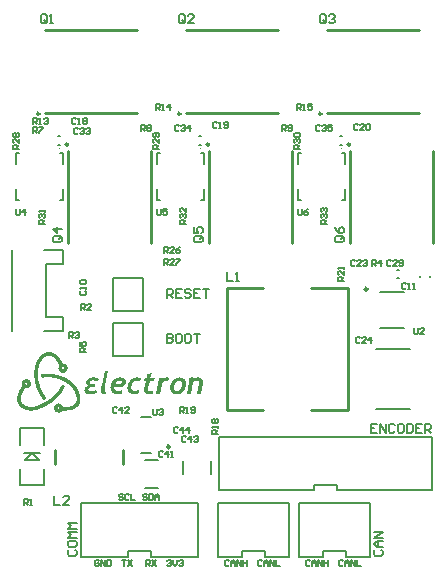
<source format=gto>
G04 Layer_Color=65535*
%FSAX25Y25*%
%MOIN*%
G70*
G01*
G75*
%ADD42C,0.01000*%
%ADD77C,0.00984*%
%ADD78C,0.00394*%
%ADD79C,0.00800*%
%ADD80C,0.00787*%
%ADD81C,0.00799*%
%ADD82C,0.00500*%
G36*
X0564831Y0274988D02*
X0564920Y0274977D01*
X0565109Y0274955D01*
X0565331Y0274911D01*
X0565553Y0274844D01*
X0565787Y0274755D01*
X0565998Y0274633D01*
X0566009D01*
X0566020Y0274622D01*
X0566087Y0274566D01*
X0566164Y0274488D01*
X0566264Y0274366D01*
X0566364Y0274222D01*
X0566453Y0274044D01*
X0566509Y0273844D01*
X0566520Y0273722D01*
X0566531Y0273600D01*
Y0273588D01*
Y0273555D01*
Y0273511D01*
X0566520Y0273444D01*
X0566509Y0273377D01*
X0566487Y0273288D01*
X0566431Y0273077D01*
X0566387Y0272966D01*
X0566342Y0272855D01*
X0566276Y0272733D01*
X0566198Y0272611D01*
X0566109Y0272489D01*
X0565998Y0272377D01*
X0565887Y0272266D01*
X0565742Y0272166D01*
X0565731D01*
X0565709Y0272144D01*
X0565664Y0272122D01*
X0565598Y0272089D01*
X0565520Y0272044D01*
X0565431Y0272000D01*
X0565320Y0271955D01*
X0565209Y0271911D01*
X0565064Y0271866D01*
X0564920Y0271822D01*
X0564765Y0271778D01*
X0564587Y0271733D01*
X0564209Y0271678D01*
X0564009Y0271666D01*
X0563798Y0271655D01*
X0563698D01*
X0563587Y0271666D01*
X0563454Y0271678D01*
X0563276Y0271700D01*
X0563098Y0271733D01*
X0562898Y0271778D01*
X0562698Y0271833D01*
Y0271811D01*
Y0271755D01*
X0562687Y0271689D01*
Y0271611D01*
Y0271600D01*
Y0271589D01*
X0562698Y0271522D01*
X0562709Y0271411D01*
X0562732Y0271289D01*
X0562765Y0271155D01*
X0562831Y0271011D01*
X0562909Y0270866D01*
X0563020Y0270744D01*
X0563031Y0270733D01*
X0563087Y0270700D01*
X0563154Y0270644D01*
X0563265Y0270600D01*
X0563387Y0270544D01*
X0563554Y0270489D01*
X0563731Y0270456D01*
X0563942Y0270444D01*
X0563998D01*
X0564065Y0270456D01*
X0564153Y0270467D01*
X0564265Y0270489D01*
X0564387Y0270511D01*
X0564531Y0270555D01*
X0564676Y0270611D01*
X0564698Y0270622D01*
X0564742Y0270644D01*
X0564820Y0270678D01*
X0564909Y0270722D01*
X0565020Y0270789D01*
X0565131Y0270855D01*
X0565231Y0270922D01*
X0565331Y0271000D01*
X0565176Y0269678D01*
X0565165D01*
X0565142Y0269667D01*
X0565109Y0269655D01*
X0565064Y0269633D01*
X0564998Y0269611D01*
X0564931Y0269589D01*
X0564842Y0269567D01*
X0564742Y0269544D01*
X0564520Y0269489D01*
X0564254Y0269444D01*
X0563953Y0269411D01*
X0563620Y0269400D01*
X0563520D01*
X0563454Y0269411D01*
X0563365Y0269422D01*
X0563276Y0269433D01*
X0563165Y0269456D01*
X0563042Y0269478D01*
X0562787Y0269555D01*
X0562509Y0269667D01*
X0562376Y0269733D01*
X0562243Y0269822D01*
X0562120Y0269911D01*
X0561998Y0270022D01*
X0561987Y0270033D01*
X0561976Y0270056D01*
X0561943Y0270089D01*
X0561898Y0270133D01*
X0561854Y0270200D01*
X0561809Y0270278D01*
X0561754Y0270378D01*
X0561698Y0270478D01*
X0561632Y0270589D01*
X0561576Y0270722D01*
X0561532Y0270866D01*
X0561487Y0271022D01*
X0561443Y0271189D01*
X0561409Y0271367D01*
X0561398Y0271555D01*
X0561387Y0271755D01*
Y0271766D01*
Y0271822D01*
X0561398Y0271889D01*
Y0271989D01*
X0561409Y0272111D01*
X0561432Y0272244D01*
X0561465Y0272400D01*
X0561498Y0272566D01*
X0561543Y0272744D01*
X0561609Y0272933D01*
X0561676Y0273122D01*
X0561765Y0273322D01*
X0561865Y0273511D01*
X0561987Y0273700D01*
X0562120Y0273888D01*
X0562276Y0274066D01*
X0562287Y0274077D01*
X0562320Y0274111D01*
X0562365Y0274155D01*
X0562443Y0274211D01*
X0562532Y0274288D01*
X0562632Y0274366D01*
X0562765Y0274444D01*
X0562898Y0274533D01*
X0563065Y0274622D01*
X0563242Y0274699D01*
X0563431Y0274788D01*
X0563643Y0274855D01*
X0563865Y0274911D01*
X0564098Y0274955D01*
X0564354Y0274988D01*
X0564620Y0274999D01*
X0564765D01*
X0564831Y0274988D01*
D02*
G37*
G36*
X0570397D02*
X0570486Y0274977D01*
X0570675Y0274955D01*
X0570886Y0274922D01*
X0571131Y0274855D01*
X0571364Y0274777D01*
X0571597Y0274666D01*
X0571331Y0273566D01*
X0571319D01*
X0571308Y0273588D01*
X0571242Y0273633D01*
X0571142Y0273689D01*
X0570997Y0273766D01*
X0570842Y0273833D01*
X0570664Y0273900D01*
X0570464Y0273944D01*
X0570264Y0273955D01*
X0570186D01*
X0570120Y0273944D01*
X0570053Y0273933D01*
X0569964Y0273922D01*
X0569764Y0273877D01*
X0569542Y0273800D01*
X0569431Y0273744D01*
X0569309Y0273677D01*
X0569198Y0273600D01*
X0569086Y0273522D01*
X0568975Y0273411D01*
X0568875Y0273300D01*
Y0273288D01*
X0568853Y0273266D01*
X0568831Y0273233D01*
X0568797Y0273188D01*
X0568753Y0273122D01*
X0568709Y0273044D01*
X0568664Y0272955D01*
X0568620Y0272855D01*
X0568564Y0272744D01*
X0568520Y0272622D01*
X0568431Y0272344D01*
X0568375Y0272033D01*
X0568364Y0271855D01*
X0568353Y0271678D01*
Y0271655D01*
Y0271600D01*
X0568364Y0271500D01*
X0568386Y0271389D01*
X0568420Y0271244D01*
X0568475Y0271111D01*
X0568542Y0270967D01*
X0568642Y0270822D01*
X0568653Y0270811D01*
X0568698Y0270766D01*
X0568764Y0270711D01*
X0568853Y0270644D01*
X0568964Y0270578D01*
X0569098Y0270522D01*
X0569242Y0270478D01*
X0569409Y0270467D01*
X0569475D01*
X0569531Y0270478D01*
X0569597Y0270489D01*
X0569675Y0270500D01*
X0569764Y0270511D01*
X0569864Y0270544D01*
X0570097Y0270611D01*
X0570364Y0270711D01*
X0570508Y0270778D01*
X0570664Y0270855D01*
X0570831Y0270944D01*
X0570997Y0271044D01*
X0570853Y0269722D01*
X0570842D01*
X0570820Y0269711D01*
X0570775Y0269689D01*
X0570719Y0269678D01*
X0570653Y0269644D01*
X0570564Y0269622D01*
X0570464Y0269589D01*
X0570364Y0269567D01*
X0570120Y0269500D01*
X0569853Y0269456D01*
X0569553Y0269411D01*
X0569253Y0269400D01*
X0569153D01*
X0569086Y0269411D01*
X0568997Y0269422D01*
X0568897Y0269433D01*
X0568786Y0269444D01*
X0568664Y0269467D01*
X0568409Y0269533D01*
X0568142Y0269644D01*
X0568009Y0269700D01*
X0567875Y0269778D01*
X0567753Y0269867D01*
X0567631Y0269967D01*
X0567620Y0269978D01*
X0567609Y0269989D01*
X0567575Y0270022D01*
X0567542Y0270067D01*
X0567498Y0270133D01*
X0567442Y0270200D01*
X0567386Y0270278D01*
X0567342Y0270378D01*
X0567286Y0270478D01*
X0567231Y0270600D01*
X0567175Y0270722D01*
X0567131Y0270866D01*
X0567064Y0271166D01*
X0567053Y0271344D01*
X0567042Y0271522D01*
Y0271544D01*
Y0271589D01*
X0567053Y0271666D01*
Y0271778D01*
X0567064Y0271900D01*
X0567087Y0272055D01*
X0567120Y0272222D01*
X0567153Y0272400D01*
X0567198Y0272589D01*
X0567253Y0272789D01*
X0567320Y0273000D01*
X0567409Y0273211D01*
X0567509Y0273422D01*
X0567620Y0273622D01*
X0567753Y0273822D01*
X0567909Y0274011D01*
X0567920Y0274022D01*
X0567953Y0274055D01*
X0567998Y0274099D01*
X0568064Y0274166D01*
X0568153Y0274244D01*
X0568264Y0274322D01*
X0568386Y0274411D01*
X0568520Y0274511D01*
X0568686Y0274600D01*
X0568853Y0274688D01*
X0569042Y0274766D01*
X0569242Y0274844D01*
X0569464Y0274911D01*
X0569697Y0274955D01*
X0569942Y0274988D01*
X0570197Y0274999D01*
X0570331D01*
X0570397Y0274988D01*
D02*
G37*
G36*
X0555832Y0275011D02*
X0555910D01*
X0556010Y0274999D01*
X0556132Y0274988D01*
X0556254Y0274966D01*
X0556532Y0274922D01*
X0556843Y0274844D01*
X0557176Y0274744D01*
X0557510Y0274611D01*
X0557077Y0273655D01*
X0557065D01*
X0557043Y0273666D01*
X0557010Y0273689D01*
X0556954Y0273711D01*
X0556888Y0273733D01*
X0556810Y0273766D01*
X0556721Y0273800D01*
X0556621Y0273833D01*
X0556388Y0273900D01*
X0556121Y0273955D01*
X0555832Y0274000D01*
X0555521Y0274011D01*
X0555454D01*
X0555377Y0274000D01*
X0555277Y0273988D01*
X0555165Y0273955D01*
X0555043Y0273922D01*
X0554932Y0273866D01*
X0554821Y0273800D01*
X0554810Y0273788D01*
X0554777Y0273766D01*
X0554732Y0273722D01*
X0554688Y0273655D01*
X0554643Y0273577D01*
X0554599Y0273488D01*
X0554566Y0273389D01*
X0554555Y0273277D01*
Y0273255D01*
X0554566Y0273200D01*
X0554599Y0273111D01*
X0554666Y0273022D01*
X0554710Y0272966D01*
X0554766Y0272922D01*
X0554843Y0272877D01*
X0554921Y0272833D01*
X0555021Y0272800D01*
X0555143Y0272777D01*
X0555277Y0272766D01*
X0555432Y0272755D01*
X0555721D01*
X0555854Y0272766D01*
X0556010D01*
X0556343Y0272777D01*
X0556165Y0271811D01*
X0556143D01*
X0556077Y0271822D01*
X0555988D01*
X0555854Y0271833D01*
X0555721D01*
X0555566Y0271844D01*
X0555154D01*
X0555054Y0271833D01*
X0554921Y0271811D01*
X0554788Y0271778D01*
X0554632Y0271733D01*
X0554488Y0271666D01*
X0554354Y0271578D01*
X0554343Y0271567D01*
X0554310Y0271533D01*
X0554254Y0271478D01*
X0554199Y0271400D01*
X0554132Y0271311D01*
X0554088Y0271200D01*
X0554043Y0271089D01*
X0554032Y0270955D01*
Y0270944D01*
Y0270933D01*
X0554043Y0270866D01*
X0554077Y0270778D01*
X0554143Y0270678D01*
X0554188Y0270622D01*
X0554243Y0270578D01*
X0554310Y0270533D01*
X0554388Y0270489D01*
X0554488Y0270456D01*
X0554599Y0270422D01*
X0554732Y0270411D01*
X0554877Y0270400D01*
X0554966D01*
X0555032Y0270411D01*
X0555110Y0270422D01*
X0555199Y0270433D01*
X0555310Y0270444D01*
X0555432Y0270467D01*
X0555688Y0270533D01*
X0555977Y0270633D01*
X0556121Y0270700D01*
X0556277Y0270778D01*
X0556421Y0270855D01*
X0556576Y0270955D01*
X0556999Y0269989D01*
X0556988Y0269978D01*
X0556954Y0269967D01*
X0556899Y0269933D01*
X0556821Y0269900D01*
X0556721Y0269855D01*
X0556610Y0269800D01*
X0556476Y0269744D01*
X0556321Y0269689D01*
X0556154Y0269633D01*
X0555966Y0269578D01*
X0555777Y0269533D01*
X0555566Y0269478D01*
X0555332Y0269444D01*
X0555099Y0269411D01*
X0554854Y0269400D01*
X0554599Y0269389D01*
X0554521D01*
X0554466Y0269400D01*
X0554388D01*
X0554310Y0269411D01*
X0554121Y0269433D01*
X0553899Y0269478D01*
X0553677Y0269544D01*
X0553443Y0269622D01*
X0553232Y0269744D01*
X0553221D01*
X0553210Y0269767D01*
X0553155Y0269811D01*
X0553066Y0269889D01*
X0552966Y0270011D01*
X0552866Y0270156D01*
X0552788Y0270322D01*
X0552721Y0270533D01*
X0552710Y0270644D01*
X0552699Y0270766D01*
Y0270778D01*
Y0270789D01*
X0552710Y0270844D01*
X0552721Y0270944D01*
X0552744Y0271066D01*
X0552788Y0271200D01*
X0552844Y0271344D01*
X0552932Y0271500D01*
X0553044Y0271655D01*
X0553055Y0271678D01*
X0553110Y0271722D01*
X0553188Y0271800D01*
X0553288Y0271889D01*
X0553421Y0271989D01*
X0553588Y0272089D01*
X0553777Y0272189D01*
X0553988Y0272277D01*
X0553977D01*
X0553932Y0272300D01*
X0553866Y0272322D01*
X0553788Y0272355D01*
X0553699Y0272400D01*
X0553610Y0272455D01*
X0553521Y0272533D01*
X0553443Y0272622D01*
X0553432Y0272633D01*
X0553410Y0272666D01*
X0553388Y0272722D01*
X0553355Y0272800D01*
X0553310Y0272888D01*
X0553288Y0272989D01*
X0553266Y0273111D01*
X0553255Y0273233D01*
Y0273244D01*
Y0273266D01*
Y0273300D01*
X0553266Y0273355D01*
X0553277Y0273411D01*
X0553288Y0273488D01*
X0553343Y0273655D01*
X0553421Y0273855D01*
X0553477Y0273955D01*
X0553544Y0274055D01*
X0553621Y0274166D01*
X0553710Y0274266D01*
X0553810Y0274377D01*
X0553932Y0274477D01*
X0553943Y0274488D01*
X0553966Y0274500D01*
X0553999Y0274533D01*
X0554054Y0274566D01*
X0554121Y0274600D01*
X0554199Y0274655D01*
X0554299Y0274699D01*
X0554399Y0274755D01*
X0554521Y0274799D01*
X0554655Y0274855D01*
X0554799Y0274900D01*
X0554954Y0274933D01*
X0555288Y0274999D01*
X0555477Y0275011D01*
X0555665Y0275022D01*
X0555754D01*
X0555832Y0275011D01*
D02*
G37*
G36*
X0588918Y0274422D02*
X0588929Y0274433D01*
X0588951Y0274444D01*
X0588984Y0274477D01*
X0589040Y0274511D01*
X0589095Y0274555D01*
X0589173Y0274600D01*
X0589273Y0274655D01*
X0589373Y0274711D01*
X0589484Y0274766D01*
X0589618Y0274822D01*
X0589895Y0274911D01*
X0590218Y0274977D01*
X0590395Y0274988D01*
X0590584Y0274999D01*
X0590651D01*
X0590740Y0274988D01*
X0590840Y0274977D01*
X0590973Y0274955D01*
X0591106Y0274922D01*
X0591262Y0274866D01*
X0591418Y0274811D01*
X0591573Y0274722D01*
X0591728Y0274622D01*
X0591862Y0274500D01*
X0591995Y0274344D01*
X0592095Y0274166D01*
X0592184Y0273955D01*
X0592229Y0273722D01*
X0592251Y0273444D01*
Y0273433D01*
Y0273400D01*
Y0273333D01*
X0592240Y0273255D01*
X0592229Y0273166D01*
X0592217Y0273055D01*
X0592195Y0272922D01*
X0592173Y0272789D01*
X0591573Y0269500D01*
X0590273D01*
X0590851Y0272644D01*
Y0272666D01*
X0590862Y0272711D01*
X0590873Y0272777D01*
X0590884Y0272866D01*
X0590895Y0272966D01*
X0590906Y0273066D01*
X0590917Y0273177D01*
Y0273277D01*
Y0273288D01*
Y0273311D01*
Y0273344D01*
X0590906Y0273389D01*
X0590873Y0273488D01*
X0590817Y0273622D01*
X0590773Y0273677D01*
X0590729Y0273744D01*
X0590662Y0273800D01*
X0590584Y0273855D01*
X0590495Y0273888D01*
X0590384Y0273922D01*
X0590273Y0273944D01*
X0590129Y0273955D01*
X0590062D01*
X0590018Y0273944D01*
X0589884Y0273922D01*
X0589729Y0273888D01*
X0589540Y0273811D01*
X0589329Y0273711D01*
X0589229Y0273644D01*
X0589118Y0273566D01*
X0589018Y0273477D01*
X0588918Y0273377D01*
X0588196Y0269500D01*
X0586918D01*
X0587684Y0273544D01*
Y0273566D01*
X0587696Y0273622D01*
X0587707Y0273711D01*
Y0273833D01*
Y0273855D01*
Y0273911D01*
X0587696Y0274000D01*
X0587684Y0274122D01*
X0587673Y0274266D01*
X0587651Y0274433D01*
X0587607Y0274611D01*
X0587562Y0274799D01*
X0588807Y0275022D01*
X0588918Y0274422D01*
D02*
G37*
G36*
X0574719Y0274900D02*
X0576208D01*
X0575986Y0273888D01*
X0574497D01*
X0573952Y0271489D01*
Y0271478D01*
X0573941Y0271444D01*
X0573930Y0271389D01*
Y0271322D01*
X0573908Y0271166D01*
X0573897Y0271011D01*
Y0271000D01*
Y0270989D01*
X0573908Y0270922D01*
X0573930Y0270833D01*
X0573975Y0270733D01*
X0574052Y0270633D01*
X0574164Y0270544D01*
X0574230Y0270511D01*
X0574319Y0270478D01*
X0574408Y0270467D01*
X0574519Y0270456D01*
X0574575D01*
X0574641Y0270467D01*
X0574741Y0270489D01*
X0574864Y0270522D01*
X0575019Y0270567D01*
X0575208Y0270622D01*
X0575430Y0270711D01*
Y0269578D01*
X0575419D01*
X0575408Y0269567D01*
X0575375D01*
X0575330Y0269555D01*
X0575275Y0269533D01*
X0575208Y0269522D01*
X0575130Y0269511D01*
X0575041Y0269489D01*
X0574830Y0269456D01*
X0574575Y0269433D01*
X0574275Y0269411D01*
X0573941Y0269400D01*
X0573886D01*
X0573841Y0269411D01*
X0573730Y0269422D01*
X0573586Y0269444D01*
X0573430Y0269489D01*
X0573264Y0269555D01*
X0573108Y0269655D01*
X0572953Y0269778D01*
X0572941Y0269800D01*
X0572897Y0269844D01*
X0572842Y0269933D01*
X0572775Y0270044D01*
X0572697Y0270189D01*
X0572642Y0270356D01*
X0572597Y0270555D01*
X0572586Y0270778D01*
Y0270789D01*
Y0270811D01*
Y0270855D01*
X0572597Y0270900D01*
X0572608Y0271033D01*
X0572631Y0271178D01*
X0573242Y0273888D01*
X0572619D01*
X0572830Y0274900D01*
X0573464D01*
X0573664Y0275999D01*
X0575097Y0276521D01*
X0574719Y0274900D01*
D02*
G37*
G36*
X0584585Y0274988D02*
X0584663D01*
X0584763Y0274966D01*
X0584996Y0274933D01*
X0585262Y0274866D01*
X0585529Y0274766D01*
X0585663Y0274711D01*
X0585785Y0274633D01*
X0585907Y0274555D01*
X0586018Y0274455D01*
X0586029Y0274444D01*
X0586040Y0274433D01*
X0586074Y0274399D01*
X0586107Y0274355D01*
X0586151Y0274300D01*
X0586196Y0274233D01*
X0586251Y0274155D01*
X0586307Y0274055D01*
X0586351Y0273955D01*
X0586407Y0273844D01*
X0586451Y0273711D01*
X0586496Y0273577D01*
X0586529Y0273422D01*
X0586562Y0273266D01*
X0586574Y0273089D01*
X0586585Y0272911D01*
Y0272900D01*
Y0272844D01*
Y0272766D01*
X0586574Y0272666D01*
X0586562Y0272533D01*
X0586540Y0272389D01*
X0586507Y0272222D01*
X0586474Y0272044D01*
X0586429Y0271844D01*
X0586374Y0271644D01*
X0586296Y0271444D01*
X0586207Y0271233D01*
X0586107Y0271022D01*
X0585985Y0270811D01*
X0585851Y0270611D01*
X0585696Y0270411D01*
X0585685Y0270400D01*
X0585651Y0270367D01*
X0585607Y0270322D01*
X0585540Y0270255D01*
X0585451Y0270178D01*
X0585340Y0270089D01*
X0585218Y0270000D01*
X0585085Y0269911D01*
X0584929Y0269811D01*
X0584752Y0269722D01*
X0584563Y0269633D01*
X0584363Y0269555D01*
X0584152Y0269489D01*
X0583918Y0269444D01*
X0583674Y0269411D01*
X0583418Y0269400D01*
X0583318D01*
X0583252Y0269411D01*
X0583163Y0269422D01*
X0583063Y0269433D01*
X0582840Y0269467D01*
X0582585Y0269533D01*
X0582318Y0269633D01*
X0582185Y0269689D01*
X0582063Y0269767D01*
X0581941Y0269844D01*
X0581830Y0269944D01*
X0581818Y0269955D01*
X0581807Y0269967D01*
X0581774Y0270000D01*
X0581741Y0270044D01*
X0581696Y0270100D01*
X0581652Y0270167D01*
X0581596Y0270255D01*
X0581552Y0270344D01*
X0581496Y0270444D01*
X0581441Y0270567D01*
X0581396Y0270700D01*
X0581352Y0270833D01*
X0581319Y0270989D01*
X0581285Y0271155D01*
X0581274Y0271322D01*
X0581263Y0271511D01*
Y0271533D01*
Y0271578D01*
X0581274Y0271655D01*
Y0271755D01*
X0581285Y0271878D01*
X0581307Y0272033D01*
X0581341Y0272189D01*
X0581374Y0272366D01*
X0581419Y0272566D01*
X0581485Y0272755D01*
X0581552Y0272966D01*
X0581641Y0273177D01*
X0581741Y0273389D01*
X0581863Y0273588D01*
X0581996Y0273800D01*
X0582152Y0273988D01*
X0582163Y0274000D01*
X0582196Y0274033D01*
X0582241Y0274077D01*
X0582307Y0274144D01*
X0582396Y0274222D01*
X0582507Y0274311D01*
X0582629Y0274399D01*
X0582763Y0274500D01*
X0582918Y0274588D01*
X0583096Y0274677D01*
X0583274Y0274766D01*
X0583474Y0274844D01*
X0583696Y0274911D01*
X0583918Y0274955D01*
X0584152Y0274988D01*
X0584407Y0274999D01*
X0584507D01*
X0584585Y0274988D01*
D02*
G37*
G36*
X0559654Y0272089D02*
Y0272077D01*
X0559643Y0272044D01*
X0559632Y0271989D01*
X0559621Y0271911D01*
X0559598Y0271822D01*
X0559587Y0271722D01*
X0559543Y0271489D01*
X0559498Y0271233D01*
X0559465Y0270978D01*
X0559443Y0270744D01*
X0559432Y0270644D01*
Y0270544D01*
Y0270533D01*
Y0270500D01*
X0559443Y0270444D01*
X0559454Y0270378D01*
X0559476Y0270311D01*
X0559510Y0270233D01*
X0559554Y0270156D01*
X0559610Y0270089D01*
X0559621Y0270078D01*
X0559643Y0270067D01*
X0559676Y0270033D01*
X0559732Y0270011D01*
X0559798Y0269978D01*
X0559876Y0269944D01*
X0559965Y0269933D01*
X0560065Y0269922D01*
X0560054Y0269900D01*
X0560009Y0269844D01*
X0559943Y0269767D01*
X0559843Y0269689D01*
X0559710Y0269600D01*
X0559554Y0269522D01*
X0559365Y0269467D01*
X0559265Y0269456D01*
X0559154Y0269444D01*
X0559076D01*
X0558998Y0269456D01*
X0558898Y0269478D01*
X0558787Y0269511D01*
X0558665Y0269567D01*
X0558554Y0269633D01*
X0558443Y0269733D01*
X0558432Y0269744D01*
X0558398Y0269789D01*
X0558365Y0269855D01*
X0558321Y0269944D01*
X0558265Y0270056D01*
X0558232Y0270189D01*
X0558199Y0270344D01*
X0558187Y0270511D01*
Y0270522D01*
Y0270544D01*
Y0270578D01*
Y0270622D01*
X0558199Y0270689D01*
Y0270766D01*
X0558210Y0270866D01*
X0558221Y0270967D01*
X0558232Y0271089D01*
X0558243Y0271222D01*
X0558265Y0271367D01*
X0558287Y0271522D01*
X0558310Y0271700D01*
X0558343Y0271878D01*
X0558376Y0272077D01*
X0558421Y0272289D01*
X0559443Y0277121D01*
X0560687D01*
X0559654Y0272089D01*
D02*
G37*
G36*
X0540448Y0276242D02*
X0540606Y0276239D01*
X0540606D01*
X0540779Y0276233D01*
X0540965Y0276224D01*
X0541173Y0276212D01*
X0541179Y0276205D01*
X0541326Y0276200D01*
X0541447Y0276186D01*
X0541566Y0276172D01*
X0542443Y0276068D01*
X0543150Y0275927D01*
X0543270Y0275903D01*
X0543543Y0275849D01*
X0543661Y0275816D01*
X0543661Y0275816D01*
X0543955Y0275733D01*
Y0275733D01*
X0544195Y0275665D01*
X0544209Y0275673D01*
X0544411Y0275612D01*
X0544609Y0275549D01*
X0544794Y0275487D01*
X0544964Y0275428D01*
X0545120Y0275371D01*
X0545276Y0275312D01*
X0545418Y0275256D01*
X0545559Y0275199D01*
X0545687Y0275145D01*
X0545814Y0275090D01*
X0545940Y0275033D01*
X0545940D01*
X0546065Y0274976D01*
X0546178Y0274922D01*
X0546289Y0274868D01*
X0546400Y0274813D01*
X0546511Y0274756D01*
X0546620Y0274699D01*
X0546729Y0274640D01*
X0546837Y0274580D01*
X0546932Y0274526D01*
X0547027Y0274471D01*
X0547121Y0274415D01*
X0547215Y0274358D01*
X0547308Y0274301D01*
X0547400Y0274242D01*
X0547492Y0274183D01*
X0547582Y0274123D01*
X0547672Y0274061D01*
X0547762Y0273999D01*
X0547850Y0273936D01*
X0547938Y0273872D01*
X0548025Y0273808D01*
X0548111Y0273742D01*
X0548197Y0273675D01*
X0548281Y0273608D01*
X0548365Y0273539D01*
X0548448Y0273470D01*
X0548530Y0273400D01*
X0548611Y0273329D01*
X0548691Y0273257D01*
X0548770Y0273184D01*
X0548849Y0273111D01*
X0548936Y0273027D01*
X0549021Y0272941D01*
X0549106Y0272855D01*
X0549189Y0272768D01*
X0549271Y0272679D01*
X0549361Y0272579D01*
X0549449Y0272478D01*
X0549457Y0272469D01*
X0549532Y0272373D01*
X0549607Y0272277D01*
X0549622Y0272257D01*
X0549710Y0272138D01*
Y0272138D01*
X0549806Y0272009D01*
X0549878Y0271909D01*
X0550016Y0271714D01*
X0550016Y0271714D01*
X0550070Y0271638D01*
X0550087Y0271613D01*
X0550140Y0271538D01*
X0550198Y0271431D01*
X0550264Y0271313D01*
X0550264Y0271313D01*
X0550434Y0271005D01*
X0550498Y0270899D01*
X0550516Y0270865D01*
X0550536Y0270824D01*
X0550556Y0270783D01*
X0550576Y0270742D01*
X0550596Y0270701D01*
X0550615Y0270661D01*
X0550634Y0270620D01*
X0550654Y0270580D01*
X0550672Y0270539D01*
X0550691Y0270499D01*
X0550709Y0270459D01*
X0550727Y0270419D01*
X0550744Y0270378D01*
X0550762Y0270339D01*
X0550779Y0270299D01*
X0550796Y0270259D01*
X0550813Y0270219D01*
X0550829Y0270179D01*
X0550846Y0270140D01*
X0550862Y0270100D01*
X0550877Y0270061D01*
X0550893Y0270022D01*
Y0270022D01*
X0550908Y0269983D01*
X0550923Y0269944D01*
X0550938Y0269904D01*
X0550952Y0269866D01*
X0550966Y0269827D01*
X0550980Y0269788D01*
X0550994Y0269749D01*
X0550994D01*
X0551008Y0269711D01*
X0551021Y0269672D01*
X0551034Y0269634D01*
X0551047Y0269596D01*
X0551059Y0269558D01*
X0551071Y0269520D01*
X0551083Y0269482D01*
X0551095Y0269444D01*
X0551106Y0269406D01*
X0551118Y0269368D01*
X0551129Y0269331D01*
X0551139Y0269293D01*
Y0269293D01*
X0551150Y0269256D01*
X0551160Y0269218D01*
X0551170Y0269181D01*
X0551180Y0269144D01*
X0551189Y0269107D01*
X0551199Y0269070D01*
X0551208Y0269033D01*
X0551216Y0268997D01*
X0551225Y0268960D01*
X0551233Y0268923D01*
X0551241Y0268887D01*
X0551249Y0268851D01*
X0551256Y0268814D01*
X0551264Y0268778D01*
X0551271Y0268742D01*
X0551277Y0268706D01*
X0551277Y0268706D01*
X0551284Y0268671D01*
X0551290Y0268635D01*
X0551296Y0268599D01*
X0551302Y0268564D01*
X0551307Y0268528D01*
X0551313Y0268493D01*
X0551318Y0268458D01*
X0551322Y0268423D01*
X0551327Y0268388D01*
X0551331Y0268353D01*
X0551335Y0268318D01*
X0551339Y0268283D01*
X0551342Y0268249D01*
X0551346Y0268214D01*
X0551349Y0268179D01*
X0551349D01*
X0551352Y0268145D01*
X0551354Y0268111D01*
X0551356Y0268077D01*
X0551358Y0268043D01*
X0551360Y0268009D01*
X0551362Y0267975D01*
X0551363Y0267942D01*
X0551364Y0267908D01*
X0551365Y0267869D01*
X0551366Y0267830D01*
X0551366Y0267791D01*
X0551366Y0267753D01*
X0551365Y0267714D01*
X0551364Y0267676D01*
X0551363Y0267638D01*
X0551362Y0267600D01*
X0551360Y0267562D01*
X0551358Y0267524D01*
X0551355Y0267487D01*
X0551352Y0267444D01*
X0551348Y0267401D01*
X0551344Y0267359D01*
X0551339Y0267317D01*
X0551334Y0267275D01*
X0551328Y0267228D01*
X0551321Y0267181D01*
X0551314Y0267135D01*
X0551306Y0267089D01*
X0551297Y0267038D01*
X0551289Y0266997D01*
X0551250Y0266879D01*
X0551248Y0266867D01*
X0551225Y0266775D01*
X0551213Y0266722D01*
X0551201Y0266677D01*
X0551173Y0266586D01*
X0551147Y0266519D01*
X0551100Y0266406D01*
X0550988Y0266136D01*
X0550845Y0265903D01*
X0550782Y0265799D01*
X0550771Y0265781D01*
X0550732Y0265717D01*
X0550657Y0265623D01*
X0550620Y0265580D01*
X0550581Y0265533D01*
X0550513Y0265454D01*
X0550411Y0265335D01*
X0550327Y0265246D01*
X0550237Y0265169D01*
X0550189Y0265127D01*
Y0265127D01*
X0550141Y0265087D01*
X0550102Y0265054D01*
X0550092Y0265045D01*
X0550030Y0264992D01*
X0550030Y0264992D01*
X0549969Y0264940D01*
X0549883Y0264872D01*
X0549815Y0264823D01*
X0549811Y0264821D01*
X0549764Y0264790D01*
X0549717Y0264759D01*
X0549674Y0264732D01*
X0549630Y0264705D01*
X0549589Y0264682D01*
X0549549Y0264658D01*
X0549508Y0264635D01*
X0549467Y0264613D01*
X0549430Y0264593D01*
X0549393Y0264574D01*
X0549355Y0264555D01*
X0549318Y0264536D01*
X0549280Y0264518D01*
X0549242Y0264500D01*
X0549208Y0264484D01*
X0549174Y0264469D01*
X0549139Y0264454D01*
X0549105Y0264439D01*
X0549071Y0264424D01*
X0549036Y0264410D01*
X0549001Y0264396D01*
X0548967Y0264382D01*
X0548932Y0264369D01*
X0548897Y0264355D01*
X0548897D01*
X0548861Y0264342D01*
X0548826Y0264330D01*
X0548795Y0264319D01*
X0548764Y0264308D01*
X0548733Y0264298D01*
X0548702Y0264287D01*
X0548671Y0264277D01*
X0548671D01*
X0548639Y0264267D01*
X0548608Y0264257D01*
X0548576Y0264248D01*
X0548545Y0264238D01*
X0548513Y0264229D01*
X0548482Y0264220D01*
X0548450Y0264211D01*
X0548418Y0264202D01*
X0548386Y0264194D01*
X0548354Y0264186D01*
X0548322Y0264177D01*
X0548291Y0264169D01*
X0548258Y0264161D01*
X0548226Y0264154D01*
X0548194Y0264146D01*
X0548194D01*
X0548162Y0264139D01*
X0548130Y0264132D01*
X0548098Y0264125D01*
X0548098D01*
X0548065Y0264118D01*
X0548033Y0264111D01*
X0548001Y0264105D01*
X0547968Y0264099D01*
X0547936Y0264092D01*
X0547903Y0264086D01*
X0547871Y0264081D01*
X0547838Y0264075D01*
X0547806Y0264069D01*
X0547773Y0264064D01*
X0547741Y0264058D01*
X0547708Y0264053D01*
X0547675Y0264048D01*
X0547643Y0264044D01*
X0547610Y0264039D01*
X0547577Y0264034D01*
X0547544Y0264030D01*
X0547544Y0264030D01*
X0547512Y0264026D01*
X0547479Y0264021D01*
X0547446Y0264018D01*
X0547413Y0264014D01*
X0547413D01*
X0547381Y0264010D01*
X0547348Y0264006D01*
X0547315Y0264003D01*
X0547283Y0263999D01*
X0547250Y0263996D01*
X0547217Y0263993D01*
X0547184Y0263990D01*
X0547152Y0263987D01*
X0547119Y0263985D01*
Y0263985D01*
X0547086Y0263982D01*
X0547053Y0263980D01*
X0547021Y0263977D01*
X0546988Y0263975D01*
X0546955Y0263973D01*
X0546923Y0263971D01*
X0546890Y0263969D01*
X0546858Y0263967D01*
X0546825Y0263965D01*
X0546793Y0263964D01*
X0546760Y0263962D01*
X0546728Y0263961D01*
X0546695Y0263960D01*
X0546663Y0263958D01*
X0546630Y0263957D01*
X0546598Y0263956D01*
X0546566Y0263955D01*
X0546534Y0263955D01*
X0546501Y0263954D01*
X0546469Y0263953D01*
X0546437Y0263953D01*
X0546405Y0263953D01*
X0546373Y0263952D01*
X0546341Y0263952D01*
X0546309Y0263952D01*
X0546273Y0263952D01*
X0546257Y0263952D01*
X0546230Y0263952D01*
X0546205Y0263952D01*
X0546179Y0263952D01*
X0546154Y0263952D01*
X0546129Y0263953D01*
X0546104Y0263953D01*
X0546080Y0263953D01*
X0546056Y0263954D01*
X0546032Y0263954D01*
X0546032Y0263954D01*
X0546007Y0263955D01*
X0545984Y0263955D01*
X0545961Y0263956D01*
X0545938Y0263956D01*
X0545915Y0263957D01*
X0545892Y0263958D01*
X0545870Y0263958D01*
X0545848Y0263959D01*
X0545826Y0263960D01*
X0545805Y0263961D01*
X0545784Y0263961D01*
X0545763Y0263962D01*
X0545743Y0263963D01*
X0545723Y0263964D01*
X0545703Y0263965D01*
X0545703D01*
X0545683Y0263965D01*
X0545664Y0263966D01*
X0545646Y0263967D01*
X0545627Y0263968D01*
X0545608Y0263969D01*
X0545590Y0263970D01*
X0545572Y0263971D01*
X0545554Y0263971D01*
X0545536Y0263972D01*
X0545519Y0263973D01*
X0545502Y0263974D01*
X0545485Y0263975D01*
X0545469Y0263976D01*
X0545453Y0263977D01*
X0545437Y0263978D01*
X0545421Y0263979D01*
X0545421D01*
X0545405Y0263980D01*
X0545390Y0263981D01*
X0545375Y0263982D01*
X0545360Y0263983D01*
X0545359Y0263983D01*
X0545358Y0263983D01*
X0545358Y0263983D01*
X0545357Y0263982D01*
X0545355Y0263981D01*
Y0263981D01*
X0545340Y0263969D01*
X0545279Y0263890D01*
X0545261Y0263868D01*
X0545196Y0263775D01*
X0545190Y0263766D01*
X0545178Y0263754D01*
X0545164Y0263739D01*
X0545150Y0263724D01*
X0545136Y0263710D01*
X0545122Y0263697D01*
X0545120Y0263694D01*
X0545020Y0263620D01*
X0545009Y0263611D01*
X0544974Y0263582D01*
X0544940Y0263555D01*
X0544887Y0263518D01*
X0544846Y0263492D01*
X0544806Y0263469D01*
X0544633Y0263376D01*
X0544539Y0263347D01*
X0544452Y0263313D01*
X0544360Y0263299D01*
X0544331Y0263295D01*
X0544247Y0263276D01*
X0544162Y0263275D01*
X0544118Y0263270D01*
X0544038Y0263269D01*
X0543978Y0263271D01*
X0543937Y0263275D01*
X0543925Y0263276D01*
X0543877Y0263281D01*
X0543843Y0263284D01*
X0543820Y0263287D01*
X0543796Y0263290D01*
X0543758Y0263296D01*
X0543727Y0263302D01*
X0543696Y0263309D01*
X0543658Y0263318D01*
X0543631Y0263326D01*
X0543569Y0263344D01*
X0543452Y0263383D01*
X0543366Y0263429D01*
X0543314Y0263457D01*
X0543265Y0263484D01*
X0543212Y0263519D01*
X0543178Y0263542D01*
X0543140Y0263570D01*
X0543134Y0263575D01*
X0543032Y0263646D01*
X0543029Y0263648D01*
X0543012Y0263664D01*
X0543007Y0263669D01*
X0542926Y0263763D01*
X0542908Y0263785D01*
X0542907Y0263786D01*
X0542888Y0263809D01*
X0542888Y0263809D01*
X0542867Y0263835D01*
X0542828Y0263882D01*
X0542823Y0263888D01*
X0542791Y0263932D01*
X0542746Y0263997D01*
X0542742Y0264005D01*
X0542656Y0264167D01*
X0542611Y0264281D01*
X0542580Y0264384D01*
X0542566Y0264435D01*
X0542553Y0264494D01*
X0542541Y0264564D01*
X0542538Y0264589D01*
X0542532Y0264649D01*
X0542529Y0264679D01*
X0542529Y0264681D01*
X0542528Y0264688D01*
X0542526Y0264719D01*
X0542524Y0264768D01*
X0542524Y0264794D01*
X0542524Y0264834D01*
X0542527Y0264887D01*
X0542529Y0264916D01*
X0542532Y0265025D01*
X0542548Y0265099D01*
X0542563Y0265153D01*
X0542572Y0265183D01*
X0542574Y0265190D01*
X0542607Y0265299D01*
Y0265299D01*
X0542607Y0265299D01*
X0542649Y0265414D01*
X0542694Y0265498D01*
X0542694D01*
X0542729Y0265564D01*
X0542774Y0265637D01*
X0542823Y0265704D01*
X0542829Y0265712D01*
X0542877Y0265782D01*
X0542898Y0265812D01*
X0542967Y0265877D01*
X0543013Y0265917D01*
X0543034Y0265934D01*
X0543040Y0265939D01*
X0543048Y0265946D01*
X0543086Y0265977D01*
X0543139Y0266021D01*
X0543237Y0266092D01*
X0543254Y0266105D01*
X0543295Y0266136D01*
X0543489Y0266217D01*
X0543604Y0266256D01*
X0543652Y0266271D01*
X0543724Y0266289D01*
X0543801Y0266303D01*
X0543848Y0266308D01*
X0543854Y0266309D01*
X0543976Y0266331D01*
X0543980Y0266331D01*
X0543994Y0266331D01*
X0544118Y0266322D01*
X0544148Y0266319D01*
X0544148Y0266319D01*
X0544172Y0266316D01*
X0544229Y0266311D01*
X0544249Y0266309D01*
X0544275Y0266305D01*
X0544303Y0266302D01*
X0544360Y0266291D01*
X0544404Y0266282D01*
X0544445Y0266271D01*
X0544636Y0266213D01*
X0544745Y0266155D01*
X0544815Y0266118D01*
X0544893Y0266070D01*
X0544962Y0266020D01*
X0544975Y0266009D01*
X0545022Y0265971D01*
X0545045Y0265951D01*
X0545045Y0265951D01*
X0545046Y0265951D01*
X0545073Y0265928D01*
X0545153Y0265854D01*
X0545176Y0265827D01*
X0545193Y0265806D01*
X0545197Y0265802D01*
X0545208Y0265788D01*
X0545233Y0265757D01*
X0545261Y0265724D01*
X0545307Y0265664D01*
X0545364Y0265574D01*
X0545465Y0265385D01*
X0545479Y0265337D01*
X0545512Y0265230D01*
X0545521Y0265201D01*
X0545536Y0265200D01*
X0545538Y0265199D01*
Y0265199D01*
X0545554Y0265198D01*
Y0265198D01*
X0545562Y0265198D01*
X0545571Y0265198D01*
X0545571Y0265198D01*
X0545583Y0265197D01*
X0545588Y0265197D01*
Y0265197D01*
X0545606Y0265196D01*
X0545609Y0265195D01*
X0545609D01*
X0545614Y0265195D01*
X0545628Y0265195D01*
X0545631Y0265194D01*
Y0265195D01*
X0545652Y0265193D01*
X0545652Y0265193D01*
Y0265193D01*
X0545673Y0265192D01*
X0545673D01*
X0545694Y0265191D01*
Y0265191D01*
X0545694Y0265191D01*
X0545716Y0265190D01*
Y0265190D01*
X0545716Y0265190D01*
X0545737Y0265189D01*
X0545737Y0265189D01*
Y0265189D01*
X0545759Y0265188D01*
X0545780Y0265188D01*
X0545781D01*
X0545802Y0265187D01*
X0545802D01*
X0545824Y0265186D01*
X0545824D01*
X0545845Y0265185D01*
X0545845Y0265185D01*
Y0265185D01*
X0545867Y0265184D01*
X0545867D01*
X0545889Y0265183D01*
X0545889D01*
X0545911Y0265183D01*
X0545933Y0265182D01*
X0545933D01*
X0545955Y0265181D01*
X0545955D01*
X0545976Y0265181D01*
X0545976D01*
X0545998Y0265180D01*
X0546020Y0265180D01*
X0546020D01*
X0546042Y0265179D01*
Y0265179D01*
X0546042Y0265179D01*
X0546065Y0265179D01*
X0546065D01*
X0546087Y0265178D01*
X0546087D01*
X0546109Y0265178D01*
X0546109D01*
X0546131Y0265178D01*
X0546131D01*
X0546153Y0265178D01*
X0546153D01*
X0546175Y0265177D01*
X0546175D01*
X0546198Y0265177D01*
X0546198Y0265177D01*
X0546198Y0265177D01*
X0546220Y0265177D01*
X0546220D01*
X0546242Y0265177D01*
X0546265Y0265177D01*
X0546265D01*
X0546287Y0265177D01*
X0546287D01*
X0546309Y0265177D01*
X0546309D01*
X0546332Y0265177D01*
X0546332D01*
X0546354Y0265177D01*
X0546354D01*
X0546377Y0265177D01*
X0546377D01*
X0546399Y0265177D01*
X0546399D01*
X0546422Y0265178D01*
X0546422Y0265178D01*
Y0265178D01*
X0546444Y0265178D01*
X0546444D01*
X0546467Y0265178D01*
X0546467D01*
X0546489Y0265179D01*
X0546489Y0265179D01*
X0546512Y0265179D01*
X0546512Y0265179D01*
X0546512Y0265179D01*
X0546534Y0265180D01*
X0546534D01*
X0546557Y0265180D01*
X0546557D01*
X0546580Y0265181D01*
X0546580D01*
X0546602Y0265182D01*
X0546602D01*
X0546625Y0265182D01*
X0546625Y0265182D01*
Y0265182D01*
X0546647Y0265183D01*
X0546647D01*
X0546670Y0265184D01*
X0546670D01*
X0546693Y0265185D01*
X0546693D01*
X0546715Y0265186D01*
X0546715Y0265186D01*
Y0265186D01*
X0546738Y0265187D01*
X0546738D01*
X0546761Y0265188D01*
X0546761D01*
X0546783Y0265189D01*
X0546783D01*
X0546806Y0265190D01*
X0546806D01*
X0546829Y0265192D01*
X0546829D01*
X0546851Y0265193D01*
X0546851Y0265193D01*
X0546851Y0265193D01*
X0546874Y0265194D01*
X0546874D01*
X0546897Y0265196D01*
X0546897D01*
X0546919Y0265197D01*
X0546919Y0265197D01*
Y0265197D01*
X0546942Y0265199D01*
X0546942Y0265199D01*
X0546942Y0265199D01*
X0546965Y0265200D01*
X0546965D01*
X0546987Y0265202D01*
X0546987D01*
X0547010Y0265204D01*
X0547010Y0265204D01*
X0547010D01*
X0547033Y0265206D01*
X0547055Y0265208D01*
X0547055D01*
X0547078Y0265210D01*
Y0265210D01*
X0547078Y0265210D01*
X0547101Y0265212D01*
X0547101D01*
X0547123Y0265214D01*
X0547123D01*
X0547146Y0265216D01*
X0547146D01*
X0547168Y0265218D01*
X0547169Y0265218D01*
X0547169Y0265218D01*
X0547191Y0265220D01*
X0547191D01*
X0547214Y0265223D01*
X0547214D01*
X0547236Y0265225D01*
X0547236Y0265225D01*
X0547236Y0265225D01*
X0547259Y0265228D01*
X0547259Y0265228D01*
X0547259D01*
X0547281Y0265230D01*
X0547281D01*
X0547304Y0265233D01*
X0547304D01*
X0547327Y0265236D01*
X0547327Y0265236D01*
X0547327D01*
X0547349Y0265239D01*
X0547349Y0265239D01*
X0547349Y0265239D01*
X0547371Y0265242D01*
X0547371Y0265242D01*
X0547371Y0265242D01*
X0547394Y0265245D01*
X0547394Y0265245D01*
X0547394D01*
X0547416Y0265248D01*
X0547416Y0265248D01*
X0547416D01*
X0547439Y0265251D01*
X0547439D01*
X0547461Y0265254D01*
X0547461Y0265254D01*
X0547461D01*
X0547483Y0265257D01*
X0547483D01*
X0547506Y0265261D01*
X0547506D01*
X0547528Y0265264D01*
X0547528D01*
X0547550Y0265267D01*
X0547550Y0265267D01*
X0547550Y0265267D01*
X0547573Y0265271D01*
X0547573Y0265271D01*
X0547573Y0265271D01*
X0547595Y0265275D01*
X0547595Y0265275D01*
X0547595D01*
X0547617Y0265279D01*
X0547617D01*
X0547639Y0265282D01*
X0547639D01*
X0547661Y0265286D01*
X0547661Y0265286D01*
X0547661Y0265286D01*
X0547683Y0265290D01*
X0547683D01*
X0547706Y0265294D01*
X0547706Y0265294D01*
X0547706Y0265294D01*
X0547727Y0265299D01*
X0547728Y0265299D01*
X0547728Y0265299D01*
X0547750Y0265303D01*
X0547750Y0265303D01*
X0547750D01*
X0547772Y0265307D01*
X0547772Y0265307D01*
X0547772Y0265307D01*
X0547793Y0265312D01*
X0547793D01*
X0547815Y0265316D01*
X0547815Y0265316D01*
X0547815D01*
X0547837Y0265321D01*
X0547837D01*
X0547859Y0265325D01*
X0547859Y0265325D01*
X0547859Y0265325D01*
X0547881Y0265330D01*
X0547881Y0265330D01*
X0547881D01*
X0547902Y0265335D01*
X0547902D01*
X0547924Y0265340D01*
X0547924Y0265340D01*
X0547924D01*
X0547946Y0265345D01*
X0547946Y0265345D01*
X0547946D01*
X0547967Y0265350D01*
X0547967Y0265350D01*
X0547967D01*
X0547989Y0265355D01*
X0547989Y0265355D01*
X0547989Y0265355D01*
X0548010Y0265361D01*
X0548010Y0265361D01*
X0548010D01*
X0548032Y0265366D01*
X0548032Y0265366D01*
X0548032D01*
X0548053Y0265372D01*
X0548053Y0265372D01*
X0548053D01*
X0548075Y0265377D01*
X0548075Y0265377D01*
X0548075D01*
X0548096Y0265383D01*
X0548096D01*
X0548117Y0265389D01*
X0548117Y0265389D01*
X0548117D01*
X0548139Y0265395D01*
X0548139Y0265395D01*
X0548139D01*
X0548160Y0265401D01*
X0548160Y0265401D01*
X0548160D01*
X0548181Y0265407D01*
X0548181Y0265407D01*
X0548181D01*
X0548202Y0265413D01*
X0548202Y0265413D01*
X0548202D01*
X0548223Y0265420D01*
X0548223Y0265420D01*
X0548223D01*
X0548244Y0265426D01*
X0548244Y0265426D01*
X0548244D01*
X0548265Y0265433D01*
X0548265Y0265433D01*
X0548286Y0265439D01*
X0548286Y0265439D01*
X0548286D01*
X0548306Y0265446D01*
X0548306Y0265446D01*
X0548306D01*
X0548327Y0265453D01*
X0548327Y0265453D01*
X0548327Y0265453D01*
X0548348Y0265460D01*
X0548348Y0265460D01*
X0548348D01*
X0548368Y0265467D01*
X0548368Y0265467D01*
X0548368D01*
X0548389Y0265474D01*
X0548389Y0265474D01*
X0548389D01*
X0548409Y0265481D01*
X0548409Y0265481D01*
X0548409D01*
X0548430Y0265488D01*
X0548430Y0265488D01*
X0548430D01*
X0548450Y0265496D01*
X0548450Y0265496D01*
X0548450D01*
X0548470Y0265503D01*
X0548470Y0265503D01*
X0548470D01*
X0548490Y0265511D01*
X0548490D01*
X0548511Y0265519D01*
X0548511Y0265519D01*
X0548511D01*
X0548531Y0265527D01*
X0548531Y0265527D01*
X0548531D01*
X0548551Y0265535D01*
X0548551Y0265535D01*
X0548551D01*
X0548571Y0265543D01*
X0548571Y0265543D01*
X0548571D01*
X0548591Y0265551D01*
X0548591Y0265551D01*
X0548591D01*
X0548610Y0265559D01*
X0548610Y0265559D01*
X0548610D01*
X0548630Y0265568D01*
X0548630Y0265568D01*
X0548630D01*
X0548650Y0265576D01*
X0548650Y0265576D01*
X0548650D01*
X0548669Y0265585D01*
Y0265585D01*
X0548669D01*
X0548689Y0265594D01*
X0548689Y0265594D01*
X0548689D01*
X0548708Y0265603D01*
X0548708Y0265603D01*
X0548708D01*
X0548727Y0265612D01*
X0548727Y0265612D01*
X0548727Y0265612D01*
X0548750Y0265623D01*
X0548750Y0265623D01*
X0548750Y0265623D01*
X0548773Y0265634D01*
X0548773Y0265634D01*
X0548773D01*
X0548796Y0265645D01*
X0548796Y0265645D01*
X0548796D01*
X0548819Y0265657D01*
X0548819Y0265657D01*
X0548819D01*
X0548842Y0265668D01*
X0548842Y0265668D01*
X0548842D01*
X0548864Y0265680D01*
X0548864Y0265680D01*
X0548864D01*
X0548886Y0265692D01*
X0548886Y0265692D01*
X0548886D01*
X0548909Y0265704D01*
X0548909Y0265704D01*
X0548909D01*
X0548931Y0265717D01*
X0548931Y0265717D01*
X0548931D01*
X0548953Y0265729D01*
X0548953Y0265729D01*
X0548953Y0265729D01*
X0548975Y0265742D01*
X0548975Y0265742D01*
X0548975D01*
X0548996Y0265755D01*
X0548996Y0265755D01*
X0548996Y0265755D01*
X0549018Y0265768D01*
X0549018Y0265768D01*
X0549018D01*
X0549040Y0265781D01*
X0549040Y0265781D01*
X0549040Y0265781D01*
X0549064Y0265797D01*
X0549064Y0265797D01*
X0549064Y0265797D01*
X0549089Y0265812D01*
X0549089Y0265812D01*
X0549089Y0265813D01*
X0549114Y0265829D01*
X0549114Y0265829D01*
X0549114Y0265829D01*
X0549138Y0265845D01*
X0549138Y0265845D01*
X0549138D01*
X0549162Y0265862D01*
X0549162Y0265862D01*
X0549162Y0265862D01*
X0549186Y0265879D01*
X0549186Y0265879D01*
X0549186D01*
X0549213Y0265898D01*
X0549213Y0265898D01*
X0549213Y0265898D01*
X0549240Y0265918D01*
X0549240Y0265918D01*
X0549240Y0265918D01*
X0549266Y0265939D01*
X0549266Y0265939D01*
X0549266Y0265939D01*
X0549296Y0265962D01*
X0549296Y0265962D01*
X0549296Y0265962D01*
X0549325Y0265986D01*
X0549335Y0265994D01*
X0549412Y0266058D01*
X0549421Y0266066D01*
X0549422Y0266066D01*
X0549461Y0266098D01*
X0549462Y0266099D01*
X0549500Y0266130D01*
X0549500Y0266130D01*
X0549502Y0266132D01*
X0549506Y0266137D01*
X0549506Y0266137D01*
X0549551Y0266192D01*
X0549624Y0266280D01*
X0549624Y0266281D01*
X0549701Y0266375D01*
X0549771Y0266461D01*
X0549778Y0266473D01*
Y0266473D01*
X0549819Y0266550D01*
X0549839Y0266587D01*
Y0266587D01*
X0549876Y0266656D01*
X0549879Y0266661D01*
X0549932Y0266761D01*
X0549947Y0266788D01*
X0549955Y0266804D01*
X0549965Y0266823D01*
X0549965Y0266824D01*
X0549972Y0266846D01*
X0549984Y0266885D01*
X0550016Y0266991D01*
X0550026Y0267022D01*
X0550026Y0267022D01*
X0550026Y0267022D01*
X0550036Y0267053D01*
Y0267053D01*
X0550036Y0267053D01*
X0550044Y0267081D01*
X0550044Y0267081D01*
X0550044Y0267082D01*
X0550052Y0267110D01*
Y0267110D01*
X0550052Y0267110D01*
X0550059Y0267140D01*
Y0267140D01*
X0550059Y0267140D01*
X0550066Y0267166D01*
X0550066Y0267166D01*
X0550066Y0267166D01*
X0550072Y0267193D01*
X0550072Y0267193D01*
X0550072Y0267193D01*
X0550078Y0267219D01*
X0550078Y0267219D01*
X0550078Y0267219D01*
X0550083Y0267247D01*
Y0267247D01*
X0550083Y0267247D01*
X0550089Y0267274D01*
X0550089Y0267274D01*
X0550089Y0267274D01*
X0550094Y0267298D01*
X0550094Y0267298D01*
X0550094Y0267298D01*
X0550098Y0267323D01*
X0550098Y0267323D01*
X0550098Y0267323D01*
X0550102Y0267348D01*
Y0267348D01*
Y0267348D01*
X0550106Y0267373D01*
X0550106Y0267373D01*
X0550106Y0267373D01*
X0550110Y0267398D01*
X0550110Y0267398D01*
X0550110Y0267398D01*
X0550113Y0267423D01*
X0550113Y0267423D01*
X0550113Y0267423D01*
X0550116Y0267449D01*
X0550116Y0267449D01*
X0550116Y0267449D01*
X0550119Y0267471D01*
X0550119Y0267471D01*
X0550119Y0267471D01*
X0550121Y0267494D01*
X0550121Y0267494D01*
X0550121Y0267494D01*
X0550124Y0267516D01*
X0550124Y0267516D01*
X0550124Y0267516D01*
X0550126Y0267539D01*
X0550126Y0267539D01*
X0550126Y0267539D01*
X0550128Y0267562D01*
X0550128Y0267562D01*
X0550128Y0267562D01*
X0550130Y0267585D01*
X0550130Y0267585D01*
X0550130Y0267585D01*
X0550131Y0267608D01*
Y0267608D01*
X0550131Y0267608D01*
X0550133Y0267631D01*
X0550133Y0267631D01*
X0550133Y0267631D01*
X0550134Y0267655D01*
X0550134Y0267655D01*
X0550134Y0267655D01*
X0550135Y0267679D01*
X0550135Y0267679D01*
X0550135Y0267679D01*
X0550136Y0267703D01*
Y0267703D01*
X0550136Y0267703D01*
X0550137Y0267727D01*
X0550137Y0267727D01*
X0550137Y0267727D01*
X0550137Y0267751D01*
X0550137Y0267751D01*
X0550137Y0267751D01*
X0550138Y0267772D01*
X0550138Y0267772D01*
X0550138Y0267772D01*
X0550138Y0267792D01*
X0550138Y0267792D01*
X0550138Y0267792D01*
X0550138Y0267813D01*
X0550138Y0267813D01*
X0550138Y0267813D01*
X0550138Y0267833D01*
Y0267833D01*
Y0267833D01*
X0550137Y0267854D01*
X0550137Y0267854D01*
X0550137Y0267854D01*
X0550137Y0267875D01*
Y0267875D01*
Y0267875D01*
X0550136Y0267897D01*
X0550136Y0267897D01*
X0550136Y0267897D01*
X0550136Y0267918D01*
Y0267918D01*
Y0267918D01*
X0550135Y0267939D01*
Y0267939D01*
Y0267939D01*
X0550134Y0267961D01*
X0550134Y0267961D01*
X0550134Y0267961D01*
X0550133Y0267982D01*
X0550133Y0267982D01*
Y0267982D01*
X0550132Y0268004D01*
Y0268004D01*
Y0268004D01*
X0550131Y0268026D01*
X0550131Y0268026D01*
Y0268026D01*
X0550129Y0268048D01*
X0550129Y0268048D01*
Y0268048D01*
X0550127Y0268070D01*
X0550127Y0268070D01*
Y0268070D01*
X0550126Y0268093D01*
Y0268093D01*
Y0268093D01*
X0550124Y0268115D01*
X0550124Y0268115D01*
X0550124Y0268115D01*
X0550121Y0268138D01*
X0550121Y0268138D01*
Y0268138D01*
X0550119Y0268160D01*
X0550119Y0268160D01*
X0550119Y0268160D01*
X0550117Y0268183D01*
X0550117Y0268183D01*
Y0268183D01*
X0550114Y0268206D01*
X0550114Y0268206D01*
X0550114Y0268206D01*
X0550112Y0268229D01*
Y0268229D01*
Y0268229D01*
X0550109Y0268252D01*
X0550109Y0268252D01*
Y0268252D01*
X0550106Y0268276D01*
X0550106Y0268276D01*
Y0268276D01*
X0550103Y0268299D01*
X0550103Y0268299D01*
Y0268299D01*
X0550099Y0268323D01*
X0550099Y0268323D01*
X0550099Y0268323D01*
X0550096Y0268347D01*
X0550096Y0268347D01*
X0550096Y0268347D01*
X0550092Y0268371D01*
X0550092Y0268371D01*
X0550092Y0268371D01*
X0550089Y0268395D01*
X0550089Y0268395D01*
Y0268395D01*
X0550085Y0268419D01*
X0550084Y0268419D01*
X0550085Y0268419D01*
X0550080Y0268443D01*
X0550080Y0268443D01*
X0550080Y0268443D01*
X0550076Y0268467D01*
Y0268467D01*
Y0268467D01*
X0550073Y0268487D01*
X0550073Y0268487D01*
X0550073Y0268487D01*
X0550069Y0268507D01*
Y0268507D01*
Y0268507D01*
X0550065Y0268527D01*
Y0268527D01*
X0550061Y0268547D01*
X0550061Y0268547D01*
Y0268547D01*
X0550057Y0268567D01*
X0550057Y0268567D01*
X0550057Y0268567D01*
X0550053Y0268587D01*
X0550053Y0268587D01*
Y0268587D01*
X0550049Y0268607D01*
Y0268607D01*
Y0268607D01*
X0550045Y0268627D01*
X0550045Y0268627D01*
Y0268627D01*
X0550040Y0268648D01*
X0550040Y0268648D01*
Y0268648D01*
X0550036Y0268668D01*
X0550036Y0268668D01*
X0550036Y0268668D01*
X0550031Y0268689D01*
X0550031Y0268689D01*
Y0268689D01*
X0550027Y0268709D01*
Y0268709D01*
Y0268709D01*
X0550022Y0268730D01*
X0550022Y0268730D01*
Y0268730D01*
X0550017Y0268751D01*
X0550017Y0268751D01*
X0550017Y0268751D01*
X0550012Y0268772D01*
X0550012Y0268772D01*
Y0268772D01*
X0550007Y0268792D01*
X0550007Y0268792D01*
Y0268793D01*
X0550001Y0268813D01*
X0550001Y0268813D01*
Y0268813D01*
X0549996Y0268835D01*
X0549996Y0268835D01*
X0549996Y0268835D01*
X0549990Y0268856D01*
X0549990Y0268856D01*
Y0268856D01*
X0549985Y0268877D01*
X0549985Y0268877D01*
Y0268877D01*
X0549979Y0268899D01*
X0549979Y0268899D01*
X0549979Y0268899D01*
X0549973Y0268920D01*
X0549973Y0268920D01*
Y0268920D01*
X0549967Y0268942D01*
X0549967Y0268942D01*
Y0268942D01*
X0549961Y0268963D01*
X0549961Y0268964D01*
Y0268964D01*
X0549955Y0268985D01*
X0549955Y0268985D01*
Y0268985D01*
X0549949Y0269007D01*
X0549948Y0269007D01*
Y0269007D01*
X0549942Y0269029D01*
X0549942Y0269029D01*
Y0269029D01*
X0549935Y0269051D01*
X0549935Y0269051D01*
X0549929Y0269073D01*
Y0269073D01*
Y0269073D01*
X0549922Y0269096D01*
Y0269096D01*
Y0269096D01*
X0549915Y0269118D01*
X0549915Y0269118D01*
Y0269118D01*
X0549908Y0269140D01*
X0549908Y0269140D01*
Y0269140D01*
X0549901Y0269163D01*
X0549901Y0269163D01*
Y0269163D01*
X0549893Y0269185D01*
X0549893Y0269185D01*
Y0269185D01*
X0549886Y0269208D01*
X0549886Y0269208D01*
Y0269208D01*
X0549878Y0269231D01*
X0549878Y0269231D01*
Y0269231D01*
X0549871Y0269254D01*
X0549871Y0269254D01*
Y0269254D01*
X0549863Y0269277D01*
Y0269277D01*
Y0269277D01*
X0549855Y0269300D01*
Y0269300D01*
Y0269300D01*
X0549847Y0269323D01*
X0549847Y0269323D01*
Y0269323D01*
X0549839Y0269346D01*
Y0269346D01*
Y0269346D01*
X0549830Y0269370D01*
X0549830Y0269370D01*
Y0269370D01*
X0549822Y0269393D01*
X0549822Y0269393D01*
Y0269393D01*
X0549813Y0269417D01*
X0549813Y0269417D01*
Y0269417D01*
X0549805Y0269440D01*
X0549805D01*
Y0269440D01*
X0549796Y0269464D01*
Y0269464D01*
Y0269464D01*
X0549787Y0269488D01*
X0549787Y0269488D01*
X0549778Y0269512D01*
X0549778D01*
Y0269512D01*
X0549768Y0269536D01*
X0549768Y0269536D01*
Y0269536D01*
X0549759Y0269560D01*
Y0269560D01*
X0549750Y0269584D01*
X0549750D01*
Y0269584D01*
X0549740Y0269609D01*
Y0269609D01*
Y0269609D01*
X0549730Y0269633D01*
Y0269633D01*
Y0269633D01*
X0549720Y0269657D01*
Y0269657D01*
Y0269657D01*
X0549710Y0269682D01*
X0549710D01*
Y0269682D01*
X0549700Y0269707D01*
Y0269707D01*
Y0269707D01*
X0549690Y0269732D01*
Y0269732D01*
Y0269732D01*
X0549679Y0269757D01*
X0549679Y0269757D01*
X0549669Y0269781D01*
X0549669Y0269781D01*
Y0269782D01*
X0549658Y0269807D01*
X0549658Y0269807D01*
Y0269807D01*
X0549647Y0269832D01*
Y0269832D01*
X0549636Y0269857D01*
Y0269857D01*
X0549625Y0269882D01*
X0549625Y0269882D01*
Y0269882D01*
X0549614Y0269908D01*
X0549614D01*
Y0269908D01*
X0549603Y0269934D01*
X0549602Y0269934D01*
Y0269934D01*
X0549591Y0269959D01*
X0549591Y0269959D01*
Y0269959D01*
X0549579Y0269985D01*
X0549579D01*
X0549567Y0270011D01*
X0549567Y0270011D01*
Y0270011D01*
X0549555Y0270037D01*
Y0270037D01*
X0549543Y0270063D01*
X0549543Y0270063D01*
Y0270063D01*
X0549531Y0270089D01*
X0549531D01*
Y0270089D01*
X0549519Y0270115D01*
Y0270115D01*
Y0270115D01*
X0549506Y0270142D01*
X0549506D01*
Y0270142D01*
X0549493Y0270168D01*
X0549493Y0270168D01*
Y0270168D01*
X0549480Y0270195D01*
X0549480D01*
Y0270195D01*
X0549468Y0270221D01*
X0549468Y0270221D01*
Y0270221D01*
X0549454Y0270248D01*
X0549454D01*
Y0270248D01*
X0549441Y0270275D01*
X0549441Y0270275D01*
X0549428Y0270302D01*
Y0270302D01*
X0549414Y0270329D01*
X0549414Y0270329D01*
Y0270329D01*
X0549400Y0270356D01*
X0549400D01*
Y0270356D01*
X0549387Y0270384D01*
X0549387D01*
Y0270384D01*
X0549372Y0270411D01*
Y0270411D01*
X0549355Y0270445D01*
X0549355Y0270445D01*
Y0270445D01*
X0549346Y0270461D01*
X0549346Y0270461D01*
Y0270461D01*
X0549326Y0270501D01*
X0549326Y0270501D01*
Y0270501D01*
X0549304Y0270540D01*
X0549304Y0270540D01*
X0549304Y0270540D01*
X0549283Y0270580D01*
X0549283Y0270580D01*
Y0270580D01*
X0549261Y0270619D01*
X0549261Y0270619D01*
Y0270619D01*
X0549238Y0270659D01*
X0549238Y0270659D01*
Y0270659D01*
X0549215Y0270698D01*
X0549215Y0270698D01*
X0549215Y0270698D01*
X0549192Y0270737D01*
X0549192Y0270737D01*
Y0270738D01*
X0549168Y0270777D01*
X0549168Y0270777D01*
Y0270777D01*
X0549144Y0270816D01*
X0549144Y0270816D01*
X0549144Y0270816D01*
X0549119Y0270855D01*
X0549119Y0270855D01*
Y0270855D01*
X0549094Y0270894D01*
X0549094Y0270894D01*
X0549094Y0270895D01*
X0549069Y0270934D01*
X0549069Y0270934D01*
Y0270934D01*
X0549043Y0270973D01*
X0549043Y0270973D01*
Y0270973D01*
X0549017Y0271012D01*
X0549017Y0271012D01*
Y0271012D01*
X0548990Y0271051D01*
X0548990Y0271051D01*
Y0271051D01*
X0548964Y0271089D01*
X0548963Y0271090D01*
X0548963Y0271090D01*
X0548936Y0271128D01*
X0548936Y0271128D01*
Y0271128D01*
X0548909Y0271167D01*
X0548909Y0271167D01*
X0548909Y0271167D01*
X0548880Y0271206D01*
X0548880Y0271206D01*
Y0271206D01*
X0548852Y0271244D01*
X0548852Y0271244D01*
X0548852Y0271245D01*
X0548823Y0271283D01*
X0548823Y0271283D01*
X0548823Y0271283D01*
X0548794Y0271322D01*
X0548794Y0271322D01*
X0548794Y0271322D01*
X0548764Y0271360D01*
X0548764Y0271360D01*
Y0271360D01*
X0548734Y0271398D01*
X0548734Y0271398D01*
X0548734Y0271398D01*
X0548704Y0271437D01*
X0548704Y0271437D01*
X0548704Y0271437D01*
X0548667Y0271482D01*
X0548667Y0271482D01*
X0548667Y0271482D01*
X0548629Y0271528D01*
X0548629Y0271528D01*
X0548629Y0271528D01*
X0548591Y0271574D01*
X0548591Y0271574D01*
X0548591Y0271574D01*
X0548553Y0271619D01*
X0548553Y0271619D01*
X0548553Y0271619D01*
X0548514Y0271664D01*
X0548514Y0271664D01*
X0548514Y0271664D01*
X0548474Y0271709D01*
X0548474Y0271709D01*
X0548474Y0271709D01*
X0548434Y0271755D01*
X0548434Y0271755D01*
X0548434Y0271755D01*
X0548393Y0271799D01*
X0548393Y0271799D01*
X0548393Y0271799D01*
X0548352Y0271844D01*
X0548352Y0271844D01*
X0548352Y0271844D01*
X0548310Y0271889D01*
X0548310Y0271889D01*
X0548310Y0271889D01*
X0548268Y0271933D01*
X0548268Y0271933D01*
X0548268Y0271933D01*
X0548225Y0271977D01*
X0548225Y0271977D01*
X0548225Y0271977D01*
X0548174Y0272029D01*
X0548174Y0272029D01*
Y0272029D01*
X0548123Y0272080D01*
X0548123Y0272080D01*
X0548123Y0272080D01*
X0548071Y0272131D01*
X0548071Y0272131D01*
Y0272131D01*
X0548019Y0272182D01*
X0548019Y0272182D01*
X0548019Y0272182D01*
X0547965Y0272232D01*
X0547965Y0272232D01*
X0547965Y0272233D01*
X0547911Y0272283D01*
X0547911Y0272283D01*
X0547911Y0272283D01*
X0547857Y0272333D01*
X0547857Y0272333D01*
X0547857Y0272333D01*
X0547801Y0272382D01*
X0547801Y0272382D01*
X0547801Y0272382D01*
X0547737Y0272439D01*
X0547737Y0272439D01*
X0547737Y0272439D01*
X0547672Y0272495D01*
X0547672D01*
Y0272495D01*
X0547607Y0272551D01*
X0547607D01*
X0547607Y0272551D01*
X0547540Y0272606D01*
X0547540Y0272606D01*
X0547540Y0272606D01*
X0547472Y0272661D01*
X0547472Y0272661D01*
X0547472Y0272661D01*
X0547404Y0272716D01*
X0547404Y0272716D01*
X0547404Y0272716D01*
X0547326Y0272777D01*
X0547326D01*
X0547326Y0272777D01*
X0547247Y0272837D01*
X0547247D01*
X0547247Y0272837D01*
X0547167Y0272897D01*
X0547167Y0272897D01*
X0547167Y0272897D01*
X0547086Y0272957D01*
X0547086Y0272957D01*
X0547086Y0272957D01*
X0546995Y0273022D01*
X0546995Y0273022D01*
X0546995Y0273022D01*
X0546903Y0273087D01*
X0546903D01*
X0546903Y0273087D01*
X0546800Y0273157D01*
X0546799Y0273157D01*
X0546799Y0273157D01*
X0546695Y0273226D01*
X0546695Y0273226D01*
X0546695Y0273226D01*
X0546589Y0273294D01*
X0546589Y0273294D01*
X0546589Y0273294D01*
X0546471Y0273368D01*
X0546471Y0273368D01*
X0546471Y0273368D01*
X0546342Y0273446D01*
X0546342D01*
X0546342Y0273446D01*
X0546211Y0273523D01*
X0546211Y0273523D01*
X0546211Y0273523D01*
X0546068Y0273604D01*
X0546068Y0273604D01*
X0546068Y0273604D01*
X0545912Y0273690D01*
X0545912Y0273690D01*
X0545912Y0273690D01*
X0545742Y0273778D01*
X0545561Y0273872D01*
X0545561Y0273872D01*
X0545389Y0273962D01*
X0545366Y0273971D01*
X0545140Y0274065D01*
X0545140Y0274065D01*
Y0274065D01*
X0544889Y0274169D01*
X0544612Y0274284D01*
X0544612Y0274284D01*
X0544487Y0274336D01*
X0544279Y0274401D01*
X0544279Y0274401D01*
X0543889Y0274524D01*
X0543549Y0274632D01*
X0543527Y0274638D01*
X0543430Y0274660D01*
Y0274660D01*
X0542877Y0274782D01*
Y0274782D01*
X0542524Y0274861D01*
X0542365Y0274882D01*
X0542244Y0274898D01*
X0542244D01*
X0541565Y0274987D01*
X0541566Y0274987D01*
X0541490Y0274997D01*
X0541442Y0274999D01*
X0540911Y0275022D01*
X0540910Y0275023D01*
X0540909Y0275022D01*
X0540436Y0275043D01*
X0540430Y0275043D01*
X0540313Y0275038D01*
X0539914Y0275021D01*
X0539794Y0275015D01*
X0539794Y0275016D01*
X0539793Y0275015D01*
X0539793D01*
X0539446Y0275000D01*
X0539350Y0274996D01*
X0539324Y0274993D01*
Y0274993D01*
X0539017Y0274952D01*
X0538893Y0274947D01*
X0538824Y0274933D01*
X0538824Y0274933D01*
X0538771Y0274942D01*
X0538653Y0274965D01*
X0538541Y0275008D01*
X0538474Y0275053D01*
X0538379Y0275122D01*
X0538314Y0275219D01*
X0538272Y0275283D01*
X0538239Y0275388D01*
X0538234Y0275411D01*
X0538228Y0275439D01*
X0538221Y0275486D01*
X0538216Y0275590D01*
X0538254Y0275779D01*
X0538387Y0275977D01*
X0538557Y0276091D01*
X0538673Y0276128D01*
X0538745Y0276142D01*
X0538867Y0276167D01*
X0538880Y0276168D01*
X0538955Y0276176D01*
X0539043Y0276185D01*
X0539130Y0276193D01*
X0539219Y0276201D01*
X0539307Y0276208D01*
X0539396Y0276214D01*
X0539498Y0276221D01*
X0539601Y0276226D01*
X0539704Y0276231D01*
X0539807Y0276235D01*
X0539924Y0276239D01*
X0540041Y0276241D01*
X0540172Y0276243D01*
X0540303Y0276243D01*
X0540448Y0276242D01*
D02*
G37*
G36*
X0533419Y0274428D02*
X0533449Y0274425D01*
X0533449Y0274425D01*
X0533472Y0274423D01*
X0533530Y0274417D01*
X0533549Y0274415D01*
X0533579Y0274411D01*
X0533635Y0274404D01*
X0533733Y0274381D01*
X0533933Y0274320D01*
X0534039Y0274264D01*
X0534146Y0274204D01*
X0534163Y0274194D01*
X0534210Y0274163D01*
X0534232Y0274146D01*
X0534265Y0274122D01*
X0534272Y0274116D01*
X0534320Y0274076D01*
X0534342Y0274058D01*
X0534343Y0274058D01*
X0534365Y0274040D01*
X0534421Y0273994D01*
X0534462Y0273948D01*
X0534485Y0273920D01*
X0534504Y0273897D01*
X0534506Y0273895D01*
X0534513Y0273886D01*
X0534533Y0273861D01*
X0534560Y0273829D01*
X0534583Y0273799D01*
X0534619Y0273749D01*
X0534644Y0273710D01*
X0534667Y0273672D01*
X0534764Y0273490D01*
X0534802Y0273364D01*
X0534823Y0273296D01*
X0534832Y0273258D01*
X0534843Y0273212D01*
X0534853Y0273152D01*
X0534859Y0273110D01*
X0534862Y0273074D01*
X0534866Y0273035D01*
X0534867Y0273026D01*
X0534867Y0273024D01*
X0534870Y0272993D01*
X0534871Y0272987D01*
X0534872Y0272976D01*
X0534873Y0272915D01*
X0534873Y0272886D01*
X0534872Y0272852D01*
X0534871Y0272829D01*
X0534869Y0272795D01*
X0534867Y0272775D01*
X0534865Y0272759D01*
X0534860Y0272708D01*
X0534859Y0272693D01*
X0534853Y0272653D01*
X0534842Y0272587D01*
X0534821Y0272502D01*
X0534764Y0272316D01*
X0534720Y0272234D01*
X0534680Y0272158D01*
X0534674Y0272147D01*
X0534635Y0272081D01*
X0534597Y0272027D01*
X0534570Y0271990D01*
X0534567Y0271986D01*
X0534525Y0271935D01*
X0534505Y0271910D01*
X0534502Y0271907D01*
X0534485Y0271887D01*
X0534466Y0271863D01*
X0534391Y0271778D01*
X0534296Y0271709D01*
X0534272Y0271690D01*
X0534240Y0271665D01*
X0534190Y0271628D01*
X0534151Y0271604D01*
X0534108Y0271578D01*
X0533950Y0271494D01*
X0533836Y0271454D01*
X0533836D01*
X0533720Y0271410D01*
X0533714Y0271408D01*
X0533700Y0271405D01*
X0533685Y0271402D01*
X0533671Y0271399D01*
X0533657Y0271396D01*
X0533642Y0271393D01*
X0533642D01*
X0533628Y0271391D01*
X0533628Y0271391D01*
X0533628Y0271391D01*
X0533626Y0271391D01*
X0533622Y0271390D01*
X0533618Y0271389D01*
X0533614Y0271389D01*
X0533610Y0271388D01*
X0533606Y0271387D01*
X0533602Y0271386D01*
X0533597Y0271386D01*
X0533577Y0271385D01*
X0533473Y0271383D01*
X0533448Y0271380D01*
X0533402Y0271377D01*
X0533343Y0271376D01*
X0533287Y0271378D01*
X0533247Y0271380D01*
X0533238Y0271381D01*
X0533226Y0271382D01*
X0533178Y0271387D01*
X0533139Y0271391D01*
X0533133Y0271392D01*
X0533101Y0271395D01*
X0533029Y0271407D01*
X0533029D01*
X0532980Y0271416D01*
X0532973Y0271407D01*
X0532972Y0271406D01*
X0532972Y0271406D01*
X0532972Y0271406D01*
X0532970Y0271403D01*
X0532963Y0271394D01*
X0532963Y0271394D01*
Y0271394D01*
X0532956Y0271384D01*
X0532950Y0271376D01*
X0532940Y0271363D01*
X0532937Y0271359D01*
Y0271359D01*
X0532926Y0271344D01*
X0532924Y0271341D01*
Y0271341D01*
X0532912Y0271324D01*
X0532912Y0271324D01*
Y0271324D01*
X0532912D01*
X0532899Y0271307D01*
Y0271307D01*
X0532886Y0271289D01*
X0532886Y0271289D01*
X0532872Y0271269D01*
X0532872D01*
Y0271269D01*
X0532857Y0271249D01*
X0532857Y0271249D01*
X0532843Y0271229D01*
X0532843Y0271229D01*
X0532829Y0271209D01*
Y0271209D01*
X0532814Y0271189D01*
Y0271189D01*
X0532800Y0271169D01*
Y0271169D01*
X0532786Y0271149D01*
X0532786D01*
X0532772Y0271129D01*
X0532772Y0271129D01*
X0532758Y0271109D01*
Y0271109D01*
X0532744Y0271089D01*
Y0271089D01*
X0532744D01*
X0532730Y0271070D01*
Y0271070D01*
X0532730D01*
X0532717Y0271050D01*
Y0271050D01*
X0532703Y0271030D01*
Y0271030D01*
X0532703D01*
X0532690Y0271010D01*
Y0271010D01*
X0532690D01*
X0532676Y0270991D01*
Y0270991D01*
X0532676D01*
X0532663Y0270971D01*
X0532663Y0270971D01*
X0532650Y0270952D01*
Y0270952D01*
X0532637Y0270932D01*
X0532637Y0270932D01*
X0532624Y0270913D01*
Y0270913D01*
X0532624D01*
X0532611Y0270893D01*
Y0270893D01*
X0532598Y0270874D01*
X0532598D01*
Y0270874D01*
X0532585Y0270855D01*
Y0270855D01*
X0532572Y0270835D01*
Y0270835D01*
X0532572D01*
X0532560Y0270816D01*
Y0270816D01*
X0532560D01*
X0532547Y0270797D01*
Y0270797D01*
X0532535Y0270778D01*
Y0270778D01*
X0532522Y0270759D01*
X0532510Y0270739D01*
Y0270739D01*
X0532510Y0270739D01*
X0532498Y0270720D01*
Y0270720D01*
X0532498Y0270720D01*
X0532485Y0270701D01*
Y0270701D01*
X0532474Y0270682D01*
X0532473Y0270682D01*
X0532462Y0270663D01*
X0532462D01*
X0532450Y0270644D01*
Y0270644D01*
X0532438Y0270625D01*
X0532438D01*
X0532426Y0270606D01*
X0532426Y0270606D01*
X0532414Y0270588D01*
Y0270588D01*
X0532414D01*
X0532401Y0270566D01*
Y0270566D01*
X0532388Y0270545D01*
X0532388Y0270545D01*
X0532375Y0270523D01*
X0532375D01*
Y0270523D01*
X0532362Y0270502D01*
Y0270502D01*
X0532349Y0270480D01*
Y0270480D01*
X0532349Y0270480D01*
X0532337Y0270459D01*
X0532337Y0270459D01*
X0532324Y0270438D01*
Y0270438D01*
X0532324Y0270438D01*
X0532312Y0270417D01*
X0532312Y0270417D01*
X0532299Y0270396D01*
Y0270395D01*
X0532299Y0270395D01*
X0532287Y0270374D01*
Y0270374D01*
X0532287D01*
X0532275Y0270353D01*
Y0270353D01*
X0532275D01*
X0532263Y0270332D01*
Y0270332D01*
X0532263Y0270332D01*
X0532251Y0270311D01*
Y0270311D01*
X0532239Y0270290D01*
Y0270290D01*
X0532239Y0270290D01*
X0532227Y0270269D01*
Y0270269D01*
X0532227Y0270269D01*
X0532215Y0270248D01*
Y0270248D01*
X0532215D01*
X0532204Y0270227D01*
Y0270227D01*
X0532204Y0270227D01*
X0532191Y0270204D01*
Y0270204D01*
X0532191D01*
X0532178Y0270181D01*
Y0270181D01*
X0532178Y0270180D01*
X0532166Y0270157D01*
Y0270157D01*
X0532166Y0270157D01*
X0532153Y0270134D01*
Y0270134D01*
X0532153Y0270134D01*
X0532141Y0270110D01*
Y0270110D01*
X0532141D01*
X0532129Y0270087D01*
Y0270087D01*
X0532129Y0270087D01*
X0532117Y0270064D01*
Y0270064D01*
X0532117D01*
X0532105Y0270041D01*
Y0270041D01*
X0532105Y0270041D01*
X0532093Y0270018D01*
Y0270018D01*
X0532093D01*
X0532081Y0269994D01*
Y0269994D01*
X0532081Y0269994D01*
X0532068Y0269969D01*
Y0269969D01*
X0532068D01*
X0532055Y0269943D01*
Y0269943D01*
X0532055Y0269943D01*
X0532043Y0269918D01*
Y0269918D01*
X0532043D01*
X0532030Y0269892D01*
Y0269892D01*
X0532030Y0269892D01*
X0532018Y0269867D01*
Y0269867D01*
X0532018Y0269867D01*
X0532006Y0269841D01*
Y0269841D01*
X0532006Y0269841D01*
X0531994Y0269816D01*
Y0269816D01*
X0531994Y0269816D01*
X0531981Y0269788D01*
Y0269788D01*
X0531981Y0269788D01*
X0531968Y0269760D01*
Y0269760D01*
X0531968Y0269760D01*
X0531956Y0269732D01*
Y0269732D01*
X0531956Y0269732D01*
X0531943Y0269704D01*
Y0269704D01*
X0531943Y0269704D01*
X0531930Y0269674D01*
Y0269674D01*
X0531930Y0269674D01*
X0531917Y0269644D01*
Y0269644D01*
X0531917Y0269644D01*
X0531904Y0269614D01*
Y0269614D01*
X0531904Y0269614D01*
X0531891Y0269584D01*
Y0269584D01*
X0531891Y0269584D01*
X0531877Y0269551D01*
Y0269551D01*
X0531877Y0269551D01*
X0531864Y0269518D01*
Y0269518D01*
Y0269518D01*
X0531850Y0269483D01*
Y0269483D01*
X0531850Y0269483D01*
X0531836Y0269448D01*
Y0269448D01*
X0531836Y0269448D01*
X0531822Y0269411D01*
Y0269411D01*
X0531822Y0269411D01*
X0531808Y0269374D01*
Y0269374D01*
X0531808Y0269374D01*
X0531793Y0269334D01*
Y0269334D01*
X0531793Y0269334D01*
X0531777Y0269292D01*
X0531777Y0269292D01*
X0531777Y0269292D01*
X0531762Y0269247D01*
Y0269247D01*
X0531762Y0269247D01*
X0531745Y0269198D01*
Y0269198D01*
X0531745Y0269197D01*
X0531727Y0269143D01*
Y0269143D01*
X0531727Y0269143D01*
X0531708Y0269084D01*
X0531708Y0269084D01*
X0531708Y0269084D01*
X0531687Y0269014D01*
X0531655Y0268930D01*
X0531639Y0268885D01*
X0531621Y0268791D01*
X0531600Y0268681D01*
X0531596Y0268661D01*
Y0268661D01*
X0531596Y0268661D01*
X0531591Y0268642D01*
X0531591Y0268642D01*
X0531587Y0268623D01*
X0531587Y0268623D01*
X0531587Y0268623D01*
X0531583Y0268604D01*
X0531583Y0268604D01*
X0531583Y0268604D01*
X0531579Y0268585D01*
Y0268585D01*
X0531579Y0268585D01*
X0531576Y0268566D01*
Y0268566D01*
Y0268566D01*
X0531572Y0268547D01*
Y0268547D01*
X0531572Y0268547D01*
X0531568Y0268528D01*
X0531568Y0268528D01*
X0531568Y0268528D01*
X0531565Y0268510D01*
Y0268510D01*
Y0268510D01*
X0531561Y0268491D01*
Y0268491D01*
X0531561Y0268491D01*
X0531558Y0268472D01*
Y0268472D01*
X0531558Y0268472D01*
X0531555Y0268453D01*
X0531555Y0268453D01*
X0531555Y0268453D01*
X0531552Y0268435D01*
X0531552Y0268435D01*
X0531549Y0268416D01*
X0531549Y0268416D01*
X0531549Y0268416D01*
X0531546Y0268398D01*
Y0268398D01*
X0531546Y0268398D01*
X0531543Y0268379D01*
Y0268379D01*
X0531543Y0268379D01*
X0531540Y0268361D01*
X0531540Y0268361D01*
X0531540Y0268361D01*
X0531538Y0268343D01*
X0531538Y0268342D01*
X0531538Y0268342D01*
X0531535Y0268324D01*
Y0268324D01*
X0531535Y0268324D01*
X0531533Y0268306D01*
Y0268306D01*
X0531533Y0268306D01*
X0531531Y0268288D01*
Y0268288D01*
Y0268288D01*
X0531528Y0268270D01*
X0531528Y0268270D01*
X0531528Y0268270D01*
X0531526Y0268251D01*
X0531526Y0268251D01*
X0531526Y0268251D01*
X0531524Y0268233D01*
Y0268233D01*
X0531524Y0268233D01*
X0531522Y0268215D01*
X0531522Y0268215D01*
X0531522Y0268215D01*
X0531520Y0268195D01*
Y0268195D01*
X0531520Y0268195D01*
X0531519Y0268175D01*
X0531519Y0268175D01*
X0531519Y0268175D01*
X0531517Y0268155D01*
X0531517Y0268155D01*
X0531517Y0268155D01*
X0531515Y0268135D01*
Y0268135D01*
X0531515Y0268135D01*
X0531514Y0268115D01*
X0531514Y0268115D01*
X0531514Y0268115D01*
X0531512Y0268095D01*
X0531512Y0268095D01*
X0531512Y0268095D01*
X0531511Y0268075D01*
Y0268075D01*
X0531511Y0268075D01*
X0531510Y0268056D01*
X0531510Y0268056D01*
X0531510Y0268056D01*
X0531509Y0268036D01*
X0531509Y0268036D01*
X0531509Y0268036D01*
X0531508Y0268016D01*
Y0268016D01*
Y0268016D01*
X0531507Y0267997D01*
X0531497Y0267889D01*
X0531496Y0267887D01*
X0531498Y0267867D01*
X0531508Y0267754D01*
X0531509Y0267728D01*
X0531509Y0267728D01*
X0531509Y0267728D01*
X0531511Y0267704D01*
X0531511Y0267704D01*
X0531511Y0267704D01*
X0531513Y0267679D01*
Y0267679D01*
Y0267679D01*
X0531515Y0267654D01*
X0531515Y0267654D01*
X0531515Y0267654D01*
X0531517Y0267627D01*
X0531517Y0267627D01*
X0531517Y0267627D01*
X0531520Y0267601D01*
X0531520Y0267601D01*
X0531520Y0267601D01*
X0531523Y0267572D01*
X0531523Y0267572D01*
X0531523Y0267572D01*
X0531526Y0267544D01*
X0531526Y0267544D01*
X0531526Y0267544D01*
X0531530Y0267514D01*
X0531530Y0267514D01*
X0531530Y0267514D01*
X0531535Y0267482D01*
X0531543Y0267373D01*
X0531543Y0267370D01*
X0531555Y0267332D01*
X0531580Y0267248D01*
X0531584Y0267235D01*
X0531602Y0267175D01*
X0531604Y0267170D01*
X0531604Y0267170D01*
X0531604Y0267169D01*
X0531620Y0267118D01*
X0531675Y0266935D01*
X0531675Y0266935D01*
X0531676Y0266932D01*
X0531707Y0266873D01*
X0531708Y0266873D01*
X0531729Y0266833D01*
X0531731Y0266828D01*
X0531732Y0266828D01*
X0531732Y0266828D01*
X0531764Y0266768D01*
X0531789Y0266720D01*
X0531789Y0266719D01*
X0531847Y0266613D01*
X0531896Y0266521D01*
X0532006Y0266387D01*
X0532022Y0266367D01*
X0532022Y0266367D01*
X0532023Y0266366D01*
X0532032Y0266355D01*
X0532084Y0266292D01*
X0532090Y0266284D01*
X0532157Y0266203D01*
X0532185Y0266168D01*
X0532273Y0266097D01*
X0532297Y0266075D01*
X0532297Y0266075D01*
X0532297Y0266075D01*
X0532320Y0266055D01*
X0532320Y0266055D01*
X0532320Y0266055D01*
X0532342Y0266036D01*
X0532342Y0266036D01*
X0532342Y0266036D01*
X0532364Y0266017D01*
X0532364Y0266017D01*
Y0266017D01*
X0532385Y0266000D01*
X0532385Y0266000D01*
X0532385Y0265999D01*
X0532407Y0265982D01*
X0532407Y0265982D01*
X0532407Y0265982D01*
X0532427Y0265966D01*
X0532427Y0265966D01*
X0532427Y0265966D01*
X0532447Y0265950D01*
X0532447Y0265950D01*
X0532447Y0265950D01*
X0532466Y0265936D01*
X0532466Y0265936D01*
X0532466Y0265935D01*
X0532485Y0265921D01*
X0532485D01*
X0532485Y0265921D01*
X0532505Y0265907D01*
X0532505Y0265907D01*
X0532505Y0265907D01*
X0532523Y0265893D01*
X0532523Y0265893D01*
X0532523Y0265893D01*
X0532541Y0265880D01*
X0532541D01*
X0532541Y0265880D01*
X0532560Y0265867D01*
X0532560D01*
X0532560Y0265867D01*
X0532578Y0265854D01*
X0532578D01*
X0532578Y0265854D01*
X0532596Y0265843D01*
X0532596Y0265843D01*
X0532596Y0265843D01*
X0532613Y0265831D01*
X0532613D01*
X0532613Y0265831D01*
X0532630Y0265820D01*
X0532630Y0265820D01*
X0532630Y0265820D01*
X0532648Y0265808D01*
X0532648D01*
X0532648Y0265808D01*
X0532666Y0265797D01*
X0532666D01*
X0532666Y0265797D01*
X0532684Y0265785D01*
X0532684Y0265785D01*
X0532684Y0265785D01*
X0532702Y0265774D01*
X0532702D01*
X0532702Y0265774D01*
X0532718Y0265764D01*
X0532718D01*
X0532718Y0265764D01*
X0532735Y0265754D01*
X0532735D01*
X0532735Y0265754D01*
X0532752Y0265744D01*
X0532752Y0265744D01*
X0532752Y0265744D01*
X0532768Y0265734D01*
X0532769Y0265734D01*
X0532769Y0265734D01*
X0532786Y0265724D01*
X0532786D01*
X0532786Y0265724D01*
X0532803Y0265714D01*
X0532803D01*
X0532803Y0265714D01*
X0532820Y0265704D01*
X0532820D01*
X0532820Y0265704D01*
X0532837Y0265695D01*
X0532837D01*
X0532837Y0265695D01*
X0532855Y0265685D01*
X0532855Y0265685D01*
X0532855Y0265685D01*
X0532870Y0265677D01*
X0532870D01*
X0532870Y0265677D01*
X0532886Y0265668D01*
X0532886D01*
X0532886Y0265668D01*
X0532902Y0265659D01*
X0532902D01*
X0532902Y0265659D01*
X0532918Y0265651D01*
X0532918D01*
X0532918Y0265651D01*
X0532935Y0265643D01*
X0532935Y0265643D01*
X0532935Y0265643D01*
X0532951Y0265634D01*
X0532951D01*
X0532951Y0265634D01*
X0532967Y0265626D01*
X0532967D01*
X0532967Y0265626D01*
X0532984Y0265618D01*
X0532984D01*
X0532984Y0265618D01*
X0533000Y0265610D01*
X0533000D01*
Y0265610D01*
X0533017Y0265602D01*
X0533017D01*
X0533017Y0265602D01*
X0533034Y0265594D01*
X0533034D01*
X0533034Y0265594D01*
X0533050Y0265586D01*
X0533050D01*
X0533050Y0265586D01*
X0533067Y0265578D01*
X0533068D01*
X0533068Y0265578D01*
X0533084Y0265570D01*
X0533084D01*
X0533084Y0265570D01*
X0533102Y0265562D01*
X0533102D01*
X0533102Y0265562D01*
X0533119Y0265554D01*
X0533119D01*
X0533119Y0265554D01*
X0533136Y0265546D01*
X0533236Y0265494D01*
X0533243Y0265491D01*
X0533358Y0265452D01*
X0533551Y0265387D01*
X0533634Y0265358D01*
X0533711Y0265332D01*
X0533785Y0265317D01*
X0533854Y0265299D01*
X0533855D01*
X0533855Y0265299D01*
X0533922Y0265283D01*
X0533922Y0265283D01*
X0533922Y0265283D01*
X0533986Y0265268D01*
X0533986Y0265268D01*
X0533986Y0265268D01*
X0534049Y0265255D01*
X0534049Y0265255D01*
X0534049Y0265255D01*
X0534109Y0265243D01*
X0534109Y0265243D01*
X0534109Y0265243D01*
X0534168Y0265232D01*
X0534168Y0265232D01*
X0534168Y0265232D01*
X0534225Y0265222D01*
X0534225Y0265222D01*
X0534226Y0265222D01*
X0534283Y0265213D01*
X0534283Y0265213D01*
X0534283Y0265213D01*
X0534338Y0265205D01*
X0534338Y0265205D01*
X0534338Y0265205D01*
X0534392Y0265198D01*
X0534392Y0265198D01*
X0534392Y0265198D01*
X0534446Y0265191D01*
X0534446Y0265191D01*
X0534446Y0265191D01*
X0534498Y0265185D01*
X0534498Y0265185D01*
X0534498Y0265185D01*
X0534550Y0265180D01*
X0534550Y0265180D01*
X0534550Y0265180D01*
X0534603Y0265175D01*
X0534603Y0265175D01*
X0534603Y0265175D01*
X0534653Y0265171D01*
X0534653Y0265171D01*
X0534653Y0265171D01*
X0534704Y0265167D01*
X0534704Y0265167D01*
X0534704Y0265167D01*
X0534755Y0265164D01*
X0534755Y0265164D01*
X0534755Y0265164D01*
X0534803Y0265162D01*
X0534804Y0265162D01*
X0534804Y0265161D01*
X0534853Y0265159D01*
X0534853Y0265159D01*
X0534853Y0265159D01*
X0534902Y0265158D01*
X0534902D01*
X0534949Y0265157D01*
X0534949Y0265157D01*
X0534949Y0265157D01*
X0534996Y0265156D01*
X0534996Y0265156D01*
X0534997Y0265156D01*
X0535044Y0265155D01*
X0535044Y0265155D01*
Y0265155D01*
X0535092Y0265155D01*
X0535092Y0265155D01*
X0535092Y0265155D01*
X0535139Y0265156D01*
X0535139Y0265156D01*
X0535140Y0265156D01*
X0535185Y0265156D01*
X0535185Y0265156D01*
X0535185Y0265156D01*
X0535231Y0265158D01*
X0535231Y0265158D01*
X0535231Y0265158D01*
X0535279Y0265159D01*
X0535279Y0265159D01*
X0535280Y0265159D01*
X0535286Y0265160D01*
X0535286Y0265160D01*
X0535286D01*
X0535298Y0265160D01*
X0535298Y0265160D01*
X0535298Y0265160D01*
X0535309Y0265161D01*
X0535309Y0265161D01*
X0535309D01*
X0535321Y0265162D01*
X0535321D01*
X0535332Y0265163D01*
X0535332D01*
X0535344Y0265164D01*
X0535344D01*
X0535355Y0265165D01*
X0535355D01*
X0535367Y0265166D01*
Y0265166D01*
X0535367D01*
X0535379Y0265168D01*
X0535379D01*
X0535391Y0265169D01*
X0535391D01*
X0535402Y0265170D01*
X0535402D01*
X0535414Y0265171D01*
X0535414Y0265171D01*
X0535414D01*
X0535426Y0265173D01*
X0535426D01*
X0535438Y0265174D01*
X0535438D01*
X0535450Y0265176D01*
X0535450Y0265176D01*
X0535450D01*
X0535462Y0265177D01*
X0535462D01*
X0535474Y0265178D01*
Y0265178D01*
X0535474Y0265178D01*
X0535486Y0265180D01*
X0535486Y0265180D01*
X0535486D01*
X0535498Y0265181D01*
X0535498Y0265181D01*
X0535498Y0265181D01*
X0535510Y0265183D01*
X0535510D01*
X0535522Y0265185D01*
X0535522Y0265185D01*
X0535522D01*
X0535535Y0265187D01*
X0535535Y0265187D01*
Y0265187D01*
X0535547Y0265188D01*
X0535547D01*
X0535559Y0265190D01*
X0535559D01*
X0535572Y0265192D01*
X0535572D01*
X0535584Y0265194D01*
X0535584D01*
X0535596Y0265196D01*
X0535596D01*
X0535609Y0265198D01*
X0535609D01*
X0535621Y0265200D01*
X0535622Y0265200D01*
X0535622Y0265200D01*
X0535634Y0265202D01*
X0535634D01*
X0535647Y0265204D01*
X0535647D01*
X0535659Y0265206D01*
X0535659Y0265206D01*
X0535659Y0265206D01*
X0535672Y0265208D01*
X0535672D01*
X0535685Y0265210D01*
Y0265210D01*
X0535685D01*
X0535698Y0265212D01*
X0535698Y0265212D01*
Y0265212D01*
X0535710Y0265215D01*
X0535710D01*
X0535723Y0265217D01*
X0535723Y0265217D01*
X0535723D01*
X0535736Y0265219D01*
X0535736Y0265219D01*
X0535736D01*
X0535749Y0265222D01*
Y0265222D01*
X0535749D01*
X0535762Y0265224D01*
Y0265224D01*
X0535775Y0265227D01*
X0535775Y0265227D01*
X0535775D01*
X0535788Y0265229D01*
Y0265229D01*
X0535788D01*
X0535801Y0265232D01*
X0535801D01*
X0535814Y0265234D01*
X0535815D01*
X0535828Y0265237D01*
X0535828Y0265237D01*
X0535828Y0265237D01*
X0535841Y0265240D01*
Y0265240D01*
X0535854Y0265243D01*
X0535854D01*
X0535868Y0265245D01*
X0535868Y0265246D01*
X0535868D01*
X0535881Y0265248D01*
X0535881D01*
X0535894Y0265251D01*
X0535894Y0265251D01*
X0535908Y0265254D01*
X0535908Y0265254D01*
X0535908Y0265254D01*
X0535921Y0265257D01*
X0535921D01*
X0535935Y0265260D01*
Y0265260D01*
X0535935D01*
X0535948Y0265263D01*
X0535948D01*
X0535962Y0265266D01*
X0535962Y0265266D01*
X0535962Y0265266D01*
X0535976Y0265269D01*
X0535976D01*
X0535989Y0265272D01*
X0535989D01*
X0536003Y0265276D01*
X0536003D01*
X0536017Y0265279D01*
X0536017D01*
X0536031Y0265282D01*
Y0265282D01*
X0536031Y0265282D01*
X0536044Y0265286D01*
X0536044D01*
X0536058Y0265289D01*
X0536058D01*
X0536072Y0265292D01*
X0536072D01*
X0536086Y0265296D01*
X0536086D01*
X0536100Y0265299D01*
Y0265299D01*
X0536100Y0265299D01*
X0536114Y0265303D01*
X0536128Y0265306D01*
X0536128D01*
X0536142Y0265310D01*
X0536143D01*
X0536157Y0265314D01*
X0536157D01*
X0536171Y0265318D01*
Y0265318D01*
X0536171D01*
X0536185Y0265321D01*
X0536185D01*
X0536200Y0265325D01*
X0536214Y0265329D01*
X0536214D01*
X0536228Y0265333D01*
X0536228D01*
X0536243Y0265337D01*
X0536243D01*
X0536257Y0265341D01*
Y0265341D01*
X0536257D01*
X0536272Y0265345D01*
X0536272Y0265345D01*
X0536272D01*
X0536286Y0265349D01*
X0536286D01*
X0536301Y0265353D01*
X0536301D01*
X0536315Y0265357D01*
X0536315D01*
X0536330Y0265361D01*
X0536345Y0265365D01*
X0536345D01*
X0536363Y0265370D01*
X0536363D01*
X0536380Y0265375D01*
Y0265376D01*
X0536380D01*
X0536398Y0265381D01*
X0536398D01*
X0536416Y0265386D01*
Y0265386D01*
X0536416D01*
X0536434Y0265391D01*
X0536434D01*
X0536452Y0265397D01*
Y0265397D01*
X0536452D01*
X0536470Y0265402D01*
X0536470D01*
X0536488Y0265408D01*
Y0265408D01*
X0536488D01*
X0536506Y0265413D01*
X0536506D01*
X0536525Y0265419D01*
X0536525D01*
X0536543Y0265425D01*
X0536543D01*
X0536561Y0265430D01*
X0536561Y0265430D01*
X0536561D01*
X0536580Y0265436D01*
X0536580D01*
X0536598Y0265442D01*
X0536598Y0265442D01*
X0536617Y0265448D01*
X0536617D01*
X0536635Y0265454D01*
X0536635D01*
X0536654Y0265460D01*
X0536654D01*
X0536672Y0265466D01*
X0536672D01*
X0536691Y0265473D01*
X0536691Y0265473D01*
X0536710Y0265479D01*
X0536710D01*
X0536729Y0265485D01*
X0536729D01*
X0536748Y0265492D01*
Y0265492D01*
X0536748D01*
X0536767Y0265498D01*
X0536767D01*
X0536786Y0265504D01*
X0536786D01*
X0536805Y0265511D01*
X0536805D01*
X0536824Y0265517D01*
Y0265518D01*
X0536843Y0265524D01*
X0536843D01*
X0536863Y0265531D01*
Y0265531D01*
X0536882Y0265538D01*
X0536882D01*
X0536901Y0265545D01*
X0536921Y0265551D01*
Y0265551D01*
X0536921D01*
X0536940Y0265558D01*
X0536940Y0265558D01*
X0536960Y0265565D01*
X0536960D01*
X0536979Y0265573D01*
X0536979D01*
X0536999Y0265580D01*
X0536999D01*
X0537019Y0265587D01*
X0537019Y0265587D01*
X0537039Y0265594D01*
Y0265594D01*
X0537039D01*
X0537059Y0265601D01*
X0537059Y0265601D01*
X0537079Y0265609D01*
X0537079D01*
X0537098Y0265616D01*
Y0265616D01*
X0537098D01*
X0537118Y0265624D01*
X0537118D01*
X0537139Y0265631D01*
Y0265631D01*
X0537139D01*
X0537159Y0265639D01*
Y0265639D01*
X0537159D01*
X0537179Y0265647D01*
X0537179Y0265647D01*
X0537199Y0265654D01*
X0537199D01*
X0537219Y0265662D01*
X0537240Y0265670D01*
Y0265670D01*
X0537240D01*
X0537260Y0265678D01*
X0537260D01*
X0537281Y0265686D01*
X0537281D01*
X0537301Y0265694D01*
X0537301D01*
X0537322Y0265702D01*
X0537322D01*
X0537342Y0265710D01*
X0537342D01*
X0537363Y0265718D01*
X0537363D01*
X0537387Y0265728D01*
X0537387D01*
X0537412Y0265738D01*
X0537412D01*
X0537436Y0265748D01*
Y0265748D01*
X0537436D01*
X0537460Y0265757D01*
X0537460Y0265757D01*
X0537485Y0265767D01*
X0537485D01*
X0537510Y0265777D01*
X0537534Y0265788D01*
X0537559Y0265798D01*
X0537584Y0265808D01*
Y0265808D01*
X0537584D01*
X0537609Y0265819D01*
X0537609D01*
X0537634Y0265829D01*
X0537634D01*
X0537659Y0265840D01*
X0537659D01*
X0537684Y0265850D01*
X0537684Y0265850D01*
X0537709Y0265861D01*
Y0265861D01*
X0537709D01*
X0537734Y0265872D01*
X0537735D01*
X0537760Y0265882D01*
X0537760Y0265882D01*
X0537785Y0265893D01*
Y0265893D01*
X0537785D01*
X0537811Y0265904D01*
X0537811D01*
X0537836Y0265915D01*
X0537836D01*
X0537862Y0265927D01*
X0537862Y0265927D01*
X0537888Y0265938D01*
X0537888D01*
X0537914Y0265949D01*
X0537914D01*
X0537940Y0265961D01*
Y0265961D01*
X0537965Y0265972D01*
X0537992Y0265984D01*
X0537992D01*
X0538018Y0265996D01*
X0538018Y0265996D01*
X0538044Y0266007D01*
X0538044D01*
X0538070Y0266019D01*
X0538070D01*
X0538097Y0266031D01*
X0538097D01*
X0538123Y0266043D01*
X0538123D01*
X0538149Y0266055D01*
Y0266055D01*
X0538149D01*
X0538176Y0266067D01*
X0538176D01*
X0538203Y0266079D01*
Y0266079D01*
X0538229Y0266092D01*
X0538229Y0266092D01*
X0538256Y0266104D01*
X0538256D01*
X0538283Y0266116D01*
X0538283Y0266117D01*
X0538310Y0266129D01*
X0538310D01*
X0538337Y0266142D01*
X0538337D01*
X0538368Y0266156D01*
X0538368Y0266156D01*
X0538368D01*
X0538436Y0266188D01*
X0538436Y0266188D01*
X0538436D01*
X0538684Y0266308D01*
X0538684Y0266308D01*
X0538684D01*
X0538879Y0266406D01*
X0538879Y0266406D01*
X0538879D01*
X0539045Y0266491D01*
X0539045Y0266491D01*
X0539045Y0266491D01*
X0539190Y0266568D01*
X0539190Y0266568D01*
X0539190D01*
X0539321Y0266638D01*
X0539321Y0266638D01*
X0539321Y0266638D01*
X0539442Y0266704D01*
X0539442Y0266704D01*
X0539442D01*
X0539554Y0266767D01*
X0539554Y0266767D01*
X0539554D01*
X0539658Y0266826D01*
X0539658Y0266826D01*
X0539658Y0266826D01*
X0539756Y0266882D01*
X0539756Y0266882D01*
X0539756D01*
X0539849Y0266937D01*
X0539849Y0266937D01*
X0539849D01*
X0539937Y0266989D01*
X0539937Y0266989D01*
X0539937D01*
X0540020Y0267039D01*
X0540020Y0267039D01*
X0540020D01*
X0540101Y0267088D01*
X0540101Y0267088D01*
X0540101Y0267088D01*
X0540177Y0267135D01*
X0540177Y0267135D01*
X0540177D01*
X0540254Y0267183D01*
X0540254Y0267183D01*
X0540254Y0267183D01*
X0540417Y0267287D01*
X0540417D01*
X0540418Y0267286D01*
X0540715Y0267484D01*
X0540715D01*
X0540716Y0267485D01*
X0540716Y0267485D01*
X0540818Y0267553D01*
X0540963Y0267649D01*
X0540960Y0267653D01*
X0540960Y0267653D01*
X0541170Y0267803D01*
X0541170Y0267803D01*
X0541170Y0267803D01*
X0541356Y0267942D01*
X0541356Y0267942D01*
X0541356Y0267942D01*
X0541525Y0268071D01*
X0541525Y0268071D01*
X0541525Y0268071D01*
X0541681Y0268193D01*
X0541681Y0268193D01*
X0541681Y0268193D01*
X0541824Y0268309D01*
X0541824Y0268309D01*
X0541824Y0268309D01*
X0541958Y0268419D01*
X0541958Y0268419D01*
X0541958D01*
X0542083Y0268525D01*
X0542083Y0268525D01*
X0542083D01*
X0542203Y0268628D01*
X0542203Y0268629D01*
X0542203Y0268629D01*
X0542315Y0268728D01*
X0542315Y0268728D01*
X0542315Y0268728D01*
X0542424Y0268826D01*
X0542424Y0268826D01*
X0542424Y0268826D01*
X0542473Y0268870D01*
X0542473Y0268871D01*
X0542473D01*
X0542524Y0268918D01*
X0542524Y0268918D01*
X0542524Y0268919D01*
X0542576Y0268967D01*
X0542576Y0268967D01*
X0542576Y0268967D01*
X0542627Y0269015D01*
X0542627Y0269015D01*
X0542627Y0269015D01*
X0542677Y0269063D01*
Y0269063D01*
X0542677Y0269063D01*
X0542727Y0269111D01*
X0542727Y0269111D01*
X0542727D01*
X0542777Y0269160D01*
X0542777Y0269160D01*
X0542777Y0269160D01*
X0542826Y0269208D01*
Y0269208D01*
X0542826D01*
X0542875Y0269257D01*
X0542875Y0269257D01*
X0542875D01*
X0542923Y0269306D01*
X0542923Y0269306D01*
X0542923Y0269306D01*
X0542971Y0269355D01*
X0542971Y0269355D01*
X0542971Y0269355D01*
X0543018Y0269404D01*
X0543018Y0269404D01*
X0543018D01*
X0543065Y0269453D01*
X0543065Y0269453D01*
X0543065Y0269453D01*
X0543112Y0269502D01*
X0543112Y0269502D01*
X0543112D01*
X0543161Y0269554D01*
X0543161Y0269555D01*
X0543161D01*
X0543210Y0269607D01*
Y0269607D01*
X0543210Y0269607D01*
X0543258Y0269660D01*
Y0269660D01*
X0543258D01*
X0543306Y0269713D01*
X0543306Y0269713D01*
X0543353Y0269766D01*
X0543353Y0269766D01*
X0543353Y0269766D01*
X0543399Y0269819D01*
Y0269819D01*
X0543399Y0269819D01*
X0543445Y0269872D01*
Y0269872D01*
X0543446Y0269872D01*
X0543491Y0269925D01*
X0543491Y0269925D01*
X0543491Y0269925D01*
X0543536Y0269979D01*
X0543536Y0269979D01*
X0543536D01*
X0543581Y0270032D01*
X0543581Y0270032D01*
X0543581Y0270032D01*
X0543625Y0270086D01*
Y0270086D01*
X0543625Y0270086D01*
X0543669Y0270140D01*
Y0270140D01*
X0543669Y0270140D01*
X0543712Y0270193D01*
X0543712Y0270194D01*
X0543712Y0270194D01*
X0543754Y0270247D01*
X0543754Y0270247D01*
X0543754Y0270247D01*
X0543796Y0270301D01*
X0543796Y0270301D01*
X0543796Y0270301D01*
X0543838Y0270356D01*
Y0270356D01*
X0543838Y0270356D01*
X0543879Y0270410D01*
Y0270410D01*
X0543879Y0270410D01*
X0543920Y0270464D01*
X0543920Y0270464D01*
X0543920Y0270464D01*
X0543960Y0270518D01*
X0543960Y0270518D01*
X0543960Y0270518D01*
X0544002Y0270576D01*
Y0270576D01*
X0544002Y0270576D01*
X0544043Y0270634D01*
Y0270634D01*
X0544043Y0270634D01*
X0544084Y0270692D01*
X0544084Y0270692D01*
X0544084Y0270692D01*
X0544124Y0270751D01*
X0544124Y0270751D01*
X0544124Y0270751D01*
X0544164Y0270809D01*
X0544164Y0270809D01*
X0544164Y0270809D01*
X0544203Y0270867D01*
Y0270867D01*
X0544203Y0270867D01*
X0544241Y0270926D01*
X0544241Y0270926D01*
X0544242Y0270926D01*
X0544279Y0270985D01*
Y0270985D01*
X0544279Y0270985D01*
X0544317Y0271043D01*
Y0271043D01*
X0544317Y0271043D01*
X0544356Y0271106D01*
Y0271106D01*
X0544356Y0271106D01*
X0544394Y0271168D01*
Y0271168D01*
X0544394Y0271168D01*
X0544431Y0271231D01*
X0544431Y0271231D01*
X0544431Y0271231D01*
X0544468Y0271293D01*
Y0271293D01*
X0544468Y0271293D01*
X0544505Y0271356D01*
Y0271356D01*
X0544505Y0271356D01*
X0544542Y0271422D01*
Y0271422D01*
X0544542Y0271422D01*
X0544579Y0271489D01*
Y0271489D01*
X0544579Y0271489D01*
X0544615Y0271555D01*
Y0271555D01*
X0544615Y0271555D01*
X0544650Y0271622D01*
Y0271622D01*
X0544650Y0271622D01*
X0544687Y0271692D01*
Y0271692D01*
X0544687Y0271692D01*
X0544722Y0271763D01*
Y0271763D01*
X0544722Y0271763D01*
X0544757Y0271833D01*
Y0271833D01*
X0544757Y0271833D01*
X0544793Y0271907D01*
Y0271907D01*
X0544793Y0271907D01*
X0544828Y0271982D01*
X0544828Y0271982D01*
X0544828Y0271982D01*
X0544861Y0272056D01*
Y0272056D01*
X0544861Y0272056D01*
X0544896Y0272134D01*
X0544897Y0272137D01*
X0544952Y0272247D01*
X0545062Y0272412D01*
X0545261Y0272545D01*
X0545496Y0272591D01*
X0545619Y0272567D01*
X0545651Y0272560D01*
X0545685Y0272549D01*
X0545742Y0272528D01*
X0545804Y0272495D01*
X0545928Y0272412D01*
X0546061Y0272213D01*
X0546108Y0271979D01*
X0546075Y0271815D01*
X0546049Y0271725D01*
X0546027Y0271665D01*
X0546011Y0271628D01*
X0545976Y0271548D01*
X0545930Y0271447D01*
X0545884Y0271351D01*
X0545837Y0271254D01*
X0545791Y0271162D01*
X0545744Y0271070D01*
X0545698Y0270983D01*
X0545698D01*
X0545650Y0270895D01*
X0545604Y0270812D01*
X0545557Y0270729D01*
X0545509Y0270646D01*
X0545462Y0270568D01*
X0545414Y0270489D01*
X0545366Y0270411D01*
X0545316Y0270333D01*
X0545268Y0270259D01*
X0545220Y0270185D01*
X0545170Y0270111D01*
Y0270111D01*
X0545120Y0270038D01*
Y0270038D01*
X0545069Y0269964D01*
X0545017Y0269891D01*
X0544968Y0269822D01*
X0544917Y0269753D01*
X0544866Y0269684D01*
X0544814Y0269616D01*
X0544814D01*
X0544761Y0269547D01*
X0544761D01*
X0544708Y0269479D01*
X0544654Y0269410D01*
X0544599Y0269342D01*
X0544599D01*
X0544547Y0269279D01*
X0544494Y0269215D01*
X0544440Y0269151D01*
X0544386Y0269087D01*
X0544331Y0269024D01*
X0544276Y0268961D01*
X0544219Y0268897D01*
X0544163Y0268834D01*
X0544105Y0268772D01*
X0544047Y0268709D01*
X0544047D01*
X0543989Y0268647D01*
X0543929Y0268584D01*
X0543870Y0268522D01*
X0543809Y0268460D01*
X0543748Y0268398D01*
X0543686Y0268337D01*
X0543624Y0268275D01*
X0543624D01*
X0543561Y0268214D01*
X0543498Y0268153D01*
X0543437Y0268095D01*
X0543376Y0268038D01*
X0543315Y0267981D01*
X0543249Y0267921D01*
X0543159Y0267840D01*
X0543159D01*
X0543034Y0267728D01*
X0542900Y0267612D01*
X0542758Y0267492D01*
X0542608Y0267367D01*
X0542446Y0267237D01*
X0542271Y0267099D01*
X0542076Y0266951D01*
X0541864Y0266794D01*
X0541853Y0266796D01*
Y0266796D01*
X0541600Y0266620D01*
X0541299Y0266411D01*
X0541299Y0266411D01*
X0541058Y0266244D01*
X0540902Y0266151D01*
X0540800Y0266080D01*
X0540726Y0266035D01*
X0540636Y0265980D01*
X0540541Y0265923D01*
X0540541D01*
X0540441Y0265864D01*
X0540441D01*
X0540335Y0265802D01*
X0540222Y0265738D01*
X0540101Y0265669D01*
X0539968Y0265596D01*
X0539822Y0265517D01*
X0539657Y0265429D01*
X0539465Y0265330D01*
X0539229Y0265212D01*
X0539227Y0265212D01*
X0539227Y0265212D01*
X0538884Y0265057D01*
X0538777Y0264995D01*
X0538771Y0264993D01*
X0538741Y0264979D01*
X0538711Y0264965D01*
X0538681Y0264951D01*
X0538651Y0264938D01*
X0538621Y0264924D01*
X0538591Y0264911D01*
X0538562Y0264897D01*
X0538532Y0264884D01*
X0538503Y0264871D01*
X0538473Y0264858D01*
X0538444Y0264844D01*
X0538415Y0264832D01*
X0538385Y0264819D01*
X0538356Y0264806D01*
X0538328Y0264793D01*
X0538299Y0264781D01*
X0538270Y0264768D01*
X0538241Y0264756D01*
X0538212Y0264744D01*
X0538184Y0264732D01*
X0538155Y0264719D01*
X0538127Y0264707D01*
X0538099Y0264696D01*
X0538070Y0264684D01*
X0538042Y0264672D01*
X0538014Y0264660D01*
X0537986Y0264649D01*
X0537958Y0264637D01*
X0537930Y0264626D01*
X0537930D01*
X0537903Y0264615D01*
X0537875Y0264604D01*
X0537848Y0264593D01*
X0537820Y0264582D01*
X0537793Y0264571D01*
X0537765Y0264560D01*
X0537738Y0264549D01*
X0537711Y0264539D01*
X0537711D01*
X0537684Y0264528D01*
X0537657Y0264518D01*
X0537630Y0264507D01*
X0537603Y0264497D01*
X0537577Y0264487D01*
X0537550Y0264477D01*
X0537523Y0264467D01*
X0537497Y0264457D01*
X0537471Y0264447D01*
X0537444Y0264438D01*
X0537418Y0264428D01*
X0537392Y0264419D01*
X0537366Y0264409D01*
X0537366Y0264409D01*
X0537344Y0264401D01*
X0537321Y0264393D01*
X0537299Y0264386D01*
X0537277Y0264378D01*
X0537255Y0264370D01*
X0537233Y0264362D01*
X0537211Y0264355D01*
X0537189Y0264347D01*
X0537167Y0264340D01*
X0537146Y0264333D01*
X0537146D01*
X0537124Y0264325D01*
X0537102Y0264318D01*
X0537081Y0264311D01*
X0537059Y0264304D01*
X0537038Y0264297D01*
X0537016Y0264290D01*
X0536995Y0264283D01*
X0536974Y0264276D01*
X0536952Y0264269D01*
X0536931Y0264263D01*
X0536910Y0264256D01*
X0536889Y0264249D01*
X0536868Y0264243D01*
X0536847Y0264236D01*
X0536847D01*
X0536826Y0264230D01*
X0536806Y0264224D01*
X0536785Y0264217D01*
X0536764Y0264211D01*
X0536743Y0264205D01*
X0536723Y0264199D01*
X0536702Y0264193D01*
X0536682Y0264187D01*
X0536661Y0264181D01*
X0536641Y0264176D01*
X0536621Y0264170D01*
X0536601Y0264164D01*
X0536580Y0264159D01*
Y0264159D01*
X0536560Y0264153D01*
X0536540Y0264148D01*
X0536520Y0264142D01*
X0536500Y0264137D01*
X0536480Y0264132D01*
X0536460Y0264127D01*
X0536441Y0264122D01*
X0536421Y0264117D01*
X0536401Y0264112D01*
X0536381Y0264107D01*
X0536362Y0264102D01*
X0536362D01*
X0536342Y0264097D01*
X0536323Y0264092D01*
X0536304Y0264088D01*
X0536284Y0264083D01*
X0536265Y0264079D01*
X0536265D01*
X0536246Y0264074D01*
X0536246D01*
X0536226Y0264070D01*
X0536207Y0264066D01*
X0536188Y0264061D01*
Y0264061D01*
X0536169Y0264057D01*
X0536150Y0264053D01*
X0536131Y0264049D01*
X0536112Y0264045D01*
X0536094Y0264041D01*
X0536075Y0264037D01*
X0536056Y0264034D01*
X0536037Y0264030D01*
X0536019Y0264026D01*
X0536000Y0264023D01*
X0535982Y0264019D01*
X0535963Y0264016D01*
X0535945Y0264012D01*
X0535927Y0264009D01*
Y0264009D01*
X0535909Y0264006D01*
X0535909D01*
X0535890Y0264003D01*
X0535872Y0264000D01*
X0535854Y0263997D01*
X0535836Y0263994D01*
X0535818Y0263990D01*
X0535800Y0263988D01*
X0535779Y0263984D01*
X0535758Y0263981D01*
X0535738Y0263978D01*
X0535717Y0263975D01*
X0535696Y0263972D01*
X0535676Y0263970D01*
X0535655Y0263967D01*
X0535655D01*
X0535635Y0263964D01*
X0535615Y0263962D01*
X0535595Y0263959D01*
X0535574Y0263957D01*
X0535554Y0263955D01*
X0535534Y0263952D01*
X0535514Y0263950D01*
X0535494Y0263948D01*
X0535475Y0263946D01*
X0535475D01*
X0535455Y0263945D01*
X0535455D01*
X0535435Y0263943D01*
X0535416Y0263941D01*
X0535396Y0263940D01*
X0535377Y0263938D01*
X0535354Y0263937D01*
X0535354Y0263937D01*
X0535354D01*
X0535354Y0263937D01*
Y0263937D01*
X0535354D01*
X0535354Y0263937D01*
X0535354D01*
X0535354Y0263937D01*
X0535354Y0263937D01*
X0535354D01*
X0535354Y0263937D01*
X0535354D01*
X0535354Y0263937D01*
Y0263937D01*
X0535354D01*
X0535354Y0263937D01*
X0535354D01*
X0535354Y0263936D01*
X0535354Y0263937D01*
X0535354D01*
X0535354Y0263936D01*
X0535354D01*
X0535354Y0263936D01*
Y0263936D01*
X0535354D01*
X0535354Y0263936D01*
X0535354D01*
X0535354Y0263936D01*
Y0263936D01*
X0535354D01*
X0535353Y0263936D01*
X0535353D01*
X0535353Y0263936D01*
Y0263936D01*
X0535353D01*
X0535353Y0263936D01*
X0535353D01*
X0535353Y0263936D01*
X0535353Y0263936D01*
X0535353Y0263936D01*
X0535353Y0263936D01*
X0535353D01*
X0535353Y0263936D01*
X0535353D01*
X0535353Y0263936D01*
X0535353Y0263936D01*
X0535353Y0263936D01*
X0535353Y0263936D01*
X0535353Y0263936D01*
X0535353D01*
X0535353Y0263936D01*
X0535353D01*
X0535353Y0263936D01*
X0535353Y0263936D01*
X0535353D01*
X0535353Y0263936D01*
X0535353D01*
X0535353Y0263936D01*
X0535353Y0263936D01*
X0535353Y0263936D01*
X0535353Y0263936D01*
X0535352Y0263936D01*
X0535352Y0263936D01*
X0535352D01*
X0535352Y0263936D01*
X0535352Y0263936D01*
X0535352Y0263936D01*
X0535352D01*
X0535352Y0263936D01*
X0535352D01*
X0535352Y0263936D01*
X0535352Y0263936D01*
X0535352D01*
X0535352Y0263936D01*
X0535352D01*
X0535352Y0263936D01*
X0535352Y0263936D01*
X0535352Y0263936D01*
X0535352Y0263936D01*
X0535352Y0263936D01*
X0535351D01*
X0535351Y0263936D01*
X0535351Y0263936D01*
X0535351Y0263936D01*
X0535351D01*
X0535351Y0263936D01*
X0535351Y0263936D01*
X0535351Y0263936D01*
X0535351D01*
X0535351Y0263936D01*
X0535351Y0263936D01*
X0535351Y0263936D01*
X0535351Y0263936D01*
X0535351Y0263936D01*
X0535351D01*
Y0263936D01*
X0535351D01*
X0535350Y0263936D01*
X0535350Y0263936D01*
X0535350Y0263936D01*
X0535350Y0263936D01*
X0535350Y0263936D01*
X0535350Y0263936D01*
X0535350Y0263936D01*
X0535350D01*
X0535350Y0263936D01*
X0535350Y0263936D01*
X0535350Y0263936D01*
X0535350Y0263936D01*
X0535350Y0263936D01*
X0535350Y0263936D01*
X0535350Y0263936D01*
X0535350Y0263936D01*
X0535349Y0263936D01*
X0535349Y0263936D01*
X0535349Y0263936D01*
X0535349Y0263936D01*
X0535349Y0263936D01*
X0535349D01*
X0535349Y0263936D01*
X0535349D01*
X0535349Y0263936D01*
X0535349D01*
X0535349Y0263936D01*
X0535349D01*
X0535348Y0263936D01*
X0535348D01*
X0535348Y0263936D01*
X0535348Y0263936D01*
X0535348D01*
X0535348Y0263936D01*
X0535348D01*
X0535348Y0263936D01*
X0535348D01*
X0535348Y0263936D01*
X0535347Y0263936D01*
X0535347Y0263936D01*
X0535347Y0263936D01*
X0535347D01*
X0535347Y0263936D01*
X0535347D01*
X0535347Y0263936D01*
X0535347Y0263936D01*
X0535347Y0263936D01*
X0535347D01*
X0535346Y0263936D01*
X0535346D01*
X0535346Y0263936D01*
X0535346Y0263936D01*
X0535346D01*
X0535346Y0263936D01*
X0535346Y0263936D01*
X0535346D01*
X0535345Y0263936D01*
X0535345Y0263936D01*
X0535345Y0263936D01*
X0535345D01*
X0535345Y0263936D01*
X0535345Y0263936D01*
X0535345Y0263936D01*
X0535345D01*
X0535345Y0263936D01*
X0535345D01*
X0535345Y0263936D01*
X0535344Y0263936D01*
X0535344D01*
X0535344Y0263936D01*
X0535344Y0263936D01*
X0535344Y0263936D01*
X0535344Y0263936D01*
X0535344Y0263936D01*
X0535344Y0263936D01*
X0535344Y0263936D01*
X0535344Y0263936D01*
X0535344D01*
Y0263936D01*
X0535344D01*
X0535344Y0263936D01*
X0535343Y0263936D01*
X0535343D01*
X0535343Y0263936D01*
X0535343D01*
X0535343Y0263936D01*
X0535343Y0263936D01*
X0535343Y0263936D01*
X0535343Y0263936D01*
X0535343D01*
X0535343Y0263936D01*
X0535343Y0263936D01*
X0535343Y0263936D01*
X0535342Y0263936D01*
X0535342Y0263936D01*
X0535342Y0263936D01*
X0535342Y0263936D01*
X0535341Y0263936D01*
X0535341Y0263936D01*
X0535341Y0263936D01*
X0535341Y0263936D01*
X0535340Y0263936D01*
X0535339Y0263936D01*
X0535339Y0263936D01*
X0535339Y0263936D01*
X0535338Y0263936D01*
X0535338Y0263936D01*
X0535338Y0263936D01*
X0535337Y0263936D01*
X0535337Y0263936D01*
X0535337Y0263936D01*
X0535337Y0263936D01*
X0535337Y0263936D01*
X0535337Y0263936D01*
X0535337D01*
X0535325Y0263935D01*
X0535262Y0263933D01*
X0535197Y0263931D01*
X0535131Y0263931D01*
X0535064Y0263930D01*
X0535020Y0263930D01*
X0534948Y0263931D01*
X0534875Y0263933D01*
X0534801Y0263935D01*
X0534726Y0263939D01*
X0534650Y0263943D01*
X0534573Y0263948D01*
X0534493Y0263955D01*
X0534411Y0263962D01*
X0534327Y0263971D01*
X0534241Y0263982D01*
X0534153Y0263994D01*
X0534063Y0264007D01*
X0533995Y0264019D01*
X0533875Y0264051D01*
X0533787Y0264066D01*
X0533667Y0264094D01*
X0533553Y0264116D01*
X0533548Y0264117D01*
X0533429Y0264146D01*
X0533429D01*
X0533295Y0264192D01*
X0533295Y0264192D01*
X0532957Y0264307D01*
X0532957Y0264307D01*
X0532780Y0264367D01*
X0532687Y0264412D01*
X0532572Y0264458D01*
X0532567Y0264459D01*
X0532533Y0264475D01*
X0532499Y0264492D01*
Y0264492D01*
X0532466Y0264508D01*
X0532432Y0264524D01*
X0532397Y0264542D01*
X0532361Y0264561D01*
X0532326Y0264579D01*
X0532291Y0264598D01*
X0532256Y0264617D01*
X0532222Y0264636D01*
X0532186Y0264656D01*
X0532150Y0264678D01*
X0532114Y0264699D01*
X0532078Y0264720D01*
X0532041Y0264743D01*
X0532003Y0264767D01*
X0531967Y0264791D01*
X0531930Y0264815D01*
X0531892Y0264841D01*
X0531854Y0264867D01*
X0531815Y0264895D01*
X0531775Y0264924D01*
X0531735Y0264954D01*
X0531694Y0264985D01*
X0531653Y0265018D01*
X0531609Y0265053D01*
X0531565Y0265090D01*
Y0265090D01*
X0531563Y0265092D01*
X0531476Y0265181D01*
X0531432Y0265219D01*
X0531396Y0265250D01*
X0531309Y0265333D01*
X0531264Y0265385D01*
X0531248Y0265404D01*
X0531175Y0265490D01*
X0531094Y0265584D01*
X0530966Y0265734D01*
X0530775Y0266045D01*
X0530713Y0266148D01*
X0530658Y0266248D01*
X0530472Y0266698D01*
X0530439Y0266816D01*
X0530439Y0266817D01*
X0530410Y0266935D01*
X0530408Y0266943D01*
X0530381Y0267056D01*
X0530365Y0267123D01*
X0530360Y0267144D01*
X0530347Y0267196D01*
X0530326Y0267300D01*
X0530312Y0267387D01*
X0530306Y0267442D01*
X0530300Y0267495D01*
X0530295Y0267549D01*
X0530291Y0267599D01*
X0530288Y0267647D01*
X0530286Y0267695D01*
X0530284Y0267740D01*
X0530284Y0267750D01*
X0530285Y0267873D01*
X0530286Y0267916D01*
X0530284Y0268039D01*
X0530286Y0268079D01*
X0530288Y0268120D01*
X0530290Y0268160D01*
X0530292Y0268198D01*
X0530295Y0268235D01*
X0530295D01*
X0530298Y0268273D01*
X0530302Y0268311D01*
X0530306Y0268349D01*
X0530310Y0268387D01*
X0530314Y0268425D01*
X0530318Y0268460D01*
X0530323Y0268495D01*
X0530328Y0268530D01*
X0530333Y0268566D01*
X0530338Y0268601D01*
X0530344Y0268636D01*
X0530350Y0268672D01*
X0530356Y0268708D01*
X0530363Y0268743D01*
X0530369Y0268779D01*
X0530369D01*
X0530376Y0268815D01*
X0530384Y0268851D01*
X0530391Y0268884D01*
X0530398Y0268917D01*
X0530405Y0268950D01*
X0530408Y0268965D01*
X0530444Y0269084D01*
X0530518Y0269341D01*
X0530552Y0269459D01*
X0530584Y0269569D01*
X0530618Y0269688D01*
X0530633Y0269731D01*
Y0269731D01*
X0530657Y0269796D01*
X0530680Y0269855D01*
X0530701Y0269911D01*
X0530722Y0269962D01*
X0530741Y0270009D01*
X0530760Y0270057D01*
X0530779Y0270101D01*
X0530797Y0270143D01*
X0530816Y0270184D01*
X0530833Y0270223D01*
Y0270223D01*
X0530850Y0270262D01*
X0530868Y0270301D01*
X0530885Y0270337D01*
X0530902Y0270373D01*
X0530919Y0270409D01*
X0530935Y0270441D01*
X0530951Y0270475D01*
X0530968Y0270508D01*
X0530984Y0270541D01*
X0531001Y0270574D01*
X0531017Y0270604D01*
X0531032Y0270634D01*
X0531048Y0270665D01*
X0531064Y0270695D01*
X0531080Y0270725D01*
X0531097Y0270756D01*
X0531111Y0270783D01*
X0531126Y0270811D01*
X0531142Y0270838D01*
X0531157Y0270866D01*
X0531173Y0270893D01*
X0531188Y0270921D01*
X0531204Y0270949D01*
X0531220Y0270976D01*
X0531236Y0271004D01*
X0531252Y0271032D01*
X0531269Y0271060D01*
X0531283Y0271084D01*
X0531298Y0271109D01*
X0531313Y0271134D01*
X0531328Y0271159D01*
Y0271159D01*
X0531343Y0271184D01*
Y0271184D01*
X0531358Y0271209D01*
X0531374Y0271234D01*
X0531389Y0271259D01*
X0531405Y0271284D01*
X0531421Y0271309D01*
X0531436Y0271334D01*
X0531453Y0271359D01*
X0531469Y0271385D01*
X0531485Y0271410D01*
X0531501Y0271435D01*
X0531518Y0271461D01*
X0531534Y0271486D01*
X0531549Y0271509D01*
X0531564Y0271531D01*
X0531578Y0271553D01*
X0531594Y0271576D01*
X0531608Y0271598D01*
X0531624Y0271621D01*
X0531639Y0271643D01*
X0531654Y0271666D01*
X0531670Y0271688D01*
X0531685Y0271711D01*
X0531701Y0271734D01*
X0531716Y0271757D01*
X0531732Y0271779D01*
X0531748Y0271802D01*
X0531764Y0271825D01*
X0531780Y0271848D01*
X0531796Y0271871D01*
X0531813Y0271894D01*
X0531829Y0271917D01*
X0531846Y0271940D01*
X0531862Y0271963D01*
X0531879Y0271986D01*
X0531896Y0272009D01*
X0531912Y0272033D01*
X0531929Y0272056D01*
Y0272056D01*
X0531947Y0272079D01*
X0531964Y0272103D01*
X0532012Y0272166D01*
X0531990Y0272206D01*
X0531985Y0272216D01*
X0531930Y0272319D01*
X0531887Y0272458D01*
X0531862Y0272543D01*
X0531847Y0272617D01*
X0531838Y0272671D01*
X0531834Y0272708D01*
X0531828Y0272769D01*
X0531827Y0272779D01*
X0531827Y0272785D01*
X0531824Y0272812D01*
X0531822Y0272840D01*
X0531821Y0272889D01*
X0531821Y0272918D01*
X0531822Y0272952D01*
X0531823Y0272975D01*
X0531825Y0273010D01*
X0531829Y0273044D01*
X0531834Y0273100D01*
X0531837Y0273124D01*
X0531851Y0273214D01*
X0531870Y0273289D01*
X0531875Y0273309D01*
X0531923Y0273467D01*
X0531976Y0273576D01*
X0531977Y0273577D01*
X0532022Y0273662D01*
X0532047Y0273704D01*
X0532078Y0273752D01*
X0532118Y0273808D01*
X0532130Y0273823D01*
X0532173Y0273875D01*
X0532189Y0273895D01*
X0532190Y0273896D01*
X0532200Y0273909D01*
X0532221Y0273933D01*
X0532252Y0273965D01*
X0532272Y0273986D01*
X0532314Y0274027D01*
X0532339Y0274048D01*
X0532340Y0274048D01*
X0532355Y0274060D01*
X0532381Y0274082D01*
X0532414Y0274110D01*
X0532417Y0274112D01*
X0532453Y0274140D01*
X0532534Y0274198D01*
X0532639Y0274263D01*
X0532746Y0274307D01*
X0532805Y0274330D01*
X0532859Y0274349D01*
X0532915Y0274367D01*
X0532959Y0274381D01*
X0533020Y0274395D01*
X0533057Y0274402D01*
X0533080Y0274406D01*
X0533122Y0274413D01*
X0533151Y0274416D01*
X0533154Y0274416D01*
X0533276Y0274438D01*
X0533278Y0274438D01*
X0533295Y0274438D01*
X0533419Y0274428D01*
D02*
G37*
G36*
X0541143Y0283464D02*
X0541264Y0283454D01*
X0541387Y0283443D01*
X0541490Y0283419D01*
X0541543Y0283407D01*
X0541629Y0283386D01*
X0541640Y0283383D01*
X0541762Y0283363D01*
X0541788Y0283355D01*
X0541831Y0283342D01*
X0541873Y0283329D01*
X0541912Y0283315D01*
X0541952Y0283301D01*
X0541988Y0283288D01*
X0542024Y0283275D01*
X0542060Y0283261D01*
X0542093Y0283247D01*
X0542126Y0283234D01*
X0542159Y0283220D01*
X0542193Y0283205D01*
X0542222Y0283191D01*
X0542252Y0283178D01*
X0542282Y0283164D01*
X0542312Y0283149D01*
X0542312D01*
X0542342Y0283134D01*
X0542372Y0283119D01*
X0542399Y0283105D01*
X0542426Y0283091D01*
X0542453Y0283077D01*
X0542480Y0283062D01*
X0542507Y0283047D01*
X0542534Y0283032D01*
X0542560Y0283017D01*
X0542587Y0283001D01*
X0542587D01*
X0542614Y0282985D01*
X0542614D01*
X0542641Y0282969D01*
X0542668Y0282953D01*
X0542694Y0282936D01*
X0542719Y0282920D01*
X0542779Y0282881D01*
X0542835Y0282844D01*
X0542887Y0282808D01*
X0542937Y0282773D01*
X0542986Y0282738D01*
X0543032Y0282704D01*
X0543078Y0282670D01*
X0543120Y0282637D01*
X0543162Y0282604D01*
X0543201Y0282573D01*
X0543241Y0282541D01*
X0543279Y0282509D01*
X0543315Y0282479D01*
X0543351Y0282448D01*
X0543386Y0282418D01*
X0543422Y0282386D01*
X0543457Y0282355D01*
X0543490Y0282325D01*
X0543522Y0282296D01*
X0543554Y0282266D01*
X0543586Y0282236D01*
X0543618Y0282205D01*
X0543650Y0282174D01*
X0543678Y0282145D01*
X0543707Y0282117D01*
X0543736Y0282088D01*
X0543764Y0282059D01*
X0543793Y0282029D01*
X0543822Y0281999D01*
X0543850Y0281969D01*
X0543878Y0281939D01*
X0543907Y0281908D01*
X0543935Y0281877D01*
X0543963Y0281846D01*
X0543988Y0281818D01*
X0544013Y0281789D01*
X0544038Y0281761D01*
X0544064Y0281732D01*
X0544089Y0281702D01*
X0544114Y0281673D01*
X0544138Y0281644D01*
X0544163Y0281614D01*
X0544188Y0281583D01*
X0544213Y0281553D01*
Y0281553D01*
X0544238Y0281523D01*
X0544262Y0281492D01*
X0544287Y0281461D01*
X0544287D01*
X0544311Y0281430D01*
X0544336Y0281398D01*
X0544336Y0281398D01*
X0544360Y0281367D01*
X0544384Y0281335D01*
X0544409Y0281303D01*
X0544433Y0281270D01*
X0544457Y0281238D01*
X0544479Y0281209D01*
X0544500Y0281179D01*
X0544521Y0281150D01*
X0544543Y0281120D01*
X0544564Y0281090D01*
X0544585Y0281060D01*
X0544606Y0281030D01*
X0544627Y0281000D01*
X0544649Y0280969D01*
X0544670Y0280938D01*
X0544691Y0280907D01*
X0544712Y0280876D01*
X0544733Y0280845D01*
X0544753Y0280813D01*
X0544774Y0280782D01*
X0544795Y0280750D01*
X0544816Y0280718D01*
X0544837Y0280685D01*
X0544857Y0280653D01*
X0544878Y0280620D01*
X0544899Y0280588D01*
X0544919Y0280555D01*
X0544940Y0280522D01*
X0544960Y0280488D01*
X0544981Y0280455D01*
X0545001Y0280421D01*
X0545021Y0280387D01*
Y0280387D01*
X0545042Y0280353D01*
X0545062Y0280319D01*
X0545082Y0280284D01*
X0545102Y0280250D01*
X0545123Y0280215D01*
X0545143Y0280180D01*
X0545163Y0280145D01*
X0545183Y0280109D01*
X0545203Y0280074D01*
X0545223Y0280038D01*
X0545243Y0280002D01*
X0545263Y0279966D01*
X0545283Y0279930D01*
X0545302Y0279893D01*
X0545322Y0279857D01*
X0545342Y0279820D01*
X0545362Y0279783D01*
X0545381Y0279745D01*
X0545401Y0279708D01*
Y0279708D01*
X0545421Y0279670D01*
Y0279670D01*
X0545440Y0279633D01*
X0545462Y0279590D01*
X0545463Y0279589D01*
X0545464Y0279588D01*
X0545465Y0279587D01*
X0545466Y0279587D01*
X0545466D01*
X0545509Y0279579D01*
X0545530Y0279581D01*
X0545629Y0279579D01*
X0545681Y0279576D01*
X0545709Y0279573D01*
X0545758Y0279568D01*
X0545781Y0279566D01*
X0545811Y0279562D01*
X0545866Y0279555D01*
X0545964Y0279532D01*
X0546166Y0279471D01*
X0546271Y0279414D01*
X0546378Y0279355D01*
X0546421Y0279329D01*
X0546491Y0279277D01*
X0546507Y0279264D01*
X0546547Y0279231D01*
X0546550Y0279229D01*
X0546550Y0279229D01*
X0546574Y0279209D01*
X0546574Y0279209D01*
X0546597Y0279190D01*
X0546656Y0279142D01*
X0546720Y0279067D01*
X0546797Y0278973D01*
X0546804Y0278964D01*
X0546834Y0278923D01*
X0546855Y0278893D01*
X0546888Y0278842D01*
X0546912Y0278798D01*
X0546976Y0278678D01*
X0547019Y0278566D01*
X0547019D01*
X0547048Y0278470D01*
X0547050Y0278464D01*
X0547070Y0278391D01*
X0547088Y0278286D01*
X0547091Y0278260D01*
X0547097Y0278202D01*
X0547100Y0278170D01*
X0547100Y0278170D01*
X0547103Y0278140D01*
X0547104Y0278131D01*
X0547106Y0278111D01*
X0547110Y0278050D01*
X0547104Y0277983D01*
X0547101Y0277955D01*
X0547101Y0277954D01*
X0547099Y0277934D01*
X0547093Y0277870D01*
X0547091Y0277854D01*
X0547088Y0277826D01*
X0547081Y0277774D01*
X0547064Y0277698D01*
X0547054Y0277658D01*
X0546996Y0277467D01*
X0546899Y0277285D01*
X0546866Y0277231D01*
X0546835Y0277185D01*
X0546800Y0277139D01*
X0546785Y0277120D01*
X0546751Y0277079D01*
X0546733Y0277057D01*
X0546733Y0277057D01*
X0546715Y0277035D01*
X0546647Y0276953D01*
X0546561Y0276887D01*
X0546465Y0276811D01*
X0546419Y0276777D01*
X0546351Y0276735D01*
X0546325Y0276721D01*
X0546181Y0276644D01*
X0546068Y0276605D01*
X0545956Y0276566D01*
X0545904Y0276558D01*
X0545795Y0276533D01*
X0545793Y0276532D01*
X0545675Y0276531D01*
X0545647Y0276528D01*
X0545567Y0276527D01*
X0545506Y0276529D01*
X0545466Y0276532D01*
X0545452Y0276534D01*
X0545410Y0276538D01*
X0545373Y0276542D01*
X0545351Y0276544D01*
X0545311Y0276549D01*
X0545257Y0276559D01*
X0545226Y0276566D01*
X0545187Y0276576D01*
X0545161Y0276583D01*
X0545097Y0276602D01*
X0545027Y0276626D01*
X0544935Y0276665D01*
X0544935Y0276665D01*
X0544841Y0276716D01*
X0544816Y0276729D01*
X0544759Y0276764D01*
X0544722Y0276789D01*
X0544703Y0276803D01*
X0544668Y0276829D01*
X0544652Y0276842D01*
X0544645Y0276848D01*
X0544543Y0276919D01*
X0544542Y0276921D01*
X0544463Y0277010D01*
X0544442Y0277036D01*
X0544427Y0277054D01*
X0544423Y0277060D01*
X0544404Y0277083D01*
X0544366Y0277129D01*
X0544349Y0277150D01*
X0544310Y0277204D01*
X0544277Y0277256D01*
X0544251Y0277300D01*
X0544247Y0277308D01*
X0544181Y0277431D01*
X0544138Y0277546D01*
X0544109Y0277642D01*
X0544095Y0277694D01*
X0544082Y0277752D01*
X0544070Y0277821D01*
X0544068Y0277843D01*
X0544061Y0277906D01*
X0544058Y0277937D01*
X0544058Y0277942D01*
X0544055Y0277968D01*
X0544055Y0277969D01*
X0544053Y0278032D01*
X0544053Y0278089D01*
X0544056Y0278148D01*
X0544059Y0278178D01*
X0544059Y0278179D01*
X0544060Y0278191D01*
X0544064Y0278222D01*
X0544068Y0278264D01*
X0544074Y0278310D01*
X0544085Y0278372D01*
X0544098Y0278423D01*
X0544104Y0278449D01*
X0544162Y0278639D01*
X0544267Y0278836D01*
X0544305Y0278893D01*
X0544321Y0278917D01*
X0544333Y0278935D01*
X0544333Y0278935D01*
X0544357Y0278966D01*
X0544365Y0278976D01*
X0544387Y0279004D01*
X0544347Y0279081D01*
X0544347D01*
Y0279081D01*
X0544332Y0279110D01*
X0544332Y0279110D01*
X0544332Y0279110D01*
X0544317Y0279138D01*
X0544302Y0279167D01*
X0544302D01*
Y0279167D01*
X0544287Y0279196D01*
X0544287Y0279196D01*
X0544272Y0279224D01*
X0544272D01*
Y0279224D01*
X0544257Y0279252D01*
Y0279252D01*
Y0279252D01*
X0544242Y0279280D01*
X0544242D01*
Y0279280D01*
X0544227Y0279308D01*
Y0279308D01*
X0544212Y0279336D01*
X0544212D01*
Y0279336D01*
X0544197Y0279364D01*
X0544196Y0279364D01*
Y0279364D01*
X0544181Y0279392D01*
X0544181Y0279392D01*
Y0279392D01*
X0544166Y0279419D01*
X0544166Y0279419D01*
Y0279419D01*
X0544151Y0279446D01*
X0544151Y0279446D01*
X0544136Y0279473D01*
Y0279473D01*
X0544121Y0279501D01*
Y0279501D01*
Y0279501D01*
X0544105Y0279527D01*
X0544105Y0279527D01*
X0544090Y0279554D01*
Y0279554D01*
Y0279554D01*
X0544075Y0279581D01*
X0544075Y0279581D01*
X0544060Y0279608D01*
X0544060Y0279608D01*
X0544044Y0279634D01*
X0544044Y0279634D01*
Y0279634D01*
X0544029Y0279660D01*
X0544029Y0279660D01*
Y0279660D01*
X0544014Y0279686D01*
Y0279686D01*
X0544014Y0279686D01*
X0543998Y0279713D01*
X0543998Y0279713D01*
Y0279713D01*
X0543983Y0279738D01*
Y0279738D01*
X0543967Y0279764D01*
X0543967Y0279764D01*
Y0279764D01*
X0543952Y0279790D01*
X0543952D01*
Y0279790D01*
X0543937Y0279815D01*
X0543937Y0279815D01*
X0543921Y0279841D01*
X0543921Y0279841D01*
X0543906Y0279866D01*
X0543906D01*
Y0279866D01*
X0543890Y0279891D01*
X0543890D01*
Y0279891D01*
X0543875Y0279916D01*
X0543875D01*
Y0279916D01*
X0543859Y0279941D01*
X0543859Y0279941D01*
Y0279941D01*
X0543844Y0279966D01*
Y0279966D01*
X0543844Y0279966D01*
X0543828Y0279990D01*
X0543828D01*
Y0279990D01*
X0543813Y0280015D01*
X0543813D01*
Y0280015D01*
X0543797Y0280039D01*
X0543797D01*
Y0280039D01*
X0543781Y0280063D01*
X0543781Y0280064D01*
Y0280064D01*
X0543766Y0280088D01*
X0543766Y0280088D01*
X0543750Y0280112D01*
X0543750D01*
Y0280112D01*
X0543734Y0280135D01*
X0543734D01*
Y0280135D01*
X0543719Y0280159D01*
X0543718D01*
Y0280159D01*
X0543703Y0280183D01*
Y0280183D01*
X0543703Y0280183D01*
X0543687Y0280206D01*
X0543687Y0280206D01*
Y0280206D01*
X0543671Y0280229D01*
X0543671Y0280229D01*
Y0280229D01*
X0543656Y0280253D01*
X0543656Y0280253D01*
Y0280253D01*
X0543640Y0280276D01*
X0543640Y0280276D01*
Y0280276D01*
X0543624Y0280299D01*
Y0280299D01*
Y0280299D01*
X0543608Y0280322D01*
X0543608D01*
Y0280322D01*
X0543592Y0280344D01*
X0543592D01*
Y0280344D01*
X0543576Y0280367D01*
X0543576Y0280367D01*
Y0280367D01*
X0543561Y0280389D01*
X0543561D01*
Y0280389D01*
X0543545Y0280412D01*
X0543544Y0280412D01*
Y0280412D01*
X0543526Y0280437D01*
X0543526Y0280437D01*
Y0280437D01*
X0543508Y0280462D01*
X0543508D01*
X0543508Y0280462D01*
X0543490Y0280487D01*
X0543490Y0280487D01*
X0543490Y0280487D01*
X0543471Y0280512D01*
X0543471Y0280512D01*
X0543471Y0280512D01*
X0543453Y0280537D01*
X0543453D01*
X0543453Y0280537D01*
X0543435Y0280561D01*
X0543435Y0280561D01*
X0543417Y0280586D01*
X0543417Y0280586D01*
Y0280586D01*
X0543398Y0280610D01*
X0543398D01*
Y0280610D01*
X0543380Y0280634D01*
X0543380D01*
Y0280634D01*
X0543361Y0280658D01*
X0543361Y0280658D01*
Y0280658D01*
X0543343Y0280682D01*
X0543343Y0280682D01*
X0543343Y0280682D01*
X0543324Y0280705D01*
X0543324D01*
X0543324Y0280705D01*
X0543306Y0280729D01*
X0543306Y0280729D01*
Y0280729D01*
X0543287Y0280752D01*
X0543287D01*
Y0280752D01*
X0543268Y0280775D01*
X0543268D01*
Y0280775D01*
X0543250Y0280798D01*
X0543250Y0280798D01*
X0543250Y0280798D01*
X0543231Y0280820D01*
X0543231Y0280820D01*
X0543231Y0280820D01*
X0543212Y0280843D01*
Y0280843D01*
X0543194Y0280865D01*
X0543194Y0280865D01*
X0543194Y0280865D01*
X0543175Y0280888D01*
X0543175Y0280888D01*
Y0280888D01*
X0543156Y0280910D01*
X0543156Y0280910D01*
Y0280910D01*
X0543137Y0280932D01*
X0543137D01*
X0543137Y0280932D01*
X0543118Y0280953D01*
X0543118Y0280954D01*
X0543100Y0280975D01*
X0543100D01*
Y0280975D01*
X0543081Y0280996D01*
X0543081Y0280996D01*
Y0280996D01*
X0543062Y0281018D01*
X0543062Y0281018D01*
X0543062Y0281018D01*
X0543043Y0281039D01*
X0543043Y0281039D01*
Y0281039D01*
X0543024Y0281060D01*
Y0281060D01*
Y0281060D01*
X0543005Y0281081D01*
X0543005Y0281081D01*
X0543005Y0281081D01*
X0542986Y0281101D01*
X0542986D01*
X0542967Y0281122D01*
X0542967Y0281122D01*
Y0281122D01*
X0542948Y0281142D01*
X0542947Y0281142D01*
Y0281142D01*
X0542928Y0281162D01*
X0542928Y0281162D01*
X0542928Y0281162D01*
X0542909Y0281182D01*
X0542909Y0281182D01*
X0542909Y0281182D01*
X0542890Y0281202D01*
Y0281202D01*
X0542890Y0281202D01*
X0542868Y0281224D01*
X0542868Y0281224D01*
Y0281224D01*
X0542847Y0281246D01*
X0542847Y0281246D01*
X0542847Y0281246D01*
X0542825Y0281268D01*
X0542825Y0281268D01*
Y0281268D01*
X0542803Y0281289D01*
X0542803Y0281289D01*
X0542803Y0281289D01*
X0542781Y0281311D01*
X0542781D01*
X0542781Y0281311D01*
X0542760Y0281332D01*
X0542760Y0281332D01*
X0542760Y0281332D01*
X0542738Y0281352D01*
X0542738Y0281352D01*
Y0281352D01*
X0542716Y0281373D01*
X0542716Y0281373D01*
X0542716Y0281373D01*
X0542694Y0281394D01*
X0542694Y0281394D01*
X0542694Y0281394D01*
X0542672Y0281414D01*
X0542672Y0281414D01*
X0542672Y0281414D01*
X0542650Y0281434D01*
X0542650D01*
Y0281434D01*
X0542628Y0281454D01*
X0542628Y0281454D01*
X0542628Y0281454D01*
X0542606Y0281474D01*
X0542606D01*
X0542605Y0281474D01*
X0542581Y0281495D01*
X0542581D01*
X0542581Y0281495D01*
X0542556Y0281517D01*
X0542556D01*
X0542556Y0281517D01*
X0542531Y0281538D01*
X0542531D01*
X0542531Y0281538D01*
X0542507Y0281559D01*
X0542507Y0281559D01*
X0542507Y0281559D01*
X0542482Y0281579D01*
X0542482D01*
X0542482Y0281579D01*
X0542457Y0281600D01*
X0542457Y0281600D01*
X0542457Y0281600D01*
X0542432Y0281620D01*
X0542432D01*
X0542432Y0281620D01*
X0542407Y0281640D01*
X0542407D01*
X0542407Y0281640D01*
X0542380Y0281662D01*
X0542380Y0281662D01*
X0542380Y0281662D01*
X0542352Y0281683D01*
X0542352Y0281683D01*
X0542352Y0281683D01*
X0542324Y0281704D01*
X0542324Y0281704D01*
X0542324Y0281704D01*
X0542297Y0281725D01*
X0542296Y0281725D01*
X0542296Y0281725D01*
X0542269Y0281745D01*
X0542269Y0281745D01*
X0542269Y0281745D01*
X0542238Y0281767D01*
X0542238Y0281767D01*
X0542238Y0281767D01*
X0542208Y0281789D01*
X0542208Y0281789D01*
X0542208Y0281789D01*
X0542177Y0281810D01*
X0542177Y0281810D01*
X0542177Y0281810D01*
X0542146Y0281831D01*
X0542146Y0281831D01*
X0542146Y0281831D01*
X0542113Y0281853D01*
X0542113Y0281853D01*
X0542113Y0281853D01*
X0542080Y0281875D01*
X0542080D01*
X0542080Y0281875D01*
X0542041Y0281900D01*
X0542041D01*
X0542041Y0281900D01*
X0542029Y0281907D01*
X0542029Y0281907D01*
X0542029Y0281907D01*
X0542018Y0281914D01*
X0542018D01*
X0542018Y0281914D01*
X0542006Y0281922D01*
X0542006D01*
X0542006Y0281922D01*
X0541995Y0281929D01*
X0541995D01*
X0541995Y0281929D01*
X0541983Y0281936D01*
X0541983D01*
X0541983Y0281936D01*
X0541971Y0281943D01*
X0541971D01*
X0541971Y0281943D01*
X0541960Y0281949D01*
X0541960D01*
X0541960Y0281949D01*
X0541948Y0281956D01*
X0541948Y0281956D01*
X0541948Y0281956D01*
X0541937Y0281963D01*
X0541937D01*
X0541937Y0281963D01*
X0541925Y0281969D01*
X0541925D01*
X0541925Y0281969D01*
X0541914Y0281976D01*
X0541914D01*
X0541914Y0281976D01*
X0541902Y0281982D01*
X0541902D01*
X0541891Y0281989D01*
X0541891D01*
X0541891Y0281989D01*
X0541879Y0281995D01*
X0541879D01*
X0541879Y0281995D01*
X0541867Y0282001D01*
X0541867D01*
X0541867Y0282001D01*
X0541856Y0282007D01*
X0541856D01*
X0541856Y0282007D01*
X0541843Y0282014D01*
X0541843D01*
X0541843Y0282014D01*
X0541829Y0282021D01*
X0541829Y0282021D01*
Y0282021D01*
X0541816Y0282028D01*
X0541816D01*
X0541816Y0282028D01*
X0541802Y0282035D01*
X0541802Y0282035D01*
X0541802Y0282035D01*
X0541789Y0282042D01*
X0541789D01*
X0541789Y0282042D01*
X0541776Y0282048D01*
X0541776D01*
X0541776Y0282048D01*
X0541762Y0282055D01*
X0541762D01*
X0541762Y0282055D01*
X0541749Y0282061D01*
X0541749D01*
X0541749Y0282061D01*
X0541735Y0282067D01*
X0541735D01*
X0541735Y0282067D01*
X0541722Y0282074D01*
X0541722D01*
X0541722Y0282074D01*
X0541709Y0282080D01*
X0541709D01*
X0541709Y0282080D01*
X0541695Y0282086D01*
X0541695D01*
Y0282086D01*
X0541682Y0282092D01*
X0541682D01*
X0541682Y0282092D01*
X0541669Y0282097D01*
X0541669D01*
X0541669Y0282097D01*
X0541653Y0282104D01*
X0541653D01*
X0541653Y0282104D01*
X0541638Y0282110D01*
X0541638D01*
X0541638Y0282110D01*
X0541623Y0282116D01*
X0541623D01*
X0541623Y0282116D01*
X0541608Y0282122D01*
X0541608D01*
X0541608Y0282122D01*
X0541593Y0282128D01*
X0541593D01*
X0541593Y0282128D01*
X0541577Y0282134D01*
X0541577D01*
X0541577Y0282134D01*
X0541562Y0282140D01*
X0541562D01*
X0541562Y0282140D01*
X0541545Y0282146D01*
X0541545D01*
X0541545Y0282146D01*
X0541528Y0282152D01*
X0541528D01*
X0541528Y0282152D01*
X0541511Y0282158D01*
X0541511D01*
X0541511Y0282158D01*
X0541494Y0282164D01*
X0541494D01*
X0541494Y0282164D01*
X0541475Y0282170D01*
X0541475D01*
X0541475Y0282170D01*
X0541456Y0282176D01*
X0541456D01*
X0541456Y0282176D01*
X0541437Y0282181D01*
X0541437D01*
X0541437Y0282181D01*
X0541418Y0282187D01*
X0541418Y0282187D01*
X0541418Y0282187D01*
X0541397Y0282193D01*
X0541397D01*
X0541397Y0282193D01*
X0541376Y0282198D01*
X0541376D01*
X0541376Y0282198D01*
X0541354Y0282204D01*
X0541249Y0282234D01*
X0541214Y0282237D01*
X0541126Y0282246D01*
X0541121Y0282246D01*
X0541121Y0282246D01*
X0540944Y0282264D01*
Y0282264D01*
X0540921Y0282266D01*
X0540915Y0282265D01*
X0540915D01*
X0540857Y0282260D01*
X0540856Y0282260D01*
X0540823Y0282256D01*
X0540823D01*
X0540821Y0282256D01*
X0540767Y0282251D01*
X0540767Y0282251D01*
X0540732Y0282248D01*
X0540702Y0282244D01*
X0540701D01*
X0540701Y0282244D01*
X0540675Y0282241D01*
X0540650Y0282237D01*
X0540650Y0282237D01*
X0540650Y0282237D01*
X0540625Y0282233D01*
X0540625Y0282233D01*
X0540625Y0282233D01*
X0540602Y0282229D01*
X0540602Y0282229D01*
X0540602D01*
X0540581Y0282225D01*
X0540580Y0282225D01*
X0540580D01*
X0540559Y0282221D01*
X0540559Y0282221D01*
X0540559D01*
X0540540Y0282217D01*
X0540540Y0282217D01*
X0540540Y0282217D01*
X0540521Y0282213D01*
X0540521Y0282213D01*
X0540520Y0282213D01*
X0540501Y0282209D01*
X0540501Y0282209D01*
X0540501D01*
X0540484Y0282205D01*
X0540484Y0282205D01*
X0540484Y0282205D01*
X0540466Y0282200D01*
X0540466Y0282200D01*
X0540466D01*
X0540449Y0282196D01*
X0540449Y0282196D01*
X0540449Y0282196D01*
X0540431Y0282191D01*
X0540431Y0282191D01*
X0540431Y0282191D01*
X0540414Y0282186D01*
X0540414Y0282186D01*
X0540414D01*
X0540398Y0282182D01*
X0540398Y0282182D01*
X0540398D01*
X0540383Y0282177D01*
X0540383Y0282177D01*
X0540383D01*
X0540367Y0282173D01*
X0540367Y0282173D01*
X0540367D01*
X0540352Y0282168D01*
X0540352Y0282168D01*
X0540352D01*
X0540336Y0282163D01*
X0540336Y0282163D01*
X0540336D01*
X0540320Y0282158D01*
X0540320Y0282158D01*
X0540320Y0282158D01*
X0540305Y0282153D01*
X0540305Y0282153D01*
X0540305D01*
X0540291Y0282148D01*
X0540291Y0282148D01*
X0540291Y0282148D01*
X0540277Y0282143D01*
X0540277Y0282143D01*
X0540277D01*
X0540264Y0282138D01*
X0540264Y0282138D01*
X0540264D01*
X0540250Y0282134D01*
X0540250Y0282134D01*
X0540250D01*
X0540236Y0282129D01*
X0540236Y0282129D01*
X0540236D01*
X0540222Y0282123D01*
X0540222Y0282123D01*
X0540222D01*
X0540208Y0282118D01*
X0540208Y0282118D01*
X0540208D01*
X0540195Y0282113D01*
X0540195Y0282113D01*
X0540195D01*
X0540181Y0282107D01*
X0540181Y0282107D01*
X0540181D01*
X0540167Y0282102D01*
X0540167Y0282102D01*
X0540167D01*
X0540153Y0282096D01*
X0540153Y0282096D01*
X0540153D01*
X0540139Y0282090D01*
X0540139Y0282090D01*
X0540139D01*
X0540123Y0282084D01*
X0540123Y0282084D01*
X0540113Y0282079D01*
X0540113Y0282079D01*
X0540113D01*
X0540093Y0282070D01*
X0540093Y0282070D01*
X0540093D01*
X0540072Y0282062D01*
X0540072Y0282062D01*
X0540072D01*
X0540053Y0282052D01*
X0540053Y0282052D01*
X0540052D01*
X0540032Y0282043D01*
X0540032Y0282043D01*
X0540032D01*
X0540012Y0282034D01*
X0540012Y0282034D01*
X0540012Y0282034D01*
X0539994Y0282025D01*
Y0282025D01*
X0539994D01*
X0539975Y0282016D01*
X0539975Y0282016D01*
X0539975D01*
X0539957Y0282007D01*
X0539957Y0282007D01*
X0539957D01*
X0539938Y0281997D01*
X0539938Y0281997D01*
X0539938D01*
X0539920Y0281988D01*
X0539920Y0281988D01*
X0539920D01*
X0539901Y0281978D01*
X0539901Y0281978D01*
X0539901D01*
X0539883Y0281968D01*
X0539883Y0281968D01*
X0539883D01*
X0539865Y0281958D01*
X0539865Y0281958D01*
X0539864Y0281958D01*
X0539846Y0281948D01*
Y0281948D01*
X0539846D01*
X0539828Y0281938D01*
X0539828Y0281938D01*
X0539828Y0281938D01*
X0539811Y0281928D01*
X0539811Y0281928D01*
X0539811D01*
X0539794Y0281919D01*
X0539794Y0281919D01*
X0539794Y0281919D01*
X0539777Y0281909D01*
X0539777Y0281909D01*
X0539777D01*
X0539760Y0281899D01*
X0539760Y0281899D01*
X0539760D01*
X0539743Y0281889D01*
X0539743Y0281888D01*
X0539743D01*
X0539726Y0281878D01*
X0539726Y0281878D01*
X0539726Y0281878D01*
X0539710Y0281868D01*
X0539710Y0281868D01*
X0539710D01*
X0539693Y0281857D01*
X0539693Y0281857D01*
X0539693Y0281857D01*
X0539676Y0281846D01*
X0539676Y0281846D01*
X0539676Y0281846D01*
X0539659Y0281836D01*
X0539659Y0281836D01*
X0539659Y0281836D01*
X0539642Y0281825D01*
X0539642Y0281825D01*
X0539642Y0281825D01*
X0539625Y0281814D01*
Y0281814D01*
X0539625Y0281814D01*
X0539608Y0281802D01*
X0539608Y0281802D01*
X0539608D01*
X0539592Y0281791D01*
X0539592Y0281791D01*
X0539592D01*
X0539575Y0281779D01*
X0539575Y0281779D01*
X0539575Y0281779D01*
X0539558Y0281768D01*
X0539558Y0281768D01*
X0539558D01*
X0539541Y0281756D01*
X0539541Y0281756D01*
X0539541D01*
X0539524Y0281744D01*
X0539524Y0281744D01*
X0539524D01*
X0539508Y0281732D01*
X0539508Y0281732D01*
X0539508D01*
X0539491Y0281720D01*
X0539491Y0281720D01*
X0539491D01*
X0539474Y0281707D01*
X0539474Y0281707D01*
X0539474D01*
X0539457Y0281695D01*
X0539457Y0281695D01*
X0539457D01*
X0539441Y0281682D01*
X0539440Y0281682D01*
X0539440Y0281682D01*
X0539424Y0281670D01*
Y0281670D01*
X0539424D01*
X0539407Y0281657D01*
X0539407Y0281657D01*
X0539407D01*
X0539390Y0281644D01*
X0539390Y0281644D01*
X0539390Y0281644D01*
X0539375Y0281632D01*
X0539375Y0281632D01*
X0539375Y0281632D01*
X0539360Y0281620D01*
X0539360Y0281620D01*
X0539360Y0281620D01*
X0539345Y0281608D01*
X0539345Y0281608D01*
X0539345D01*
X0539329Y0281595D01*
X0539329Y0281595D01*
X0539329Y0281595D01*
X0539314Y0281583D01*
Y0281583D01*
X0539314Y0281583D01*
X0539299Y0281571D01*
X0539299Y0281571D01*
X0539299Y0281570D01*
X0539284Y0281558D01*
X0539284Y0281558D01*
X0539284D01*
X0539269Y0281545D01*
Y0281545D01*
X0539269D01*
X0539254Y0281532D01*
X0539254Y0281532D01*
X0539239Y0281519D01*
X0539239Y0281519D01*
X0539239D01*
X0539223Y0281506D01*
X0539223Y0281506D01*
X0539223D01*
X0539208Y0281493D01*
Y0281493D01*
X0539208D01*
X0539193Y0281480D01*
Y0281480D01*
X0539193D01*
X0539178Y0281467D01*
X0539178Y0281467D01*
X0539178Y0281467D01*
X0539163Y0281453D01*
Y0281453D01*
X0539163Y0281453D01*
X0539148Y0281439D01*
X0539148Y0281439D01*
X0539148D01*
X0539133Y0281426D01*
X0539133Y0281426D01*
X0539133Y0281426D01*
X0539118Y0281412D01*
Y0281412D01*
X0539118Y0281412D01*
X0539103Y0281398D01*
X0539103Y0281398D01*
X0539103D01*
X0539087Y0281384D01*
Y0281384D01*
X0539087Y0281384D01*
X0539073Y0281370D01*
Y0281370D01*
X0539072Y0281370D01*
X0539057Y0281356D01*
Y0281356D01*
X0539057D01*
X0539042Y0281341D01*
X0539042Y0281341D01*
X0539027Y0281327D01*
X0539027Y0281327D01*
X0539027D01*
X0539012Y0281312D01*
X0539012Y0281312D01*
X0539012Y0281312D01*
X0538997Y0281297D01*
Y0281297D01*
X0538997Y0281297D01*
X0538982Y0281283D01*
X0538982Y0281283D01*
X0538967Y0281268D01*
X0538967Y0281268D01*
X0538967D01*
X0538952Y0281253D01*
Y0281253D01*
X0538952D01*
X0538937Y0281238D01*
Y0281238D01*
X0538937Y0281238D01*
X0538922Y0281222D01*
Y0281222D01*
X0538922D01*
X0538907Y0281207D01*
X0538907Y0281207D01*
X0538907D01*
X0538892Y0281192D01*
Y0281192D01*
X0538892Y0281192D01*
X0538877Y0281176D01*
Y0281176D01*
X0538877D01*
X0538862Y0281160D01*
Y0281160D01*
X0538862Y0281160D01*
X0538847Y0281145D01*
Y0281145D01*
X0538847D01*
X0538833Y0281129D01*
X0538833Y0281129D01*
X0538818Y0281113D01*
X0538818D01*
X0538803Y0281097D01*
X0538803Y0281097D01*
X0538803D01*
X0538788Y0281080D01*
Y0281080D01*
X0538788D01*
X0538771Y0281062D01*
X0538771D01*
X0538755Y0281044D01*
X0538755Y0281044D01*
X0538755D01*
X0538739Y0281026D01*
Y0281026D01*
X0538739Y0281026D01*
X0538722Y0281008D01*
Y0281008D01*
X0538722Y0281008D01*
X0538706Y0280989D01*
X0538706Y0280989D01*
X0538706D01*
X0538690Y0280971D01*
X0538690Y0280971D01*
X0538690Y0280971D01*
X0538673Y0280952D01*
X0538673Y0280952D01*
X0538673Y0280952D01*
X0538657Y0280933D01*
X0538657Y0280933D01*
X0538657Y0280933D01*
X0538641Y0280914D01*
X0538641Y0280914D01*
X0538641D01*
X0538624Y0280895D01*
X0538554Y0280820D01*
X0538489Y0280747D01*
X0538474Y0280726D01*
X0538311Y0280497D01*
X0538312Y0280497D01*
Y0280497D01*
X0538244Y0280403D01*
X0538244Y0280403D01*
X0538244Y0280403D01*
X0538200Y0280339D01*
X0538200Y0280339D01*
X0538200Y0280339D01*
X0538164Y0280287D01*
X0538164Y0280287D01*
X0538164Y0280286D01*
X0538014Y0280049D01*
X0538014Y0280049D01*
X0538006Y0280052D01*
X0537987Y0280018D01*
X0537926Y0279872D01*
X0537926Y0279872D01*
X0537926D01*
X0537889Y0279782D01*
X0537842Y0279669D01*
X0537771Y0279498D01*
X0537771D01*
X0537707Y0279343D01*
X0537707Y0279343D01*
X0537658Y0279225D01*
X0537652Y0279203D01*
X0537620Y0279082D01*
X0537614Y0279065D01*
X0537616Y0279064D01*
X0537616Y0279064D01*
X0537576Y0278937D01*
Y0278937D01*
X0537576Y0278937D01*
X0537540Y0278817D01*
Y0278817D01*
X0537540Y0278817D01*
X0537507Y0278700D01*
X0537507Y0278700D01*
X0537507Y0278700D01*
X0537477Y0278587D01*
X0537477Y0278587D01*
X0537477Y0278587D01*
X0537449Y0278478D01*
X0537449Y0278477D01*
X0537449Y0278477D01*
X0537424Y0278372D01*
X0537424Y0278372D01*
X0537424Y0278372D01*
X0537401Y0278270D01*
X0537401Y0278270D01*
X0537401Y0278270D01*
X0537379Y0278167D01*
Y0278167D01*
X0537379Y0278167D01*
X0537359Y0278068D01*
X0537359Y0278068D01*
X0537359Y0278068D01*
X0537341Y0277973D01*
Y0277973D01*
X0537341Y0277973D01*
X0537325Y0277878D01*
X0537325Y0277878D01*
X0537325Y0277878D01*
X0537309Y0277782D01*
X0537309Y0277782D01*
X0537309Y0277782D01*
X0537295Y0277690D01*
X0537295Y0277690D01*
X0537295Y0277690D01*
X0537281Y0277598D01*
Y0277598D01*
X0537281Y0277598D01*
X0537270Y0277510D01*
Y0277510D01*
X0537270Y0277510D01*
X0537259Y0277421D01*
Y0277421D01*
X0537259Y0277421D01*
X0537249Y0277333D01*
X0537249Y0277333D01*
X0537249Y0277333D01*
X0537239Y0277243D01*
X0537239Y0277243D01*
X0537239Y0277243D01*
X0537231Y0277158D01*
X0537231Y0277158D01*
X0537231Y0277158D01*
X0537224Y0277073D01*
X0537224Y0277073D01*
X0537224Y0277073D01*
X0537217Y0276988D01*
X0537217Y0276988D01*
X0537217Y0276988D01*
X0537211Y0276902D01*
X0537211Y0276902D01*
X0537211Y0276902D01*
X0537206Y0276820D01*
X0537206Y0276820D01*
X0537206Y0276820D01*
X0537202Y0276738D01*
X0537202Y0276738D01*
X0537202Y0276738D01*
X0537198Y0276656D01*
X0537198Y0276656D01*
X0537198Y0276656D01*
X0537195Y0276573D01*
Y0276573D01*
X0537195Y0276573D01*
X0537193Y0276491D01*
X0537193Y0276491D01*
X0537193Y0276491D01*
X0537192Y0276408D01*
X0537192Y0276408D01*
X0537192Y0276408D01*
X0537191Y0276324D01*
X0537181Y0276245D01*
X0537181Y0276240D01*
X0537184Y0276166D01*
X0537191Y0276087D01*
X0537193Y0276007D01*
X0537193Y0276007D01*
X0537193Y0276007D01*
X0537195Y0275927D01*
X0537195Y0275927D01*
X0537195Y0275927D01*
X0537197Y0275847D01*
X0537197Y0275847D01*
X0537197Y0275847D01*
X0537200Y0275767D01*
X0537200Y0275767D01*
X0537200Y0275767D01*
X0537204Y0275686D01*
X0537204Y0275686D01*
Y0275686D01*
X0537209Y0275605D01*
X0537209Y0275605D01*
X0537209Y0275605D01*
X0537211Y0275562D01*
X0537215Y0275440D01*
X0537215D01*
X0537222Y0275280D01*
X0537224Y0275241D01*
X0537228Y0275212D01*
X0537243Y0275090D01*
X0537260Y0274961D01*
X0537276Y0274838D01*
X0537276D01*
X0537309Y0274586D01*
X0537341Y0274346D01*
Y0274346D01*
X0537341D01*
X0537355Y0274236D01*
X0537365Y0274158D01*
X0537375Y0274114D01*
X0537375D01*
X0537424Y0273894D01*
X0537424Y0273894D01*
X0537424D01*
X0537472Y0273677D01*
X0537472Y0273676D01*
X0537519Y0273468D01*
X0537519Y0273468D01*
X0537519Y0273468D01*
X0537568Y0273264D01*
X0537568Y0273264D01*
X0537568Y0273264D01*
X0537620Y0273064D01*
X0537620Y0273064D01*
X0537620Y0273064D01*
X0537674Y0272869D01*
X0537674Y0272869D01*
Y0272869D01*
X0537730Y0272678D01*
X0537730Y0272678D01*
Y0272678D01*
X0537787Y0272492D01*
X0537787Y0272492D01*
Y0272492D01*
X0537846Y0272310D01*
X0537846Y0272310D01*
Y0272310D01*
X0537908Y0272129D01*
X0537908Y0272129D01*
Y0272129D01*
X0537971Y0271952D01*
X0537971Y0271952D01*
Y0271952D01*
X0538036Y0271775D01*
X0538036Y0271775D01*
Y0271775D01*
X0538103Y0271603D01*
X0538103Y0271603D01*
Y0271603D01*
X0538171Y0271431D01*
X0538171Y0271431D01*
Y0271431D01*
X0538241Y0271264D01*
X0538241Y0271264D01*
Y0271264D01*
X0538313Y0271097D01*
X0538313Y0271097D01*
Y0271097D01*
X0538387Y0270930D01*
X0538387Y0270930D01*
Y0270930D01*
X0538463Y0270763D01*
X0538463Y0270763D01*
Y0270763D01*
X0538517Y0270651D01*
X0538517Y0270651D01*
Y0270651D01*
X0538570Y0270539D01*
X0538570Y0270539D01*
X0538570Y0270539D01*
X0538624Y0270430D01*
X0538624Y0270430D01*
Y0270430D01*
X0538677Y0270325D01*
X0538677Y0270325D01*
X0538677Y0270325D01*
X0538728Y0270225D01*
X0538728Y0270225D01*
Y0270225D01*
X0538778Y0270128D01*
X0538778D01*
Y0270128D01*
X0538828Y0270034D01*
X0538828Y0270034D01*
X0538828Y0270034D01*
X0538877Y0269943D01*
X0538877Y0269943D01*
Y0269943D01*
X0538927Y0269853D01*
Y0269853D01*
X0538927Y0269853D01*
X0538975Y0269766D01*
X0538975D01*
Y0269766D01*
X0539023Y0269681D01*
X0539023Y0269681D01*
X0539023Y0269681D01*
X0539071Y0269600D01*
X0539071Y0269600D01*
Y0269600D01*
X0539118Y0269519D01*
X0539118Y0269519D01*
X0539118Y0269519D01*
X0539165Y0269441D01*
X0539165Y0269441D01*
Y0269441D01*
X0539211Y0269365D01*
X0539211Y0269365D01*
X0539211Y0269365D01*
X0539257Y0269290D01*
X0539257Y0269290D01*
Y0269290D01*
X0539302Y0269218D01*
X0539302Y0269218D01*
X0539302Y0269218D01*
X0539347Y0269146D01*
X0539347Y0269146D01*
Y0269146D01*
X0539392Y0269077D01*
X0539392Y0269077D01*
X0539392Y0269077D01*
X0539436Y0269009D01*
X0539436Y0269009D01*
X0539436Y0269009D01*
X0539480Y0268943D01*
X0539480Y0268943D01*
X0539480Y0268943D01*
X0539524Y0268877D01*
X0539524Y0268877D01*
Y0268877D01*
X0539567Y0268814D01*
X0539567Y0268814D01*
X0539567Y0268814D01*
X0539610Y0268752D01*
X0539610Y0268752D01*
Y0268752D01*
X0539653Y0268690D01*
X0539653Y0268690D01*
Y0268690D01*
X0539695Y0268630D01*
X0539731Y0268561D01*
X0539748Y0268535D01*
X0539811Y0268430D01*
X0539855Y0268210D01*
X0539809Y0267976D01*
X0539729Y0267857D01*
X0539673Y0267785D01*
X0539595Y0267723D01*
X0539548Y0267692D01*
X0539492Y0267663D01*
X0539381Y0267625D01*
X0539262Y0267602D01*
X0539262Y0267602D01*
X0539244Y0267598D01*
X0539243Y0267598D01*
X0539129Y0267621D01*
X0539009Y0267645D01*
X0538889Y0267724D01*
X0538797Y0267797D01*
X0538773Y0267832D01*
X0538756Y0267858D01*
X0538674Y0267952D01*
X0538649Y0267988D01*
X0538599Y0268060D01*
X0538549Y0268133D01*
X0538497Y0268209D01*
X0538497D01*
X0538446Y0268285D01*
X0538394Y0268365D01*
X0538342Y0268444D01*
X0538290Y0268527D01*
X0538236Y0268613D01*
X0538182Y0268699D01*
X0538128Y0268788D01*
X0538073Y0268881D01*
X0538018Y0268974D01*
X0537962Y0269070D01*
X0537906Y0269169D01*
Y0269169D01*
X0537849Y0269272D01*
X0537790Y0269378D01*
X0537732Y0269487D01*
X0537672Y0269600D01*
X0537611Y0269718D01*
X0537549Y0269840D01*
X0537486Y0269968D01*
X0537421Y0270102D01*
X0537354Y0270246D01*
X0537272Y0270422D01*
X0537185Y0270618D01*
X0537102Y0270814D01*
X0537018Y0271015D01*
X0536939Y0271216D01*
X0536860Y0271423D01*
X0536783Y0271635D01*
X0536710Y0271847D01*
X0536638Y0272064D01*
X0536569Y0272286D01*
X0536502Y0272513D01*
X0536440Y0272735D01*
X0536448Y0272748D01*
X0536380Y0272988D01*
X0536380Y0272989D01*
Y0272989D01*
Y0272989D01*
D01*
X0536345Y0273113D01*
X0536321Y0273235D01*
X0536321Y0273235D01*
X0536269Y0273493D01*
X0536269Y0273493D01*
X0536245Y0273614D01*
X0536216Y0273760D01*
X0536185Y0273919D01*
X0536161Y0274040D01*
X0536132Y0274182D01*
X0536115Y0274330D01*
X0536115Y0274330D01*
X0536078Y0274640D01*
X0536039Y0274973D01*
X0536019Y0275096D01*
X0536008Y0275209D01*
X0536001Y0275303D01*
X0535997Y0275359D01*
X0535994Y0275403D01*
Y0275403D01*
X0535991Y0275441D01*
Y0275441D01*
X0535990Y0275464D01*
X0535984Y0275562D01*
Y0275562D01*
X0535979Y0275660D01*
X0535979D01*
X0535975Y0275757D01*
X0535972Y0275854D01*
X0535969Y0275951D01*
X0535967Y0276019D01*
X0535970Y0276143D01*
X0535966Y0276244D01*
X0535966Y0276367D01*
X0535967Y0276445D01*
X0535969Y0276546D01*
X0535972Y0276645D01*
X0535976Y0276750D01*
X0535981Y0276855D01*
X0535987Y0276959D01*
X0535994Y0277062D01*
X0536003Y0277171D01*
X0536012Y0277279D01*
X0536022Y0277387D01*
X0536034Y0277499D01*
X0536048Y0277611D01*
X0536062Y0277723D01*
X0536078Y0277839D01*
X0536096Y0277955D01*
X0536096D01*
X0536115Y0278075D01*
X0536137Y0278200D01*
X0536161Y0278324D01*
X0536187Y0278452D01*
X0536216Y0278585D01*
X0536248Y0278722D01*
X0536284Y0278868D01*
X0536321Y0279009D01*
X0536333Y0279016D01*
X0536333D01*
X0536343Y0279058D01*
X0536374Y0279178D01*
X0536398Y0279263D01*
X0536424Y0279343D01*
X0536488Y0279521D01*
X0536488D01*
X0536521Y0279613D01*
X0536560Y0279723D01*
Y0279723D01*
X0536601Y0279838D01*
X0536643Y0279953D01*
X0536692Y0280093D01*
X0536755Y0280225D01*
X0536755Y0280225D01*
X0536890Y0280510D01*
X0536939Y0280613D01*
X0536970Y0280667D01*
Y0280667D01*
X0536969Y0280667D01*
X0537017Y0280764D01*
X0537132Y0280947D01*
X0537132Y0280947D01*
X0537132D01*
X0537132Y0280948D01*
Y0280948D01*
X0537133Y0280948D01*
Y0280948D01*
X0537133Y0280948D01*
X0537133Y0280948D01*
Y0280948D01*
X0537133Y0280949D01*
X0537133Y0280949D01*
X0537133Y0280949D01*
X0537134Y0280949D01*
X0537134Y0280950D01*
X0537134Y0280950D01*
X0537134Y0280950D01*
X0537134Y0280950D01*
X0537134Y0280950D01*
Y0280950D01*
X0537134Y0280950D01*
X0537134Y0280950D01*
X0537134Y0280951D01*
Y0280951D01*
X0537135Y0280951D01*
X0537135Y0280951D01*
Y0280951D01*
X0537135Y0280951D01*
X0537135Y0280951D01*
X0537136Y0280953D01*
X0537136Y0280953D01*
Y0280953D01*
X0537136D01*
X0537136Y0280953D01*
Y0280953D01*
X0537136D01*
X0537136Y0280954D01*
X0537137Y0280954D01*
X0537137Y0280954D01*
X0537137D01*
X0537137Y0280954D01*
Y0280954D01*
X0537137Y0280955D01*
Y0280955D01*
X0537137Y0280955D01*
X0537138Y0280956D01*
Y0280956D01*
X0537138Y0280956D01*
X0537138Y0280956D01*
X0537138Y0280956D01*
X0537138Y0280956D01*
X0537138Y0280957D01*
X0537138Y0280957D01*
X0537139Y0280957D01*
Y0280957D01*
X0537139D01*
X0537139Y0280957D01*
X0537139Y0280957D01*
X0537139Y0280958D01*
Y0280958D01*
X0537139Y0280958D01*
X0537139Y0280958D01*
X0537139Y0280958D01*
X0537139Y0280958D01*
Y0280958D01*
X0537140Y0280959D01*
X0537140Y0280959D01*
Y0280959D01*
X0537140D01*
X0537140Y0280959D01*
X0537140Y0280959D01*
X0537140Y0280960D01*
X0537140Y0280960D01*
X0537141Y0280960D01*
Y0280960D01*
X0537141Y0280960D01*
X0537141Y0280961D01*
Y0280961D01*
X0537141Y0280961D01*
X0537141Y0280961D01*
X0537141Y0280961D01*
X0537141Y0280961D01*
X0537142Y0280962D01*
X0537142Y0280962D01*
X0537142Y0280962D01*
X0537142Y0280962D01*
X0537142Y0280962D01*
Y0280962D01*
X0537142D01*
X0537142Y0280962D01*
X0537142Y0280963D01*
X0537142Y0280963D01*
X0537142Y0280963D01*
X0537142Y0280963D01*
X0537142Y0280963D01*
X0537143Y0280963D01*
X0537143Y0280963D01*
X0537143Y0280963D01*
X0537143Y0280963D01*
X0537143Y0280963D01*
X0537143Y0280964D01*
X0537143Y0280964D01*
X0537143Y0280964D01*
X0537143Y0280964D01*
Y0280964D01*
X0537143Y0280964D01*
X0537143Y0280964D01*
X0537172Y0281006D01*
X0537172D01*
X0537211Y0281063D01*
X0537291Y0281157D01*
Y0281157D01*
X0537489Y0281424D01*
X0537560Y0281520D01*
X0537635Y0281616D01*
X0537672Y0281657D01*
X0537749Y0281755D01*
X0537760Y0281768D01*
X0537784Y0281796D01*
X0537809Y0281823D01*
X0537833Y0281851D01*
X0537857Y0281878D01*
X0537882Y0281905D01*
X0537907Y0281931D01*
X0537931Y0281958D01*
X0537956Y0281984D01*
X0537981Y0282010D01*
X0538005Y0282036D01*
X0538030Y0282062D01*
X0538055Y0282087D01*
X0538080Y0282112D01*
X0538080Y0282112D01*
X0538105Y0282137D01*
X0538130Y0282162D01*
X0538155Y0282187D01*
X0538180Y0282211D01*
X0538205Y0282235D01*
X0538230Y0282259D01*
X0538255Y0282282D01*
X0538281Y0282306D01*
X0538306Y0282329D01*
X0538331Y0282352D01*
X0538356Y0282375D01*
X0538382Y0282397D01*
X0538407Y0282419D01*
X0538433Y0282441D01*
X0538458Y0282463D01*
X0538484Y0282485D01*
X0538509Y0282506D01*
X0538535Y0282527D01*
X0538561Y0282548D01*
X0538586Y0282569D01*
X0538612Y0282590D01*
X0538638Y0282610D01*
X0538638D01*
X0538664Y0282630D01*
Y0282630D01*
X0538691Y0282651D01*
X0538719Y0282672D01*
X0538747Y0282693D01*
X0538775Y0282713D01*
X0538803Y0282734D01*
X0538831Y0282754D01*
X0538859Y0282773D01*
X0538887Y0282793D01*
X0538915Y0282812D01*
Y0282812D01*
X0538944Y0282831D01*
X0538972Y0282850D01*
X0539002Y0282869D01*
X0539033Y0282889D01*
X0539063Y0282908D01*
X0539093Y0282927D01*
X0539124Y0282945D01*
X0539154Y0282963D01*
X0539185Y0282981D01*
X0539218Y0283000D01*
X0539250Y0283018D01*
X0539283Y0283036D01*
X0539316Y0283054D01*
X0539348Y0283071D01*
X0539383Y0283089D01*
X0539418Y0283107D01*
X0539453Y0283124D01*
X0539491Y0283142D01*
X0539528Y0283159D01*
X0539565Y0283176D01*
X0539604Y0283194D01*
X0539604D01*
X0539646Y0283211D01*
X0539661Y0283218D01*
X0539692Y0283231D01*
X0539723Y0283243D01*
X0539754Y0283256D01*
X0539785Y0283268D01*
Y0283268D01*
X0539816Y0283279D01*
X0539847Y0283291D01*
X0539881Y0283303D01*
X0539915Y0283314D01*
X0539949Y0283326D01*
X0539983Y0283336D01*
X0540020Y0283348D01*
X0540058Y0283359D01*
X0540095Y0283369D01*
X0540135Y0283380D01*
X0540175Y0283390D01*
X0540218Y0283401D01*
X0540262Y0283411D01*
X0540288Y0283416D01*
X0540410Y0283435D01*
X0540415Y0283435D01*
X0540531Y0283451D01*
X0540586Y0283455D01*
X0540602Y0283456D01*
X0540921Y0283481D01*
X0541143Y0283464D01*
D02*
G37*
G36*
X0580463Y0274988D02*
X0580563Y0274977D01*
X0580696Y0274955D01*
X0580852Y0274933D01*
X0581041Y0274900D01*
X0580652Y0273622D01*
X0580630Y0273633D01*
X0580574Y0273677D01*
X0580496Y0273733D01*
X0580385Y0273788D01*
X0580263Y0273855D01*
X0580130Y0273900D01*
X0579996Y0273944D01*
X0579863Y0273955D01*
X0579841D01*
X0579785Y0273944D01*
X0579685Y0273933D01*
X0579563Y0273900D01*
X0579430Y0273855D01*
X0579274Y0273777D01*
X0579119Y0273666D01*
X0578963Y0273522D01*
X0578941Y0273500D01*
X0578897Y0273444D01*
X0578830Y0273355D01*
X0578752Y0273244D01*
X0578663Y0273100D01*
X0578574Y0272933D01*
X0578508Y0272744D01*
X0578452Y0272544D01*
X0577885Y0269500D01*
X0576619D01*
X0577630Y0274900D01*
X0578897D01*
X0578808Y0274433D01*
X0578819Y0274444D01*
X0578841Y0274455D01*
X0578874Y0274488D01*
X0578930Y0274522D01*
X0578985Y0274566D01*
X0579063Y0274611D01*
X0579152Y0274666D01*
X0579241Y0274722D01*
X0579463Y0274822D01*
X0579719Y0274911D01*
X0579996Y0274977D01*
X0580141Y0274988D01*
X0580296Y0274999D01*
X0580385D01*
X0580463Y0274988D01*
D02*
G37*
%LPC*%
G36*
X0564487Y0273955D02*
X0564254D01*
X0564176Y0273933D01*
X0564087Y0273911D01*
X0563965Y0273877D01*
X0563831Y0273811D01*
X0563687Y0273733D01*
X0563543Y0273622D01*
X0563520Y0273611D01*
X0563476Y0273566D01*
X0563409Y0273488D01*
X0563320Y0273389D01*
X0563220Y0273277D01*
X0563120Y0273133D01*
X0563020Y0272966D01*
X0562931Y0272789D01*
X0562943D01*
X0562987Y0272777D01*
X0563054Y0272766D01*
X0563142Y0272744D01*
X0563254Y0272733D01*
X0563376Y0272711D01*
X0563643Y0272700D01*
X0563754D01*
X0563887Y0272711D01*
X0564042Y0272722D01*
X0564231Y0272744D01*
X0564420Y0272789D01*
X0564620Y0272833D01*
X0564798Y0272900D01*
X0564809D01*
X0564820Y0272911D01*
X0564876Y0272944D01*
X0564953Y0272989D01*
X0565042Y0273055D01*
X0565120Y0273144D01*
X0565198Y0273244D01*
X0565253Y0273366D01*
X0565276Y0273433D01*
Y0273511D01*
Y0273533D01*
X0565265Y0273577D01*
X0565220Y0273655D01*
X0565198Y0273689D01*
X0565153Y0273733D01*
X0565109Y0273777D01*
X0565042Y0273811D01*
X0564965Y0273855D01*
X0564876Y0273888D01*
X0564765Y0273911D01*
X0564631Y0273933D01*
X0564487Y0273955D01*
D02*
G37*
G36*
X0584274Y0273966D02*
X0584196D01*
X0584152Y0273955D01*
X0584085Y0273944D01*
X0584007Y0273933D01*
X0583829Y0273877D01*
X0583640Y0273788D01*
X0583529Y0273733D01*
X0583429Y0273666D01*
X0583329Y0273577D01*
X0583229Y0273477D01*
X0583129Y0273366D01*
X0583041Y0273244D01*
Y0273233D01*
X0583018Y0273211D01*
X0582996Y0273177D01*
X0582963Y0273122D01*
X0582929Y0273055D01*
X0582896Y0272966D01*
X0582852Y0272877D01*
X0582807Y0272766D01*
X0582763Y0272655D01*
X0582718Y0272522D01*
X0582652Y0272244D01*
X0582596Y0271922D01*
X0582574Y0271578D01*
Y0271567D01*
Y0271533D01*
X0582585Y0271478D01*
Y0271400D01*
X0582607Y0271311D01*
X0582629Y0271211D01*
X0582652Y0271111D01*
X0582696Y0271011D01*
X0582752Y0270900D01*
X0582818Y0270800D01*
X0582896Y0270700D01*
X0582996Y0270611D01*
X0583107Y0270544D01*
X0583241Y0270478D01*
X0583385Y0270444D01*
X0583563Y0270433D01*
X0583640D01*
X0583696Y0270444D01*
X0583763Y0270456D01*
X0583840Y0270467D01*
X0584018Y0270522D01*
X0584218Y0270611D01*
X0584318Y0270667D01*
X0584418Y0270733D01*
X0584518Y0270822D01*
X0584618Y0270922D01*
X0584718Y0271033D01*
X0584807Y0271155D01*
X0584818Y0271166D01*
X0584829Y0271189D01*
X0584852Y0271233D01*
X0584885Y0271289D01*
X0584918Y0271355D01*
X0584951Y0271433D01*
X0584996Y0271533D01*
X0585040Y0271644D01*
X0585085Y0271766D01*
X0585129Y0271889D01*
X0585196Y0272189D01*
X0585251Y0272522D01*
X0585274Y0272877D01*
Y0272888D01*
Y0272922D01*
X0585262Y0272977D01*
Y0273044D01*
X0585240Y0273133D01*
X0585218Y0273222D01*
X0585185Y0273322D01*
X0585151Y0273422D01*
X0585096Y0273522D01*
X0585029Y0273622D01*
X0584951Y0273711D01*
X0584852Y0273800D01*
X0584740Y0273866D01*
X0584607Y0273922D01*
X0584451Y0273955D01*
X0584274Y0273966D01*
D02*
G37*
G36*
X0544053Y0265107D02*
Y0265107D01*
X0544053Y0265107D01*
X0544049D01*
X0544047Y0265107D01*
X0544047D01*
X0544045Y0265107D01*
X0544045D01*
X0544044Y0265107D01*
X0544044D01*
X0544042Y0265107D01*
X0544042D01*
X0544040Y0265107D01*
X0544040D01*
X0544040Y0265107D01*
X0544039Y0265107D01*
X0544039D01*
X0544037Y0265107D01*
X0544037Y0265107D01*
X0544037Y0265107D01*
X0544035Y0265107D01*
X0544035Y0265107D01*
X0544035D01*
X0544034Y0265107D01*
X0544034D01*
X0544032Y0265107D01*
X0544032Y0265107D01*
Y0265107D01*
X0544031Y0265107D01*
X0544031D01*
X0544029Y0265107D01*
X0544029D01*
X0544028Y0265107D01*
X0544027D01*
X0544026Y0265107D01*
X0544026D01*
X0544024Y0265107D01*
X0544024D01*
X0544023Y0265107D01*
X0544023D01*
X0544021Y0265107D01*
X0544021Y0265107D01*
X0544021D01*
X0544020Y0265106D01*
X0544020Y0265106D01*
Y0265106D01*
X0544020Y0265106D01*
X0544018Y0265106D01*
X0544018D01*
X0544017Y0265106D01*
X0544017D01*
X0544015Y0265106D01*
X0544015D01*
X0544013Y0265106D01*
X0544013Y0265106D01*
X0544013Y0265106D01*
X0544013Y0265106D01*
X0544011Y0265106D01*
X0544011D01*
X0544010Y0265106D01*
X0544010Y0265106D01*
X0544010Y0265106D01*
X0544010Y0265106D01*
X0544008Y0265105D01*
X0544008Y0265105D01*
X0544008Y0265105D01*
X0544008Y0265105D01*
X0544006Y0265105D01*
X0544006Y0265105D01*
X0544006D01*
X0544005Y0265105D01*
X0544005Y0265105D01*
X0544005D01*
X0544003Y0265105D01*
X0544003Y0265105D01*
X0544003D01*
X0544002Y0265105D01*
X0544002D01*
X0544000Y0265104D01*
X0544000D01*
X0544000Y0265104D01*
X0543998Y0265104D01*
X0543998D01*
X0543997Y0265104D01*
X0543997Y0265104D01*
X0543997Y0265104D01*
X0543997Y0265104D01*
X0543995Y0265104D01*
X0543995Y0265104D01*
Y0265104D01*
X0543995Y0265104D01*
X0543994Y0265104D01*
X0543994Y0265104D01*
X0543994D01*
X0543992Y0265103D01*
X0543992Y0265103D01*
X0543992D01*
X0543990Y0265103D01*
X0543990D01*
X0543989Y0265103D01*
X0543989Y0265103D01*
X0543989Y0265103D01*
X0543987Y0265102D01*
X0543987Y0265102D01*
X0543987D01*
X0543985Y0265102D01*
X0543985Y0265102D01*
X0543985Y0265102D01*
X0543985Y0265102D01*
X0543984Y0265102D01*
X0543984Y0265102D01*
X0543982Y0265102D01*
X0543982Y0265102D01*
X0543982Y0265102D01*
X0543982Y0265102D01*
X0543980Y0265101D01*
X0543980Y0265101D01*
Y0265101D01*
X0543980Y0265101D01*
X0543979Y0265101D01*
X0543979D01*
X0543977Y0265100D01*
X0543977Y0265100D01*
X0543977D01*
X0543975Y0265100D01*
X0543975D01*
X0543975Y0265100D01*
X0543975D01*
X0543936Y0265092D01*
X0543931Y0265090D01*
X0543916Y0265081D01*
X0543890Y0265064D01*
X0543889Y0265064D01*
X0543888Y0265063D01*
X0543887Y0265062D01*
X0543886Y0265062D01*
X0543884Y0265060D01*
X0543884Y0265060D01*
X0543883Y0265060D01*
X0543881Y0265058D01*
X0543880Y0265058D01*
X0543879Y0265057D01*
X0543879Y0265057D01*
X0543877Y0265056D01*
X0543855Y0265040D01*
X0543834Y0265020D01*
X0543834Y0265020D01*
Y0265020D01*
X0543834Y0265020D01*
X0543834Y0265020D01*
X0543834Y0265019D01*
X0543833Y0265019D01*
X0543833Y0265019D01*
X0543832Y0265019D01*
X0543832Y0265018D01*
X0543832Y0265018D01*
X0543832Y0265018D01*
X0543832Y0265018D01*
X0543832Y0265018D01*
X0543831Y0265018D01*
X0543831Y0265017D01*
X0543831Y0265017D01*
X0543831Y0265017D01*
X0543831Y0265017D01*
X0543831Y0265017D01*
X0543831Y0265017D01*
X0543830Y0265016D01*
X0543830Y0265016D01*
X0543830Y0265016D01*
X0543830Y0265016D01*
X0543830Y0265016D01*
X0543829Y0265015D01*
X0543829Y0265015D01*
X0543828Y0265014D01*
X0543828Y0265014D01*
X0543827Y0265013D01*
X0543827Y0265013D01*
X0543827Y0265013D01*
X0543826Y0265012D01*
X0543826Y0265012D01*
X0543825Y0265011D01*
X0543825Y0265011D01*
X0543824Y0265010D01*
X0543824Y0265010D01*
X0543823Y0265009D01*
X0543823Y0265008D01*
X0543822Y0265007D01*
X0543822Y0265007D01*
X0543821Y0265006D01*
X0543821Y0265006D01*
X0543821Y0265006D01*
X0543820Y0265005D01*
X0543820Y0265005D01*
X0543819Y0265004D01*
X0543819Y0265004D01*
X0543818Y0265003D01*
X0543818Y0265003D01*
Y0265003D01*
X0543817Y0265002D01*
X0543817Y0265002D01*
Y0265002D01*
X0543817D01*
X0543816Y0265001D01*
X0543816Y0265001D01*
X0543815Y0265000D01*
X0543815Y0265000D01*
X0543815D01*
X0543814Y0264999D01*
X0543814Y0264999D01*
X0543814Y0264999D01*
X0543813Y0264998D01*
X0543813Y0264998D01*
Y0264998D01*
X0543813Y0264998D01*
X0543811Y0264996D01*
Y0264996D01*
X0543811Y0264996D01*
X0543810Y0264995D01*
Y0264995D01*
X0543810D01*
X0543809Y0264994D01*
Y0264994D01*
X0543809D01*
X0543808Y0264992D01*
X0543808Y0264992D01*
X0543807Y0264991D01*
Y0264991D01*
X0543807Y0264991D01*
X0543806Y0264990D01*
X0543806Y0264990D01*
X0543805Y0264989D01*
X0543805Y0264989D01*
X0543804Y0264988D01*
X0543804Y0264987D01*
X0543804Y0264987D01*
X0543803Y0264986D01*
X0543802Y0264985D01*
X0543802Y0264985D01*
X0543801Y0264984D01*
X0543801D01*
X0543801Y0264984D01*
X0543800Y0264983D01*
X0543800Y0264983D01*
X0543800Y0264983D01*
X0543799Y0264981D01*
X0543798Y0264980D01*
X0543798Y0264980D01*
Y0264980D01*
X0543797Y0264979D01*
X0543796Y0264978D01*
X0543796Y0264978D01*
X0543796Y0264978D01*
X0543794Y0264975D01*
X0543794D01*
X0543794Y0264975D01*
X0543793Y0264974D01*
X0543793Y0264974D01*
X0543793D01*
X0543792Y0264973D01*
X0543792Y0264973D01*
X0543791Y0264971D01*
Y0264971D01*
X0543791Y0264971D01*
X0543790Y0264970D01*
X0543790Y0264970D01*
X0543790D01*
X0543789Y0264969D01*
X0543789Y0264969D01*
X0543789Y0264969D01*
X0543788Y0264967D01*
X0543788Y0264967D01*
X0543788Y0264967D01*
X0543787Y0264966D01*
X0543787Y0264966D01*
X0543787Y0264966D01*
X0543786Y0264965D01*
Y0264965D01*
X0543786Y0264965D01*
X0543785Y0264963D01*
X0543785Y0264963D01*
X0543785Y0264962D01*
X0543785Y0264962D01*
X0543785Y0264962D01*
X0543784Y0264962D01*
X0543784Y0264961D01*
X0543784Y0264961D01*
X0543783Y0264959D01*
X0543783Y0264959D01*
X0543783Y0264959D01*
X0543782Y0264958D01*
X0543782Y0264958D01*
X0543781Y0264956D01*
X0543781Y0264956D01*
X0543781Y0264956D01*
X0543780Y0264955D01*
Y0264955D01*
X0543780Y0264955D01*
X0543780Y0264955D01*
X0543758Y0264920D01*
X0543755Y0264917D01*
X0543753Y0264904D01*
X0543753Y0264904D01*
X0543746Y0264873D01*
X0543746Y0264871D01*
X0543731Y0264802D01*
X0543729Y0264796D01*
X0543729Y0264796D01*
X0543732Y0264785D01*
X0543754Y0264684D01*
X0543756Y0264675D01*
X0543757Y0264672D01*
X0543759Y0264669D01*
X0543782Y0264634D01*
X0543783Y0264633D01*
X0543783Y0264633D01*
X0543784Y0264631D01*
X0543784Y0264631D01*
X0543785Y0264630D01*
X0543785Y0264630D01*
X0543786Y0264628D01*
X0543786Y0264628D01*
X0543787Y0264627D01*
X0543787Y0264627D01*
X0543788Y0264626D01*
X0543788Y0264625D01*
X0543788D01*
X0543789Y0264624D01*
X0543789Y0264624D01*
X0543789D01*
X0543789Y0264624D01*
X0543790Y0264623D01*
X0543790Y0264623D01*
X0543791Y0264621D01*
X0543791Y0264621D01*
X0543791Y0264621D01*
X0543792Y0264620D01*
X0543792Y0264620D01*
X0543793Y0264619D01*
X0543793Y0264619D01*
X0543793Y0264618D01*
X0543793Y0264618D01*
X0543793D01*
X0543794Y0264618D01*
X0543794Y0264617D01*
X0543794Y0264617D01*
X0543794D01*
X0543794Y0264617D01*
X0543795Y0264615D01*
X0543795Y0264615D01*
Y0264615D01*
X0543796Y0264614D01*
X0543796Y0264614D01*
X0543797Y0264613D01*
X0543797Y0264613D01*
X0543797Y0264613D01*
X0543798Y0264612D01*
X0543798Y0264612D01*
X0543798Y0264612D01*
X0543798Y0264612D01*
X0543799Y0264611D01*
X0543799Y0264611D01*
X0543800Y0264610D01*
X0543800Y0264610D01*
X0543800Y0264610D01*
X0543801Y0264608D01*
X0543801Y0264608D01*
X0543802Y0264607D01*
X0543802Y0264607D01*
X0543802D01*
X0543802Y0264607D01*
X0543803Y0264606D01*
X0543803Y0264606D01*
X0543803Y0264605D01*
X0543803Y0264605D01*
X0543803D01*
X0543804Y0264604D01*
X0543804Y0264604D01*
X0543804Y0264604D01*
X0543805Y0264603D01*
X0543805Y0264603D01*
X0543805Y0264603D01*
X0543806Y0264602D01*
X0543806Y0264602D01*
X0543807Y0264601D01*
X0543807Y0264601D01*
X0543807D01*
X0543807Y0264601D01*
X0543808Y0264600D01*
X0543808Y0264600D01*
X0543808D01*
X0543808Y0264600D01*
X0543808Y0264599D01*
X0543808Y0264599D01*
X0543808Y0264599D01*
X0543809Y0264598D01*
X0543809Y0264598D01*
X0543809Y0264598D01*
X0543810Y0264597D01*
X0543810Y0264597D01*
X0543810D01*
X0543811Y0264596D01*
X0543811Y0264596D01*
X0543812Y0264595D01*
X0543812Y0264595D01*
X0543813Y0264595D01*
X0543813Y0264595D01*
X0543813Y0264594D01*
X0543814Y0264594D01*
X0543814Y0264594D01*
X0543814D01*
Y0264593D01*
X0543814Y0264593D01*
X0543814Y0264593D01*
X0543815Y0264592D01*
X0543815Y0264592D01*
X0543815D01*
X0543815Y0264592D01*
X0543816Y0264591D01*
X0543816Y0264591D01*
X0543817Y0264590D01*
X0543817Y0264590D01*
X0543818Y0264589D01*
Y0264589D01*
X0543818Y0264589D01*
X0543819Y0264588D01*
X0543819Y0264588D01*
X0543820Y0264587D01*
X0543820Y0264587D01*
X0543820D01*
X0543820Y0264587D01*
X0543821Y0264586D01*
Y0264586D01*
X0543822Y0264585D01*
X0543822Y0264585D01*
X0543822Y0264585D01*
X0543823Y0264584D01*
X0543823Y0264584D01*
X0543823Y0264583D01*
X0543823D01*
X0543824Y0264583D01*
X0543824Y0264582D01*
X0543824Y0264582D01*
X0543824Y0264582D01*
X0543825Y0264581D01*
X0543825Y0264581D01*
X0543826Y0264580D01*
X0543826Y0264580D01*
X0543827Y0264579D01*
X0543827Y0264579D01*
X0543827Y0264579D01*
X0543828D01*
X0543828Y0264578D01*
X0543828Y0264578D01*
X0543828D01*
X0543828Y0264578D01*
X0543829Y0264577D01*
X0543829Y0264577D01*
X0543830Y0264576D01*
X0543830Y0264576D01*
X0543830Y0264576D01*
X0543830Y0264576D01*
X0543830Y0264576D01*
X0543831Y0264576D01*
X0543832Y0264575D01*
X0543832Y0264575D01*
X0543832D01*
Y0264575D01*
X0543833Y0264573D01*
X0543833Y0264573D01*
X0543834Y0264572D01*
X0543834Y0264572D01*
X0543834D01*
X0543834Y0264572D01*
X0543835Y0264571D01*
X0543835Y0264571D01*
X0543836Y0264571D01*
X0543837Y0264569D01*
X0543837Y0264569D01*
X0543838Y0264568D01*
X0543838D01*
X0543840Y0264567D01*
X0543840Y0264567D01*
Y0264567D01*
X0543841Y0264566D01*
X0543841Y0264566D01*
X0543841D01*
X0543842Y0264565D01*
X0543842Y0264565D01*
X0543843Y0264564D01*
X0543843D01*
Y0264564D01*
X0543844Y0264563D01*
Y0264563D01*
X0543844Y0264563D01*
X0543845Y0264562D01*
X0543845Y0264562D01*
X0543845Y0264562D01*
X0543846Y0264561D01*
X0543846D01*
Y0264561D01*
X0543847Y0264560D01*
X0543847Y0264560D01*
X0543849Y0264559D01*
X0543849D01*
Y0264559D01*
X0543850Y0264558D01*
X0543850Y0264558D01*
X0543850Y0264558D01*
X0543851Y0264557D01*
X0543851Y0264557D01*
Y0264557D01*
X0543852Y0264556D01*
X0543852D01*
X0543852Y0264556D01*
X0543853Y0264555D01*
X0543853D01*
Y0264555D01*
X0543854Y0264554D01*
X0543854D01*
Y0264554D01*
X0543855Y0264553D01*
X0543855D01*
X0543855Y0264552D01*
X0543857Y0264551D01*
X0543857Y0264551D01*
X0543857Y0264551D01*
X0543858Y0264550D01*
X0543858D01*
X0543859Y0264549D01*
X0543859Y0264549D01*
X0543859Y0264549D01*
X0543860Y0264548D01*
X0543860D01*
Y0264548D01*
X0543862Y0264547D01*
X0543862D01*
X0543862Y0264547D01*
X0543863Y0264546D01*
X0543863D01*
X0543863Y0264546D01*
X0543864Y0264545D01*
X0543864D01*
X0543864Y0264545D01*
X0543865Y0264544D01*
X0543865D01*
X0543865Y0264544D01*
X0543866Y0264543D01*
X0543866D01*
Y0264543D01*
X0543868Y0264542D01*
X0543868D01*
X0543868Y0264542D01*
X0543869Y0264541D01*
X0543869Y0264541D01*
Y0264541D01*
X0543870Y0264540D01*
X0543870D01*
X0543870Y0264540D01*
X0543871Y0264540D01*
X0543871D01*
X0543871Y0264539D01*
X0543873Y0264539D01*
X0543873D01*
Y0264539D01*
X0543874Y0264538D01*
X0543874D01*
X0543875Y0264537D01*
X0543875D01*
X0543875Y0264537D01*
X0543877Y0264536D01*
X0543877Y0264536D01*
X0543877Y0264536D01*
X0543878Y0264535D01*
X0543878Y0264535D01*
X0543878Y0264534D01*
X0543879Y0264534D01*
X0543879D01*
Y0264534D01*
X0543881Y0264533D01*
X0543881Y0264533D01*
X0543881Y0264533D01*
X0543882Y0264532D01*
X0543882D01*
X0543882Y0264532D01*
X0543883Y0264531D01*
X0543883D01*
X0543883Y0264531D01*
X0543885Y0264530D01*
X0543885D01*
X0543885Y0264530D01*
X0543886Y0264529D01*
X0543886D01*
X0543886Y0264529D01*
X0543887Y0264528D01*
X0543887D01*
X0543889Y0264527D01*
X0543889D01*
X0543889Y0264527D01*
X0543890Y0264526D01*
X0543890D01*
X0543890Y0264526D01*
X0543892Y0264525D01*
X0543892D01*
X0543892Y0264525D01*
X0543893Y0264524D01*
X0543893Y0264524D01*
Y0264524D01*
X0543895Y0264523D01*
X0543895D01*
Y0264523D01*
X0543896Y0264522D01*
X0543896D01*
X0543896Y0264522D01*
X0543897Y0264521D01*
X0543897D01*
X0543897Y0264521D01*
X0543899Y0264520D01*
X0543899Y0264520D01*
X0543899Y0264520D01*
X0543901Y0264519D01*
X0543901D01*
X0543901Y0264519D01*
X0543902Y0264518D01*
X0543902D01*
X0543902Y0264518D01*
X0543904Y0264517D01*
X0543904Y0264517D01*
X0543904Y0264517D01*
X0543905Y0264516D01*
X0543905D01*
X0543905Y0264516D01*
X0543907Y0264515D01*
X0543907D01*
X0543907Y0264515D01*
X0543909Y0264515D01*
X0543909Y0264515D01*
X0543909Y0264515D01*
X0543910Y0264514D01*
X0543910D01*
X0543910Y0264514D01*
X0543912Y0264513D01*
X0543912D01*
X0543912Y0264513D01*
X0543914Y0264512D01*
X0543914D01*
X0543914Y0264512D01*
X0543916Y0264511D01*
X0543916D01*
X0543916Y0264511D01*
X0543918Y0264510D01*
X0543918Y0264510D01*
X0543918Y0264510D01*
X0543920Y0264509D01*
X0543920Y0264509D01*
X0543920Y0264509D01*
X0543921Y0264508D01*
X0543921D01*
X0543922Y0264508D01*
X0543923Y0264507D01*
X0543924D01*
X0543924Y0264507D01*
X0543926Y0264506D01*
X0543926D01*
X0543926Y0264506D01*
X0543928Y0264505D01*
X0543928D01*
X0543928Y0264505D01*
X0543930Y0264504D01*
X0543930D01*
X0543930Y0264504D01*
X0543932Y0264503D01*
X0543932Y0264503D01*
X0543932Y0264503D01*
X0543935Y0264502D01*
X0543935D01*
X0543935Y0264502D01*
X0543937Y0264501D01*
X0543937Y0264501D01*
X0543937Y0264501D01*
X0543940Y0264500D01*
X0543940Y0264499D01*
X0543940Y0264499D01*
X0543943Y0264498D01*
X0543943Y0264498D01*
X0543944Y0264498D01*
X0543944Y0264498D01*
X0543945D01*
X0543945Y0264498D01*
X0543945Y0264498D01*
X0543946Y0264497D01*
X0543946D01*
Y0264497D01*
X0543946D01*
X0543948Y0264497D01*
X0543948Y0264497D01*
X0543949Y0264497D01*
X0543949D01*
X0543950Y0264496D01*
X0543950D01*
X0543950Y0264496D01*
X0543950D01*
X0543951Y0264496D01*
X0543951D01*
X0543952Y0264496D01*
X0543952Y0264496D01*
X0543953Y0264496D01*
X0543953D01*
Y0264496D01*
X0543953D01*
X0543954Y0264495D01*
X0543954Y0264495D01*
X0543954D01*
X0543955Y0264495D01*
X0543955Y0264495D01*
X0543955D01*
X0543957Y0264495D01*
X0543957D01*
X0543957Y0264495D01*
X0543958Y0264494D01*
X0543958D01*
X0543958Y0264494D01*
X0543959Y0264494D01*
X0543959D01*
Y0264494D01*
X0543959D01*
X0543960Y0264494D01*
X0543960D01*
X0543961Y0264494D01*
X0543961Y0264494D01*
X0543961D01*
X0543963Y0264493D01*
X0543963Y0264493D01*
X0543964Y0264493D01*
X0543964Y0264493D01*
X0543964D01*
X0543964Y0264493D01*
X0543965Y0264493D01*
X0543965D01*
X0543967Y0264493D01*
X0543967Y0264493D01*
X0543967Y0264493D01*
X0543968Y0264492D01*
X0543968Y0264492D01*
X0544033Y0264479D01*
X0544049Y0264476D01*
X0544061Y0264479D01*
X0544127Y0264492D01*
X0544132Y0264493D01*
X0544146Y0264495D01*
X0544158Y0264500D01*
X0544160Y0264501D01*
X0544161Y0264501D01*
X0544161Y0264501D01*
X0544163Y0264502D01*
X0544163Y0264502D01*
X0544163Y0264502D01*
X0544166Y0264503D01*
X0544166Y0264503D01*
Y0264503D01*
X0544166Y0264503D01*
X0544168Y0264504D01*
X0544168Y0264504D01*
X0544170Y0264505D01*
X0544170Y0264505D01*
X0544170Y0264505D01*
X0544170Y0264505D01*
X0544172Y0264506D01*
X0544172Y0264506D01*
X0544172D01*
X0544172Y0264506D01*
X0544174Y0264506D01*
X0544174Y0264506D01*
X0544174Y0264506D01*
X0544174Y0264506D01*
X0544176Y0264507D01*
X0544176Y0264507D01*
X0544176D01*
X0544176Y0264507D01*
X0544178Y0264508D01*
X0544178Y0264508D01*
X0544178Y0264508D01*
X0544180Y0264509D01*
X0544180Y0264509D01*
X0544180Y0264509D01*
X0544182Y0264510D01*
X0544182Y0264510D01*
X0544182D01*
X0544182Y0264510D01*
X0544183Y0264511D01*
X0544183Y0264511D01*
X0544183Y0264511D01*
X0544183D01*
X0544185Y0264512D01*
X0544185Y0264512D01*
Y0264512D01*
X0544185Y0264512D01*
X0544187Y0264513D01*
X0544187Y0264513D01*
X0544187Y0264513D01*
X0544188Y0264513D01*
X0544188Y0264513D01*
X0544189Y0264513D01*
X0544190Y0264514D01*
X0544190Y0264514D01*
X0544190Y0264514D01*
X0544192Y0264515D01*
X0544192Y0264515D01*
X0544192Y0264515D01*
X0544193Y0264516D01*
X0544193Y0264516D01*
Y0264516D01*
X0544193Y0264516D01*
X0544195Y0264517D01*
X0544195Y0264517D01*
Y0264517D01*
X0544195Y0264517D01*
X0544196Y0264518D01*
X0544196Y0264518D01*
X0544196Y0264518D01*
X0544198Y0264519D01*
X0544198Y0264519D01*
X0544198Y0264519D01*
X0544199Y0264519D01*
X0544199D01*
Y0264519D01*
X0544199Y0264520D01*
X0544201Y0264520D01*
X0544201Y0264520D01*
X0544201Y0264520D01*
X0544202Y0264521D01*
X0544202Y0264521D01*
X0544202Y0264521D01*
X0544203Y0264522D01*
X0544203Y0264522D01*
Y0264522D01*
X0544203Y0264522D01*
X0544205Y0264523D01*
X0544205D01*
Y0264523D01*
X0544205Y0264523D01*
X0544206Y0264524D01*
X0544206Y0264524D01*
X0544206D01*
X0544206Y0264524D01*
X0544207Y0264525D01*
X0544207Y0264525D01*
Y0264525D01*
X0544207Y0264525D01*
X0544209Y0264526D01*
X0544209D01*
Y0264526D01*
X0544209Y0264526D01*
X0544210Y0264526D01*
X0544210Y0264526D01*
X0544210Y0264526D01*
X0544211Y0264527D01*
X0544211D01*
Y0264527D01*
X0544211Y0264527D01*
X0544213Y0264528D01*
X0544213D01*
X0544213Y0264528D01*
X0544213Y0264528D01*
X0544214Y0264529D01*
X0544214Y0264529D01*
X0544214Y0264529D01*
X0544215Y0264530D01*
X0544215Y0264530D01*
X0544215Y0264530D01*
X0544215Y0264530D01*
X0544216Y0264531D01*
X0544216D01*
Y0264531D01*
X0544216Y0264531D01*
X0544218Y0264531D01*
X0544218D01*
Y0264531D01*
X0544218Y0264531D01*
X0544219Y0264532D01*
X0544219Y0264532D01*
X0544219D01*
X0544220Y0264533D01*
X0544220Y0264533D01*
X0544220Y0264533D01*
X0544221Y0264534D01*
X0544221Y0264534D01*
Y0264534D01*
X0544221Y0264534D01*
X0544223Y0264535D01*
X0544223D01*
Y0264535D01*
X0544223Y0264535D01*
X0544224Y0264536D01*
X0544224D01*
Y0264536D01*
X0544224Y0264536D01*
X0544225Y0264537D01*
X0544225D01*
X0544225Y0264537D01*
X0544226Y0264538D01*
X0544226Y0264538D01*
Y0264538D01*
X0544226Y0264538D01*
X0544227Y0264539D01*
X0544227D01*
Y0264539D01*
X0544227Y0264539D01*
X0544228Y0264539D01*
X0544228Y0264539D01*
X0544228D01*
X0544228Y0264539D01*
X0544230Y0264540D01*
X0544230Y0264540D01*
Y0264540D01*
X0544230Y0264540D01*
X0544231Y0264541D01*
X0544231D01*
Y0264541D01*
X0544231Y0264541D01*
X0544232Y0264542D01*
X0544232D01*
Y0264542D01*
X0544232Y0264542D01*
X0544233Y0264543D01*
X0544233Y0264543D01*
X0544234Y0264544D01*
X0544234D01*
Y0264544D01*
X0544234Y0264544D01*
X0544235Y0264545D01*
Y0264545D01*
X0544235Y0264545D01*
X0544237Y0264546D01*
X0544237D01*
X0544237Y0264546D01*
X0544238Y0264547D01*
X0544238Y0264547D01*
X0544238Y0264547D01*
X0544239Y0264548D01*
X0544239Y0264548D01*
Y0264548D01*
X0544239Y0264548D01*
X0544240Y0264549D01*
X0544240Y0264549D01*
X0544241Y0264550D01*
X0544241D01*
Y0264550D01*
X0544241Y0264550D01*
X0544242Y0264551D01*
X0544242D01*
Y0264551D01*
X0544242Y0264551D01*
X0544243Y0264551D01*
X0544243Y0264551D01*
X0544243Y0264551D01*
X0544244Y0264552D01*
X0544244Y0264552D01*
Y0264552D01*
X0544244D01*
X0544245Y0264553D01*
X0544245D01*
Y0264553D01*
X0544245D01*
X0544246Y0264553D01*
X0544246Y0264554D01*
X0544246Y0264554D01*
X0544248Y0264555D01*
X0544248Y0264555D01*
X0544248Y0264555D01*
X0544249Y0264556D01*
X0544249D01*
Y0264556D01*
X0544250Y0264557D01*
Y0264557D01*
X0544250D01*
X0544251Y0264558D01*
X0544251D01*
X0544252Y0264559D01*
X0544252Y0264559D01*
X0544252D01*
X0544253Y0264560D01*
Y0264560D01*
X0544254Y0264561D01*
X0544254Y0264561D01*
X0544254Y0264561D01*
X0544255Y0264562D01*
X0544255Y0264562D01*
X0544255Y0264562D01*
X0544256Y0264563D01*
Y0264563D01*
Y0264563D01*
X0544257Y0264564D01*
X0544257Y0264564D01*
X0544257Y0264564D01*
X0544258Y0264565D01*
X0544258Y0264565D01*
X0544258D01*
X0544259Y0264566D01*
Y0264566D01*
X0544259D01*
X0544260Y0264567D01*
X0544260Y0264567D01*
X0544260Y0264567D01*
X0544261Y0264568D01*
X0544261D01*
X0544262Y0264569D01*
Y0264569D01*
X0544262D01*
X0544264Y0264570D01*
X0544264Y0264570D01*
X0544264D01*
X0544265Y0264571D01*
Y0264571D01*
X0544265Y0264571D01*
X0544266Y0264572D01*
X0544266Y0264572D01*
Y0264572D01*
X0544267Y0264573D01*
X0544267D01*
X0544267Y0264573D01*
X0544268Y0264574D01*
X0544268D01*
X0544269Y0264575D01*
Y0264575D01*
X0544269D01*
X0544270Y0264576D01*
X0544270Y0264576D01*
X0544271Y0264577D01*
X0544271Y0264577D01*
X0544271Y0264577D01*
X0544272Y0264578D01*
Y0264578D01*
X0544272D01*
X0544273Y0264579D01*
X0544273Y0264579D01*
X0544275Y0264581D01*
Y0264581D01*
X0544275Y0264581D01*
X0544276Y0264582D01*
X0544276Y0264582D01*
X0544276D01*
X0544277Y0264583D01*
X0544277Y0264583D01*
Y0264583D01*
X0544278Y0264584D01*
X0544278Y0264584D01*
X0544279Y0264586D01*
X0544279Y0264586D01*
X0544279D01*
X0544281Y0264587D01*
X0544281Y0264587D01*
X0544282Y0264588D01*
X0544282Y0264588D01*
Y0264588D01*
X0544283Y0264590D01*
X0544283Y0264590D01*
X0544283Y0264590D01*
X0544284Y0264591D01*
X0544284Y0264591D01*
Y0264591D01*
X0544285Y0264592D01*
X0544285Y0264592D01*
X0544286Y0264593D01*
X0544286Y0264593D01*
X0544287Y0264595D01*
X0544287Y0264595D01*
X0544289Y0264596D01*
X0544289Y0264596D01*
X0544289D01*
Y0264596D01*
X0544290Y0264597D01*
X0544290Y0264597D01*
X0544290D01*
Y0264597D01*
X0544291Y0264598D01*
X0544291D01*
X0544291Y0264598D01*
X0544291Y0264598D01*
X0544292Y0264600D01*
X0544292Y0264600D01*
X0544292D01*
X0544293Y0264601D01*
X0544293Y0264601D01*
X0544293D01*
Y0264601D01*
X0544294Y0264602D01*
X0544294Y0264602D01*
Y0264602D01*
X0544295Y0264603D01*
X0544295Y0264603D01*
X0544295D01*
X0544295Y0264603D01*
X0544296Y0264605D01*
X0544296Y0264605D01*
X0544296D01*
X0544296Y0264605D01*
X0544297Y0264606D01*
X0544297Y0264606D01*
X0544297Y0264606D01*
X0544297Y0264606D01*
X0544298Y0264607D01*
X0544298Y0264607D01*
X0544298D01*
Y0264607D01*
X0544299Y0264608D01*
X0544299Y0264608D01*
X0544299Y0264608D01*
X0544299Y0264608D01*
X0544300Y0264610D01*
X0544300Y0264610D01*
X0544300Y0264610D01*
X0544301Y0264611D01*
X0544301Y0264611D01*
X0544301Y0264611D01*
X0544301Y0264611D01*
X0544302Y0264612D01*
X0544302Y0264612D01*
X0544302Y0264612D01*
X0544302Y0264612D01*
X0544303Y0264614D01*
Y0264614D01*
X0544303D01*
Y0264614D01*
X0544305Y0264615D01*
X0544305Y0264615D01*
X0544305D01*
X0544305Y0264615D01*
X0544306Y0264616D01*
X0544306Y0264616D01*
X0544306D01*
X0544306Y0264617D01*
X0544307Y0264618D01*
X0544307Y0264618D01*
X0544307D01*
Y0264618D01*
X0544308Y0264619D01*
Y0264619D01*
X0544308D01*
Y0264619D01*
X0544309Y0264621D01*
X0544309Y0264621D01*
X0544309D01*
X0544309Y0264621D01*
X0544310Y0264622D01*
X0544310Y0264622D01*
X0544310Y0264622D01*
X0544311Y0264623D01*
X0544311Y0264623D01*
X0544311Y0264623D01*
X0544311Y0264623D01*
X0544312Y0264625D01*
Y0264625D01*
X0544312Y0264625D01*
X0544312Y0264625D01*
X0544312Y0264626D01*
X0544312Y0264626D01*
X0544312D01*
Y0264626D01*
X0544313Y0264628D01*
X0544313Y0264628D01*
X0544313D01*
Y0264628D01*
X0544314Y0264629D01*
X0544314Y0264629D01*
X0544314D01*
X0544315Y0264629D01*
X0544315Y0264631D01*
X0544315Y0264631D01*
X0544315D01*
X0544316Y0264631D01*
X0544316Y0264632D01*
X0544317Y0264632D01*
X0544317Y0264632D01*
X0544317Y0264633D01*
X0544317Y0264633D01*
Y0264633D01*
X0544318Y0264633D01*
X0544318Y0264635D01*
X0544318Y0264635D01*
X0544319Y0264636D01*
X0544319Y0264636D01*
Y0264636D01*
X0544319Y0264636D01*
X0544344Y0264675D01*
X0544345Y0264676D01*
X0544348Y0264694D01*
X0544354Y0264719D01*
X0544354Y0264719D01*
X0544354Y0264720D01*
X0544354Y0264720D01*
X0544354Y0264720D01*
X0544354Y0264721D01*
X0544354Y0264721D01*
X0544354Y0264721D01*
X0544354Y0264721D01*
X0544354Y0264722D01*
X0544355Y0264722D01*
X0544355Y0264722D01*
X0544355Y0264723D01*
X0544355Y0264723D01*
X0544355Y0264723D01*
X0544355Y0264723D01*
X0544355Y0264724D01*
X0544355Y0264724D01*
X0544355Y0264724D01*
X0544355Y0264724D01*
X0544355Y0264725D01*
X0544355Y0264725D01*
X0544355Y0264725D01*
X0544355Y0264725D01*
Y0264725D01*
X0544355Y0264725D01*
X0544355Y0264726D01*
X0544355Y0264726D01*
X0544355Y0264726D01*
X0544355Y0264726D01*
X0544355Y0264726D01*
Y0264726D01*
X0544356Y0264727D01*
X0544356Y0264727D01*
Y0264727D01*
X0544356Y0264727D01*
X0544356Y0264728D01*
X0544356Y0264729D01*
X0544356Y0264730D01*
X0544356Y0264730D01*
X0544356Y0264732D01*
X0544356Y0264732D01*
Y0264732D01*
X0544356Y0264732D01*
X0544357Y0264734D01*
Y0264734D01*
X0544357Y0264735D01*
X0544357Y0264735D01*
X0544357Y0264737D01*
X0544357Y0264737D01*
Y0264737D01*
X0544357Y0264737D01*
X0544357Y0264739D01*
X0544357Y0264739D01*
X0544358Y0264741D01*
X0544358Y0264741D01*
X0544358Y0264742D01*
Y0264742D01*
Y0264742D01*
X0544358Y0264742D01*
X0544358Y0264744D01*
X0544358Y0264744D01*
X0544358Y0264746D01*
X0544358Y0264746D01*
X0544359Y0264748D01*
Y0264748D01*
Y0264748D01*
X0544359Y0264748D01*
X0544359Y0264750D01*
X0544359Y0264750D01*
Y0264750D01*
X0544359Y0264752D01*
X0544359Y0264752D01*
Y0264752D01*
X0544359Y0264754D01*
X0544359Y0264754D01*
X0544359D01*
X0544359Y0264754D01*
X0544360Y0264756D01*
Y0264756D01*
Y0264756D01*
X0544360Y0264756D01*
X0544360Y0264758D01*
X0544360Y0264758D01*
X0544360Y0264760D01*
X0544360Y0264760D01*
X0544360Y0264760D01*
X0544360Y0264760D01*
X0544360Y0264762D01*
X0544360Y0264762D01*
X0544360Y0264762D01*
X0544360Y0264762D01*
X0544360Y0264764D01*
Y0264764D01*
X0544360Y0264764D01*
X0544360Y0264767D01*
X0544360Y0264767D01*
X0544360Y0264767D01*
X0544360Y0264767D01*
X0544361Y0264769D01*
X0544361Y0264769D01*
Y0264769D01*
X0544361Y0264771D01*
Y0264771D01*
Y0264771D01*
X0544361Y0264773D01*
Y0264773D01*
Y0264773D01*
X0544361Y0264773D01*
X0544361Y0264776D01*
X0544361Y0264776D01*
X0544361D01*
X0544361Y0264776D01*
X0544361Y0264778D01*
Y0264778D01*
Y0264778D01*
Y0264778D01*
X0544361Y0264780D01*
Y0264780D01*
Y0264780D01*
X0544361Y0264780D01*
X0544361Y0264783D01*
Y0264783D01*
Y0264783D01*
Y0264783D01*
X0544361Y0264785D01*
Y0264785D01*
Y0264785D01*
Y0264785D01*
X0544361Y0264787D01*
X0544361Y0264788D01*
Y0264788D01*
X0544361Y0264791D01*
X0544361Y0264791D01*
X0544361Y0264791D01*
X0544361Y0264793D01*
Y0264793D01*
Y0264793D01*
X0544361Y0264796D01*
X0544361Y0264798D01*
X0544361Y0264800D01*
X0544361Y0264802D01*
Y0264802D01*
Y0264802D01*
X0544361Y0264805D01*
Y0264805D01*
X0544361Y0264806D01*
Y0264806D01*
Y0264806D01*
X0544361Y0264809D01*
X0544361Y0264810D01*
Y0264810D01*
Y0264810D01*
Y0264810D01*
X0544361Y0264812D01*
Y0264812D01*
X0544361Y0264812D01*
X0544361Y0264813D01*
Y0264813D01*
Y0264813D01*
X0544361Y0264814D01*
Y0264814D01*
Y0264814D01*
X0544361Y0264816D01*
X0544361Y0264816D01*
X0544361Y0264817D01*
Y0264817D01*
X0544361Y0264818D01*
Y0264818D01*
X0544361Y0264820D01*
X0544361Y0264820D01*
Y0264820D01*
X0544361Y0264821D01*
Y0264821D01*
X0544361Y0264822D01*
X0544361Y0264822D01*
Y0264822D01*
Y0264822D01*
X0544361Y0264824D01*
X0544361Y0264824D01*
X0544360Y0264825D01*
Y0264825D01*
X0544360Y0264826D01*
Y0264826D01*
Y0264826D01*
Y0264826D01*
X0544360Y0264827D01*
X0544360Y0264827D01*
X0544360Y0264829D01*
X0544360Y0264829D01*
X0544360Y0264830D01*
X0544360Y0264830D01*
Y0264830D01*
X0544360Y0264831D01*
X0544360Y0264831D01*
Y0264831D01*
X0544360Y0264832D01*
X0544360Y0264832D01*
X0544360Y0264834D01*
Y0264834D01*
Y0264834D01*
X0544360Y0264835D01*
X0544360Y0264835D01*
X0544360Y0264837D01*
X0544360Y0264837D01*
Y0264837D01*
Y0264837D01*
X0544359Y0264838D01*
Y0264838D01*
X0544359Y0264838D01*
X0544359Y0264840D01*
X0544359Y0264840D01*
X0544359Y0264840D01*
X0544359Y0264840D01*
X0544359Y0264841D01*
Y0264841D01*
Y0264841D01*
Y0264841D01*
X0544359Y0264843D01*
Y0264843D01*
X0544359Y0264843D01*
X0544359Y0264844D01*
X0544359Y0264844D01*
Y0264844D01*
X0544358Y0264845D01*
X0544358Y0264845D01*
X0544358Y0264847D01*
Y0264847D01*
X0544358Y0264847D01*
X0544358Y0264848D01*
Y0264848D01*
X0544358Y0264848D01*
X0544358Y0264850D01*
X0544358Y0264850D01*
X0544358Y0264850D01*
X0544358Y0264851D01*
X0544358Y0264851D01*
Y0264851D01*
X0544357Y0264853D01*
Y0264853D01*
X0544357Y0264855D01*
X0544357Y0264855D01*
X0544357Y0264856D01*
X0544357Y0264857D01*
X0544357Y0264858D01*
X0544357Y0264858D01*
X0544356Y0264860D01*
X0544356Y0264860D01*
X0544356Y0264861D01*
X0544356Y0264861D01*
X0544356Y0264861D01*
X0544356Y0264863D01*
X0544356Y0264863D01*
X0544355Y0264865D01*
X0544355Y0264865D01*
X0544355Y0264867D01*
X0544355Y0264867D01*
X0544355Y0264869D01*
X0544355Y0264869D01*
X0544354Y0264871D01*
Y0264871D01*
X0544354Y0264871D01*
X0544354Y0264872D01*
X0544348Y0264902D01*
X0544348Y0264902D01*
X0544344Y0264917D01*
X0544343Y0264920D01*
X0544340Y0264924D01*
X0544318Y0264958D01*
X0544317Y0264959D01*
X0544317Y0264960D01*
X0544316Y0264961D01*
X0544316Y0264961D01*
X0544315Y0264963D01*
X0544315Y0264963D01*
X0544315D01*
X0544314Y0264964D01*
X0544314Y0264964D01*
X0544313Y0264966D01*
X0544313Y0264966D01*
X0544313D01*
X0544312Y0264967D01*
X0544312Y0264967D01*
X0544312D01*
X0544311Y0264968D01*
X0544311Y0264968D01*
X0544310Y0264970D01*
X0544310Y0264970D01*
Y0264970D01*
X0544310Y0264970D01*
X0544309Y0264971D01*
X0544309Y0264971D01*
X0544309Y0264971D01*
X0544308Y0264972D01*
X0544308Y0264972D01*
X0544308D01*
X0544308Y0264972D01*
X0544307Y0264973D01*
X0544307Y0264973D01*
X0544306Y0264975D01*
X0544306Y0264975D01*
X0544306Y0264975D01*
X0544306Y0264976D01*
X0544306Y0264976D01*
Y0264976D01*
X0544306Y0264976D01*
X0544305Y0264977D01*
X0544305Y0264977D01*
X0544305Y0264977D01*
X0544304Y0264978D01*
X0544304Y0264978D01*
X0544304Y0264978D01*
X0544303Y0264979D01*
X0544303Y0264979D01*
X0544303Y0264979D01*
X0544303Y0264979D01*
X0544302Y0264981D01*
X0544302Y0264981D01*
X0544301Y0264982D01*
X0544301Y0264982D01*
X0544300Y0264983D01*
X0544300Y0264983D01*
X0544299Y0264984D01*
X0544299Y0264984D01*
X0544298Y0264985D01*
X0544298Y0264985D01*
Y0264985D01*
X0544298Y0264985D01*
X0544297Y0264986D01*
X0544297Y0264986D01*
X0544297Y0264986D01*
X0544297Y0264986D01*
X0544297Y0264987D01*
X0544296Y0264987D01*
X0544296Y0264988D01*
X0544296Y0264988D01*
X0544295Y0264989D01*
X0544295Y0264989D01*
X0544294Y0264990D01*
X0544294Y0264990D01*
X0544294Y0264990D01*
X0544293Y0264991D01*
Y0264991D01*
X0544293D01*
Y0264991D01*
X0544292Y0264992D01*
X0544292Y0264992D01*
X0544292D01*
X0544292Y0264992D01*
X0544291Y0264993D01*
X0544291Y0264993D01*
X0544291Y0264993D01*
X0544291Y0264994D01*
X0544291Y0264994D01*
X0544290Y0264995D01*
Y0264995D01*
X0544290Y0264995D01*
X0544289Y0264996D01*
X0544289Y0264996D01*
X0544289D01*
Y0264996D01*
X0544288Y0264997D01*
X0544288Y0264997D01*
X0544288Y0264997D01*
X0544287Y0264998D01*
X0544287Y0264998D01*
X0544286Y0264999D01*
X0544286Y0264999D01*
X0544285Y0265000D01*
X0544285Y0265000D01*
X0544285D01*
X0544285Y0265000D01*
X0544285Y0265001D01*
X0544285Y0265001D01*
X0544284Y0265002D01*
X0544284Y0265002D01*
X0544284D01*
X0544284Y0265002D01*
X0544283Y0265003D01*
X0544283Y0265003D01*
X0544283Y0265003D01*
X0544282Y0265004D01*
X0544282Y0265004D01*
X0544281Y0265005D01*
X0544281Y0265005D01*
X0544281Y0265005D01*
X0544280Y0265006D01*
X0544280Y0265006D01*
X0544279Y0265007D01*
X0544279Y0265007D01*
X0544278Y0265008D01*
X0544278Y0265008D01*
X0544277Y0265009D01*
X0544277Y0265009D01*
X0544276Y0265010D01*
X0544276Y0265010D01*
X0544276Y0265010D01*
X0544276D01*
X0544275Y0265011D01*
X0544275Y0265011D01*
X0544274Y0265012D01*
X0544274Y0265012D01*
X0544273Y0265013D01*
X0544273D01*
X0544273Y0265013D01*
X0544273Y0265014D01*
Y0265014D01*
X0544272Y0265014D01*
X0544271Y0265015D01*
X0544271Y0265015D01*
Y0265015D01*
X0544270Y0265016D01*
X0544270Y0265016D01*
X0544269Y0265017D01*
X0544269Y0265017D01*
X0544269Y0265018D01*
Y0265018D01*
X0544269Y0265018D01*
X0544267Y0265019D01*
X0544267D01*
X0544267Y0265019D01*
X0544266Y0265020D01*
X0544266Y0265020D01*
X0544265Y0265021D01*
X0544265Y0265021D01*
X0544264Y0265022D01*
X0544264Y0265022D01*
X0544264Y0265022D01*
X0544264Y0265022D01*
X0544263Y0265023D01*
X0544263D01*
Y0265023D01*
X0544263Y0265023D01*
X0544262Y0265024D01*
X0544262Y0265024D01*
X0544261Y0265024D01*
X0544261Y0265024D01*
Y0265024D01*
X0544261Y0265024D01*
X0544260Y0265025D01*
X0544260D01*
Y0265025D01*
X0544260Y0265025D01*
X0544259Y0265026D01*
X0544259Y0265026D01*
X0544259Y0265026D01*
X0544258Y0265027D01*
X0544258Y0265027D01*
X0544257Y0265028D01*
X0544257Y0265028D01*
X0544257Y0265028D01*
X0544256Y0265029D01*
X0544256Y0265029D01*
X0544255Y0265030D01*
X0544255Y0265030D01*
X0544255Y0265031D01*
X0544255Y0265031D01*
X0544254Y0265031D01*
X0544254Y0265032D01*
X0544254Y0265032D01*
Y0265032D01*
X0544253Y0265032D01*
X0544253Y0265033D01*
X0544253Y0265033D01*
X0544253Y0265033D01*
X0544252Y0265034D01*
X0544252Y0265034D01*
X0544252Y0265034D01*
X0544251Y0265034D01*
Y0265034D01*
X0544251Y0265034D01*
X0544250Y0265035D01*
X0544250Y0265035D01*
Y0265035D01*
X0544250Y0265035D01*
X0544249Y0265036D01*
X0544249Y0265036D01*
Y0265036D01*
X0544249Y0265036D01*
X0544248Y0265037D01*
X0544248Y0265037D01*
Y0265037D01*
X0544248Y0265037D01*
X0544247Y0265038D01*
X0544247Y0265038D01*
Y0265038D01*
X0544247Y0265038D01*
X0544246Y0265039D01*
X0544246D01*
X0544246Y0265039D01*
X0544245Y0265039D01*
X0544245Y0265039D01*
X0544245Y0265039D01*
X0544245Y0265039D01*
X0544244Y0265040D01*
X0544244Y0265040D01*
Y0265040D01*
X0544244Y0265040D01*
X0544243Y0265041D01*
X0544243Y0265041D01*
X0544243Y0265041D01*
X0544242Y0265042D01*
X0544242Y0265042D01*
X0544241Y0265043D01*
X0544241Y0265043D01*
Y0265043D01*
X0544241Y0265043D01*
X0544240Y0265044D01*
X0544240Y0265044D01*
Y0265044D01*
X0544240Y0265044D01*
X0544239Y0265044D01*
X0544239Y0265044D01*
X0544238Y0265045D01*
X0544238Y0265045D01*
X0544236Y0265046D01*
X0544236Y0265046D01*
X0544235Y0265047D01*
X0544235Y0265047D01*
X0544235Y0265047D01*
X0544234Y0265048D01*
X0544234Y0265048D01*
Y0265048D01*
X0544234Y0265048D01*
X0544233Y0265049D01*
X0544233Y0265049D01*
X0544232Y0265050D01*
X0544232Y0265050D01*
X0544232Y0265050D01*
X0544231Y0265051D01*
X0544231Y0265051D01*
X0544229Y0265052D01*
X0544229Y0265052D01*
X0544228Y0265053D01*
X0544228Y0265053D01*
X0544227Y0265054D01*
X0544227Y0265054D01*
X0544227Y0265054D01*
X0544226Y0265054D01*
X0544226Y0265055D01*
X0544226D01*
X0544226Y0265055D01*
X0544224Y0265055D01*
X0544224Y0265056D01*
X0544223Y0265056D01*
X0544223Y0265057D01*
Y0265057D01*
X0544223Y0265057D01*
X0544222Y0265057D01*
X0544222Y0265058D01*
X0544220Y0265058D01*
X0544220Y0265059D01*
X0544219Y0265059D01*
X0544219Y0265060D01*
X0544217Y0265060D01*
X0544217Y0265060D01*
X0544216Y0265062D01*
Y0265062D01*
X0544216Y0265062D01*
X0544214Y0265063D01*
X0544214Y0265063D01*
X0544213Y0265064D01*
X0544212Y0265064D01*
X0544211Y0265065D01*
X0544185Y0265082D01*
X0544185Y0265082D01*
X0544171Y0265090D01*
X0544167Y0265091D01*
X0544162Y0265092D01*
X0544125Y0265100D01*
X0544123Y0265101D01*
X0544123Y0265101D01*
X0544121Y0265101D01*
X0544121Y0265101D01*
X0544119Y0265102D01*
X0544119Y0265102D01*
X0544117Y0265102D01*
X0544117Y0265102D01*
X0544116Y0265102D01*
X0544116Y0265102D01*
X0544116D01*
X0544114Y0265102D01*
X0544114Y0265103D01*
X0544112Y0265103D01*
X0544112Y0265103D01*
X0544112D01*
X0544111Y0265103D01*
X0544111Y0265103D01*
X0544111D01*
X0544111Y0265103D01*
X0544109Y0265103D01*
X0544109Y0265103D01*
X0544109Y0265103D01*
X0544107Y0265104D01*
X0544107Y0265104D01*
X0544107Y0265104D01*
X0544106Y0265104D01*
X0544106Y0265104D01*
X0544106D01*
X0544104Y0265104D01*
X0544104D01*
X0544104Y0265104D01*
X0544103Y0265104D01*
X0544103Y0265104D01*
X0544103Y0265104D01*
X0544103Y0265104D01*
X0544101Y0265104D01*
X0544101D01*
X0544100Y0265105D01*
X0544100Y0265105D01*
X0544100D01*
X0544099Y0265105D01*
X0544099Y0265105D01*
X0544098D01*
X0544097Y0265105D01*
X0544097Y0265105D01*
X0544097D01*
X0544096Y0265105D01*
X0544096D01*
X0544096Y0265105D01*
X0544094Y0265105D01*
X0544094Y0265105D01*
X0544094Y0265105D01*
X0544094Y0265105D01*
X0544093Y0265105D01*
X0544093Y0265105D01*
X0544093D01*
X0544091Y0265106D01*
X0544091Y0265106D01*
X0544091D01*
X0544090Y0265106D01*
X0544090Y0265106D01*
X0544088Y0265106D01*
X0544088D01*
X0544087Y0265106D01*
X0544087D01*
X0544086Y0265106D01*
X0544086D01*
X0544085Y0265106D01*
X0544084D01*
X0544083Y0265106D01*
X0544083Y0265106D01*
X0544083D01*
X0544082Y0265106D01*
X0544082D01*
X0544082Y0265106D01*
X0544081Y0265106D01*
X0544081D01*
X0544081Y0265106D01*
X0544079Y0265107D01*
X0544079D01*
X0544078Y0265107D01*
X0544078D01*
X0544077Y0265107D01*
X0544077D01*
X0544075Y0265107D01*
X0544075D01*
X0544075Y0265107D01*
X0544074Y0265107D01*
X0544074D01*
X0544073Y0265107D01*
X0544073D01*
X0544072Y0265107D01*
X0544071D01*
X0544070Y0265107D01*
X0544070D01*
X0544069Y0265107D01*
X0544069D01*
X0544069Y0265107D01*
X0544068Y0265107D01*
X0544068Y0265107D01*
X0544068Y0265107D01*
X0544068Y0265107D01*
X0544066Y0265107D01*
X0544066D01*
X0544065Y0265107D01*
X0544065Y0265107D01*
X0544065D01*
X0544064Y0265107D01*
X0544064Y0265107D01*
Y0265107D01*
X0544064Y0265107D01*
X0544062Y0265107D01*
X0544062D01*
X0544061Y0265107D01*
X0544061D01*
X0544060Y0265107D01*
X0544060D01*
X0544058Y0265107D01*
X0544058Y0265107D01*
Y0265107D01*
X0544058Y0265107D01*
X0544057Y0265107D01*
X0544057Y0265107D01*
X0544056Y0265107D01*
X0544056D01*
X0544055Y0265107D01*
X0544055D01*
X0544054Y0265107D01*
X0544053D01*
X0544053Y0265107D01*
D02*
G37*
G36*
X0533350Y0273214D02*
Y0273214D01*
X0533350Y0273214D01*
X0533346D01*
X0533345Y0273214D01*
Y0273214D01*
X0533345Y0273214D01*
X0533345Y0273214D01*
X0533343Y0273214D01*
X0533343D01*
X0533341Y0273214D01*
X0533341Y0273214D01*
Y0273214D01*
X0533341Y0273214D01*
X0533340Y0273214D01*
X0533340D01*
X0533338Y0273214D01*
X0533338D01*
X0533338Y0273214D01*
X0533336Y0273214D01*
X0533336D01*
X0533333Y0273214D01*
X0533333D01*
X0533331Y0273214D01*
X0533331Y0273214D01*
X0533331Y0273214D01*
X0533330Y0273214D01*
X0533330D01*
X0533328Y0273214D01*
X0533328D01*
X0533326Y0273214D01*
X0533326D01*
X0533325Y0273214D01*
X0533325D01*
X0533323Y0273214D01*
X0533323D01*
X0533322Y0273214D01*
X0533322D01*
X0533320Y0273214D01*
X0533320Y0273213D01*
Y0273214D01*
X0533320D01*
X0533319Y0273213D01*
X0533319D01*
X0533317Y0273213D01*
X0533317D01*
X0533316Y0273213D01*
X0533316Y0273213D01*
X0533316D01*
X0533314Y0273213D01*
X0533314Y0273213D01*
X0533314Y0273213D01*
X0533314Y0273213D01*
X0533313Y0273213D01*
X0533313Y0273213D01*
X0533313D01*
X0533311Y0273213D01*
X0533311D01*
X0533309Y0273213D01*
X0533309Y0273213D01*
X0533309Y0273213D01*
Y0273213D01*
X0533308Y0273212D01*
X0533307D01*
X0533306Y0273212D01*
X0533306Y0273212D01*
X0533306D01*
X0533304Y0273212D01*
X0533304D01*
X0533302Y0273212D01*
X0533302D01*
X0533301Y0273212D01*
X0533301D01*
X0533299Y0273212D01*
X0533299D01*
X0533298Y0273211D01*
X0533298D01*
X0533298Y0273211D01*
X0533296Y0273211D01*
X0533296Y0273211D01*
X0533296Y0273211D01*
X0533296Y0273211D01*
X0533294Y0273211D01*
X0533294Y0273211D01*
X0533294D01*
X0533293Y0273211D01*
X0533293D01*
X0533291Y0273210D01*
X0533291Y0273210D01*
X0533291Y0273210D01*
X0533290Y0273210D01*
X0533290D01*
X0533288Y0273210D01*
X0533288D01*
X0533288Y0273210D01*
X0533287Y0273210D01*
X0533287Y0273210D01*
X0533286Y0273210D01*
X0533286Y0273210D01*
X0533285Y0273209D01*
X0533285Y0273209D01*
X0533285Y0273209D01*
X0533283Y0273209D01*
X0533283Y0273209D01*
X0533283D01*
X0533281Y0273209D01*
X0533281Y0273209D01*
X0533281D01*
X0533280Y0273208D01*
X0533280Y0273208D01*
X0533280D01*
X0533278Y0273208D01*
X0533278D01*
X0533278Y0273208D01*
X0533277Y0273208D01*
X0533276Y0273208D01*
X0533275Y0273207D01*
X0533275Y0273207D01*
X0533275D01*
X0533275Y0273207D01*
X0533273Y0273207D01*
X0533273Y0273207D01*
X0533271Y0273207D01*
X0533271D01*
X0533271Y0273207D01*
X0533234Y0273199D01*
X0533227Y0273197D01*
X0533213Y0273188D01*
X0533192Y0273174D01*
X0533192Y0273174D01*
X0533192Y0273174D01*
X0533191Y0273174D01*
X0533191Y0273173D01*
X0533190Y0273173D01*
X0533189Y0273172D01*
X0533189Y0273172D01*
X0533188Y0273172D01*
X0533188Y0273172D01*
X0533187Y0273171D01*
X0533187Y0273171D01*
X0533186Y0273170D01*
X0533186Y0273170D01*
X0533185Y0273170D01*
X0533185Y0273170D01*
X0533184Y0273169D01*
X0533183Y0273168D01*
X0533182Y0273168D01*
X0533181Y0273167D01*
X0533181Y0273167D01*
X0533179Y0273166D01*
X0533178Y0273165D01*
X0533177Y0273164D01*
X0533146Y0273143D01*
X0533119Y0273115D01*
X0533117Y0273113D01*
X0533117Y0273113D01*
X0533117Y0273113D01*
X0533115Y0273111D01*
X0533115Y0273111D01*
X0533115Y0273111D01*
X0533114Y0273109D01*
X0533114Y0273109D01*
X0533113Y0273108D01*
X0533112Y0273107D01*
Y0273107D01*
X0533110Y0273105D01*
X0533110Y0273105D01*
X0533110Y0273105D01*
X0533109Y0273104D01*
X0533108Y0273103D01*
X0533108Y0273103D01*
X0533107Y0273102D01*
X0533107Y0273101D01*
X0533107Y0273101D01*
X0533106Y0273100D01*
X0533106Y0273100D01*
X0533105Y0273099D01*
X0533105Y0273099D01*
X0533103Y0273097D01*
X0533103Y0273097D01*
X0533102Y0273096D01*
X0533102Y0273096D01*
X0533101Y0273094D01*
X0533101Y0273094D01*
X0533101Y0273094D01*
X0533100Y0273093D01*
X0533099Y0273092D01*
X0533099Y0273092D01*
X0533098Y0273091D01*
X0533098Y0273091D01*
X0533097Y0273090D01*
X0533097Y0273090D01*
X0533097Y0273090D01*
X0533096Y0273088D01*
X0533096Y0273088D01*
X0533095Y0273087D01*
X0533094Y0273086D01*
X0533094Y0273086D01*
X0533093Y0273085D01*
X0533093Y0273085D01*
X0533092Y0273084D01*
X0533091Y0273082D01*
X0533091Y0273082D01*
X0533091Y0273081D01*
Y0273081D01*
X0533090Y0273080D01*
X0533090Y0273080D01*
X0533089Y0273079D01*
X0533089D01*
X0533088Y0273078D01*
X0533087Y0273076D01*
X0533087Y0273076D01*
X0533086Y0273075D01*
X0533086Y0273075D01*
X0533085Y0273073D01*
X0533085D01*
X0533084Y0273072D01*
X0533083Y0273071D01*
X0533082Y0273069D01*
X0533081Y0273067D01*
X0533080Y0273067D01*
X0533080Y0273066D01*
X0533079Y0273065D01*
X0533079Y0273064D01*
X0533061Y0273037D01*
X0533054Y0273027D01*
X0533053Y0273025D01*
X0533052Y0273022D01*
X0533051Y0273018D01*
X0533027Y0272904D01*
X0533027Y0272903D01*
X0533027Y0272902D01*
X0533049Y0272798D01*
X0533049Y0272798D01*
X0533053Y0272781D01*
X0533055Y0272779D01*
X0533058Y0272774D01*
X0533078Y0272742D01*
X0533079Y0272741D01*
X0533079Y0272740D01*
X0533080Y0272739D01*
X0533080Y0272739D01*
X0533081Y0272737D01*
X0533082Y0272737D01*
X0533083Y0272736D01*
X0533083Y0272736D01*
X0533083D01*
X0533083Y0272736D01*
X0533084Y0272734D01*
X0533084Y0272734D01*
X0533084Y0272733D01*
X0533085Y0272733D01*
X0533085Y0272731D01*
X0533086Y0272731D01*
X0533086Y0272730D01*
X0533086Y0272730D01*
X0533087Y0272729D01*
X0533087Y0272729D01*
X0533087Y0272729D01*
X0533088Y0272729D01*
X0533088Y0272727D01*
X0533089Y0272727D01*
X0533089Y0272726D01*
X0533089Y0272726D01*
X0533090Y0272725D01*
X0533090Y0272725D01*
X0533090D01*
X0533091Y0272724D01*
X0533091Y0272724D01*
Y0272724D01*
X0533091Y0272724D01*
X0533092Y0272723D01*
X0533092Y0272723D01*
X0533093Y0272721D01*
X0533093Y0272721D01*
X0533093D01*
Y0272721D01*
X0533094Y0272720D01*
X0533094Y0272720D01*
X0533095Y0272719D01*
X0533095Y0272719D01*
X0533095D01*
X0533095Y0272719D01*
X0533096Y0272718D01*
X0533096Y0272718D01*
X0533097Y0272717D01*
X0533097Y0272717D01*
X0533097Y0272717D01*
X0533097Y0272717D01*
X0533098Y0272715D01*
X0533098Y0272715D01*
X0533099Y0272714D01*
X0533099Y0272714D01*
X0533099D01*
X0533099Y0272714D01*
X0533100Y0272713D01*
X0533100Y0272713D01*
X0533100Y0272712D01*
X0533100Y0272712D01*
X0533100D01*
X0533100Y0272712D01*
X0533101Y0272711D01*
X0533101Y0272711D01*
X0533102Y0272710D01*
X0533102Y0272710D01*
X0533102Y0272710D01*
X0533103Y0272709D01*
X0533103Y0272709D01*
X0533103D01*
X0533103Y0272709D01*
X0533104Y0272708D01*
X0533104Y0272708D01*
X0533104D01*
X0533104Y0272708D01*
X0533105Y0272707D01*
X0533105Y0272707D01*
X0533105Y0272707D01*
X0533105Y0272706D01*
X0533105Y0272706D01*
Y0272706D01*
X0533106Y0272705D01*
X0533106Y0272705D01*
X0533106D01*
X0533106Y0272705D01*
X0533107Y0272704D01*
X0533107Y0272704D01*
X0533107Y0272704D01*
X0533108Y0272703D01*
X0533108Y0272703D01*
X0533109Y0272702D01*
X0533109Y0272702D01*
X0533109D01*
X0533109Y0272702D01*
X0533110Y0272702D01*
X0533110Y0272701D01*
X0533110D01*
X0533110Y0272701D01*
X0533111Y0272701D01*
X0533111Y0272700D01*
X0533111Y0272700D01*
X0533111Y0272699D01*
X0533111Y0272699D01*
X0533111Y0272699D01*
Y0272699D01*
X0533112Y0272698D01*
Y0272698D01*
X0533112D01*
X0533112Y0272698D01*
X0533113Y0272698D01*
X0533113Y0272697D01*
X0533113Y0272697D01*
X0533114Y0272697D01*
X0533114Y0272696D01*
X0533115Y0272696D01*
Y0272696D01*
X0533115Y0272696D01*
X0533116Y0272695D01*
X0533116Y0272695D01*
X0533116Y0272695D01*
X0533117Y0272694D01*
Y0272694D01*
X0533118Y0272693D01*
X0533118Y0272693D01*
X0533118Y0272693D01*
X0533119Y0272692D01*
X0533119Y0272692D01*
X0533119Y0272691D01*
X0533119Y0272691D01*
X0533119Y0272691D01*
X0533119Y0272691D01*
X0533120Y0272690D01*
X0533120Y0272690D01*
X0533121Y0272689D01*
X0533121Y0272689D01*
X0533121Y0272689D01*
X0533122Y0272688D01*
X0533122Y0272688D01*
X0533122D01*
Y0272688D01*
X0533123Y0272687D01*
X0533123D01*
X0533124Y0272686D01*
X0533124Y0272686D01*
X0533124Y0272686D01*
X0533125Y0272685D01*
Y0272685D01*
X0533125Y0272685D01*
X0533125Y0272685D01*
X0533125D01*
X0533125Y0272685D01*
X0533126Y0272684D01*
X0533126Y0272684D01*
X0533126Y0272684D01*
X0533127Y0272683D01*
X0533127Y0272683D01*
X0533127D01*
X0533127Y0272683D01*
X0533128Y0272682D01*
X0533128Y0272682D01*
X0533128D01*
X0533128Y0272682D01*
X0533130Y0272680D01*
X0533130D01*
X0533130Y0272680D01*
X0533130Y0272680D01*
X0533132Y0272678D01*
X0533132Y0272678D01*
X0533132D01*
X0533132Y0272678D01*
X0533134Y0272677D01*
X0533134Y0272677D01*
X0533134Y0272677D01*
X0533134Y0272676D01*
X0533135Y0272675D01*
X0533135Y0272675D01*
X0533137Y0272674D01*
X0533137Y0272673D01*
X0533137Y0272673D01*
X0533139Y0272672D01*
X0533139Y0272672D01*
Y0272672D01*
X0533140Y0272670D01*
X0533140Y0272670D01*
X0533140Y0272670D01*
X0533142Y0272669D01*
X0533142Y0272669D01*
X0533142Y0272669D01*
X0533142Y0272669D01*
X0533143Y0272668D01*
X0533144Y0272668D01*
Y0272668D01*
X0533144Y0272668D01*
X0533145Y0272666D01*
X0533145Y0272666D01*
X0533145Y0272666D01*
X0533145Y0272666D01*
X0533146Y0272665D01*
X0533146Y0272665D01*
X0533147D01*
Y0272665D01*
X0533148Y0272664D01*
X0533148Y0272664D01*
X0533148Y0272664D01*
X0533149Y0272662D01*
X0533149Y0272662D01*
Y0272662D01*
X0533149Y0272662D01*
X0533151Y0272661D01*
X0533151Y0272661D01*
X0533151Y0272661D01*
X0533151Y0272661D01*
X0533151Y0272661D01*
X0533151Y0272661D01*
X0533151Y0272661D01*
X0533151Y0272661D01*
X0533151Y0272661D01*
X0533151Y0272661D01*
Y0272661D01*
X0533151Y0272661D01*
X0533151Y0272661D01*
X0533151Y0272661D01*
X0533151Y0272661D01*
X0533151Y0272661D01*
X0533152Y0272661D01*
X0533152Y0272661D01*
X0533152Y0272661D01*
X0533152Y0272661D01*
X0533152D01*
Y0272661D01*
X0533152Y0272660D01*
X0533152Y0272660D01*
X0533152Y0272660D01*
X0533152Y0272660D01*
X0533152Y0272660D01*
X0533152Y0272660D01*
X0533152Y0272660D01*
Y0272660D01*
X0533152Y0272660D01*
X0533152Y0272660D01*
X0533152Y0272660D01*
X0533152Y0272660D01*
X0533152Y0272660D01*
X0533152Y0272660D01*
X0533152Y0272660D01*
X0533152Y0272660D01*
X0533152Y0272660D01*
X0533152Y0272660D01*
X0533152Y0272660D01*
X0533152Y0272660D01*
X0533152Y0272660D01*
X0533152Y0272660D01*
X0533153Y0272660D01*
Y0272660D01*
X0533153Y0272660D01*
X0533153Y0272660D01*
X0533153Y0272660D01*
X0533153Y0272660D01*
X0533153Y0272660D01*
X0533153Y0272660D01*
X0533153Y0272660D01*
X0533153Y0272660D01*
X0533153Y0272660D01*
X0533153Y0272660D01*
Y0272660D01*
X0533153Y0272660D01*
X0533153Y0272659D01*
X0533153Y0272659D01*
X0533153Y0272659D01*
Y0272659D01*
X0533153Y0272659D01*
X0533153Y0272659D01*
X0533153Y0272659D01*
X0533153Y0272659D01*
X0533153Y0272659D01*
X0533153Y0272659D01*
X0533153Y0272659D01*
X0533153Y0272659D01*
X0533153Y0272659D01*
Y0272659D01*
X0533153Y0272659D01*
X0533153Y0272659D01*
X0533153Y0272659D01*
X0533153Y0272659D01*
X0533154Y0272659D01*
X0533154Y0272659D01*
X0533154Y0272659D01*
X0533154Y0272659D01*
Y0272659D01*
X0533154Y0272659D01*
X0533154Y0272659D01*
X0533154Y0272659D01*
X0533154Y0272659D01*
X0533154Y0272659D01*
X0533154Y0272659D01*
X0533154Y0272659D01*
X0533154Y0272659D01*
X0533154Y0272659D01*
X0533154D01*
X0533154Y0272659D01*
X0533154Y0272659D01*
X0533154Y0272659D01*
X0533154Y0272658D01*
X0533154Y0272658D01*
X0533154Y0272658D01*
X0533154Y0272658D01*
X0533154Y0272658D01*
X0533154Y0272658D01*
X0533154Y0272658D01*
X0533154Y0272658D01*
X0533155Y0272658D01*
X0533155Y0272658D01*
Y0272658D01*
X0533155D01*
X0533155Y0272658D01*
X0533155Y0272658D01*
X0533155Y0272658D01*
X0533155Y0272658D01*
X0533155Y0272658D01*
X0533155Y0272658D01*
X0533155Y0272658D01*
X0533155Y0272658D01*
X0533155Y0272658D01*
X0533155Y0272658D01*
Y0272658D01*
X0533155Y0272658D01*
X0533155D01*
X0533155Y0272658D01*
X0533155Y0272658D01*
X0533155Y0272657D01*
X0533155Y0272657D01*
X0533156Y0272657D01*
X0533156Y0272657D01*
X0533156Y0272657D01*
X0533156Y0272657D01*
X0533156Y0272657D01*
Y0272657D01*
X0533156Y0272657D01*
X0533156Y0272657D01*
X0533156Y0272657D01*
X0533156D01*
X0533156Y0272657D01*
X0533156Y0272657D01*
X0533156Y0272657D01*
X0533156Y0272657D01*
X0533156Y0272657D01*
X0533156Y0272657D01*
Y0272657D01*
X0533156Y0272657D01*
X0533157Y0272656D01*
X0533157Y0272656D01*
X0533157Y0272656D01*
X0533157Y0272656D01*
Y0272656D01*
X0533157D01*
X0533157Y0272656D01*
X0533157Y0272656D01*
X0533157Y0272656D01*
X0533157Y0272656D01*
X0533157Y0272656D01*
X0533157Y0272656D01*
Y0272656D01*
X0533157Y0272656D01*
X0533157Y0272656D01*
X0533157D01*
X0533157Y0272656D01*
X0533157Y0272656D01*
X0533158Y0272656D01*
X0533158Y0272656D01*
Y0272656D01*
X0533158Y0272656D01*
X0533158Y0272656D01*
X0533158Y0272656D01*
X0533158Y0272655D01*
X0533158Y0272655D01*
X0533158Y0272655D01*
X0533158Y0272655D01*
X0533158Y0272655D01*
Y0272655D01*
X0533158Y0272655D01*
X0533159Y0272654D01*
X0533159Y0272654D01*
X0533159Y0272654D01*
X0533160Y0272653D01*
X0533160Y0272653D01*
X0533161Y0272652D01*
X0533161Y0272652D01*
X0533162Y0272652D01*
X0533163Y0272652D01*
X0533163Y0272652D01*
Y0272651D01*
X0533163Y0272651D01*
X0533164Y0272651D01*
X0533164Y0272651D01*
X0533164Y0272651D01*
X0533165Y0272650D01*
X0533165Y0272650D01*
X0533165Y0272650D01*
X0533166Y0272649D01*
X0533166Y0272649D01*
X0533167Y0272648D01*
X0533167Y0272648D01*
X0533168Y0272647D01*
X0533168Y0272647D01*
X0533168Y0272647D01*
X0533170Y0272646D01*
X0533170Y0272646D01*
X0533171Y0272645D01*
X0533171Y0272645D01*
X0533171Y0272645D01*
X0533172Y0272644D01*
X0533172Y0272644D01*
Y0272644D01*
X0533172Y0272644D01*
X0533173Y0272643D01*
X0533173Y0272643D01*
X0533173Y0272643D01*
X0533174Y0272642D01*
X0533174Y0272642D01*
X0533174Y0272642D01*
X0533174Y0272642D01*
X0533176Y0272641D01*
Y0272641D01*
X0533176Y0272641D01*
X0533177Y0272641D01*
X0533177Y0272640D01*
X0533177Y0272640D01*
X0533178Y0272640D01*
X0533178Y0272640D01*
X0533179Y0272639D01*
X0533179Y0272639D01*
Y0272639D01*
X0533179Y0272639D01*
X0533181Y0272638D01*
X0533181Y0272638D01*
X0533182Y0272637D01*
X0533182Y0272637D01*
X0533183Y0272636D01*
Y0272636D01*
X0533183Y0272636D01*
X0533184Y0272635D01*
X0533184Y0272635D01*
X0533186Y0272634D01*
X0533186Y0272634D01*
X0533187Y0272633D01*
Y0272633D01*
X0533187Y0272633D01*
X0533189Y0272632D01*
X0533189Y0272632D01*
X0533190Y0272631D01*
X0533190Y0272631D01*
X0533191Y0272630D01*
X0533192Y0272630D01*
X0533193Y0272629D01*
X0533193Y0272629D01*
X0533229Y0272606D01*
X0533232Y0272604D01*
X0533233Y0272604D01*
X0533234Y0272604D01*
X0533239Y0272603D01*
X0533332Y0272586D01*
X0533346Y0272583D01*
X0533430Y0272599D01*
X0533449Y0272603D01*
X0533460Y0272605D01*
X0533462Y0272605D01*
X0533465Y0272606D01*
X0533467Y0272607D01*
X0533506Y0272632D01*
X0533506Y0272632D01*
Y0272632D01*
X0533507Y0272633D01*
X0533507Y0272633D01*
X0533509Y0272634D01*
X0533509Y0272634D01*
Y0272634D01*
X0533509Y0272634D01*
X0533510Y0272635D01*
X0533510Y0272635D01*
X0533511Y0272636D01*
X0533511Y0272636D01*
X0533513Y0272637D01*
X0533513Y0272637D01*
X0533514Y0272638D01*
X0533514Y0272638D01*
X0533514Y0272638D01*
X0533515Y0272639D01*
X0533515Y0272639D01*
Y0272639D01*
X0533515Y0272639D01*
X0533517Y0272640D01*
X0533517Y0272640D01*
X0533517Y0272640D01*
X0533518Y0272641D01*
X0533518Y0272641D01*
X0533519Y0272642D01*
X0533519Y0272642D01*
Y0272642D01*
X0533519Y0272642D01*
X0533521Y0272643D01*
X0533521Y0272643D01*
X0533522Y0272643D01*
X0533522Y0272643D01*
Y0272644D01*
X0533522Y0272644D01*
X0533523Y0272644D01*
X0533523Y0272644D01*
X0533524Y0272645D01*
X0533524Y0272645D01*
X0533525Y0272646D01*
X0533525Y0272646D01*
Y0272646D01*
X0533525Y0272646D01*
X0533527Y0272647D01*
X0533527Y0272647D01*
Y0272647D01*
X0533527D01*
X0533528Y0272648D01*
X0533528Y0272648D01*
X0533528Y0272648D01*
X0533529Y0272649D01*
X0533529Y0272649D01*
X0533529Y0272649D01*
X0533529Y0272649D01*
X0533530Y0272650D01*
X0533530Y0272650D01*
Y0272650D01*
X0533531Y0272651D01*
X0533531Y0272651D01*
Y0272651D01*
X0533531D01*
X0533532Y0272652D01*
X0533532Y0272652D01*
X0533532D01*
Y0272652D01*
X0533534Y0272653D01*
X0533534Y0272653D01*
Y0272653D01*
X0533534Y0272653D01*
X0533535Y0272654D01*
X0533535Y0272654D01*
X0533535Y0272654D01*
X0533536Y0272654D01*
X0533536Y0272654D01*
X0533536Y0272654D01*
X0533537Y0272655D01*
X0533537Y0272655D01*
X0533538Y0272656D01*
X0533538Y0272656D01*
X0533538Y0272656D01*
X0533539Y0272657D01*
X0533539Y0272657D01*
Y0272657D01*
X0533539Y0272657D01*
X0533540Y0272658D01*
X0533540Y0272658D01*
X0533541Y0272659D01*
X0533541Y0272659D01*
Y0272659D01*
X0533541Y0272659D01*
X0533542Y0272660D01*
X0533542Y0272660D01*
X0533543Y0272661D01*
X0533543Y0272661D01*
X0533543Y0272661D01*
X0533544Y0272661D01*
X0533544Y0272662D01*
X0533545Y0272662D01*
X0533545Y0272662D01*
X0533545Y0272662D01*
X0533546Y0272663D01*
X0533546Y0272663D01*
X0533546Y0272663D01*
X0533547Y0272664D01*
X0533547Y0272664D01*
Y0272664D01*
X0533547Y0272664D01*
X0533548Y0272665D01*
X0533548Y0272665D01*
X0533548Y0272665D01*
X0533549Y0272666D01*
Y0272666D01*
X0533549Y0272666D01*
X0533551Y0272667D01*
X0533551Y0272667D01*
X0533551Y0272667D01*
X0533552Y0272668D01*
X0533552Y0272668D01*
X0533552Y0272668D01*
X0533553Y0272669D01*
Y0272669D01*
X0533554Y0272670D01*
X0533554Y0272670D01*
X0533554Y0272670D01*
X0533555Y0272671D01*
X0533555Y0272671D01*
X0533556Y0272672D01*
X0533556Y0272672D01*
X0533556Y0272672D01*
X0533557Y0272673D01*
X0533557Y0272673D01*
X0533558Y0272674D01*
X0533558Y0272674D01*
X0533558Y0272674D01*
X0533558Y0272674D01*
X0533559Y0272675D01*
X0533559Y0272675D01*
X0533559Y0272675D01*
X0533561Y0272677D01*
X0533561Y0272677D01*
X0533561D01*
Y0272677D01*
X0533562Y0272678D01*
X0533562Y0272678D01*
X0533562D01*
X0533562Y0272678D01*
X0533563Y0272679D01*
X0533563Y0272679D01*
X0533564Y0272680D01*
X0533564Y0272680D01*
X0533564Y0272680D01*
X0533565Y0272681D01*
X0533565D01*
X0533566Y0272682D01*
Y0272682D01*
X0533566D01*
X0533566Y0272682D01*
X0533567Y0272683D01*
X0533567Y0272683D01*
X0533568Y0272684D01*
Y0272684D01*
X0533568D01*
X0533568Y0272684D01*
X0533568Y0272684D01*
X0533568Y0272684D01*
X0533569Y0272685D01*
X0533569Y0272685D01*
X0533570Y0272686D01*
Y0272686D01*
X0533570D01*
X0533570Y0272686D01*
X0533571Y0272687D01*
X0533571Y0272687D01*
X0533571Y0272687D01*
X0533572Y0272688D01*
X0533572Y0272688D01*
X0533573Y0272689D01*
X0533573Y0272689D01*
X0533573D01*
Y0272689D01*
X0533573Y0272690D01*
X0533574Y0272690D01*
X0533574Y0272691D01*
X0533574Y0272691D01*
X0533575Y0272691D01*
X0533575Y0272691D01*
X0533576Y0272692D01*
X0533576Y0272692D01*
X0533576Y0272692D01*
X0533577Y0272693D01*
Y0272693D01*
X0533578Y0272694D01*
X0533578Y0272694D01*
X0533578Y0272694D01*
X0533579Y0272695D01*
X0533579Y0272695D01*
X0533579Y0272695D01*
X0533580Y0272696D01*
X0533580Y0272696D01*
X0533580Y0272696D01*
X0533581Y0272697D01*
X0533581Y0272697D01*
X0533582Y0272698D01*
X0533582Y0272698D01*
X0533582D01*
X0533582Y0272698D01*
X0533583Y0272699D01*
X0533583Y0272699D01*
X0533583Y0272699D01*
X0533584Y0272700D01*
X0533584Y0272700D01*
X0533584Y0272701D01*
X0533584Y0272701D01*
Y0272701D01*
X0533584Y0272701D01*
X0533585Y0272702D01*
X0533585Y0272702D01*
X0533586Y0272703D01*
X0533586Y0272703D01*
X0533587Y0272704D01*
X0533587Y0272704D01*
X0533588Y0272705D01*
X0533588Y0272705D01*
X0533588Y0272705D01*
X0533589Y0272706D01*
X0533589Y0272706D01*
X0533590Y0272707D01*
X0533590Y0272707D01*
X0533590Y0272708D01*
X0533590Y0272708D01*
X0533590Y0272708D01*
X0533591Y0272709D01*
X0533591Y0272709D01*
X0533592Y0272710D01*
X0533592Y0272710D01*
X0533592Y0272710D01*
X0533592Y0272710D01*
X0533593Y0272711D01*
X0533593Y0272711D01*
X0533593Y0272711D01*
X0533594Y0272712D01*
X0533594Y0272712D01*
X0533594Y0272712D01*
X0533594Y0272713D01*
X0533595Y0272713D01*
X0533595Y0272713D01*
X0533595Y0272714D01*
X0533595Y0272714D01*
X0533595Y0272714D01*
X0533596Y0272715D01*
X0533596Y0272715D01*
X0533596Y0272715D01*
X0533597Y0272716D01*
X0533597Y0272716D01*
X0533598Y0272718D01*
X0533598Y0272718D01*
X0533598Y0272718D01*
X0533599Y0272719D01*
X0533599Y0272719D01*
X0533599D01*
X0533599Y0272719D01*
X0533600Y0272720D01*
X0533600Y0272720D01*
X0533601Y0272721D01*
X0533601Y0272721D01*
X0533601Y0272721D01*
X0533602Y0272722D01*
X0533602D01*
X0533602Y0272722D01*
X0533603Y0272724D01*
X0533603Y0272724D01*
X0533604Y0272725D01*
X0533604Y0272725D01*
X0533604D01*
X0533604Y0272725D01*
X0533605Y0272726D01*
X0533605D01*
X0533605Y0272726D01*
X0533606Y0272727D01*
X0533606Y0272727D01*
X0533607Y0272729D01*
X0533607Y0272729D01*
X0533608Y0272730D01*
X0533608Y0272730D01*
X0533608D01*
X0533608Y0272730D01*
X0533609Y0272731D01*
X0533609Y0272731D01*
X0533610Y0272733D01*
X0533610Y0272733D01*
X0533610Y0272734D01*
X0533611Y0272734D01*
X0533611Y0272736D01*
X0533612Y0272736D01*
X0533613Y0272737D01*
X0533613D01*
X0533613Y0272737D01*
X0533614Y0272739D01*
X0533614Y0272739D01*
X0533615Y0272740D01*
X0533615Y0272741D01*
X0533616Y0272742D01*
X0533633Y0272768D01*
X0533633Y0272768D01*
X0533641Y0272781D01*
X0533642Y0272785D01*
X0533643Y0272791D01*
X0533651Y0272828D01*
X0533652Y0272830D01*
X0533652Y0272830D01*
X0533652Y0272832D01*
X0533652Y0272832D01*
X0533652Y0272834D01*
X0533652Y0272834D01*
X0533652D01*
X0533653Y0272835D01*
X0533653Y0272836D01*
X0533653Y0272837D01*
X0533653Y0272837D01*
X0533653Y0272839D01*
X0533653Y0272839D01*
Y0272839D01*
X0533654Y0272840D01*
X0533654Y0272841D01*
Y0272841D01*
X0533654Y0272841D01*
X0533654Y0272842D01*
X0533654Y0272842D01*
Y0272842D01*
X0533654Y0272842D01*
X0533654Y0272844D01*
X0533654Y0272844D01*
X0533654Y0272846D01*
X0533654Y0272846D01*
X0533655Y0272847D01*
X0533655Y0272847D01*
X0533655D01*
X0533655Y0272847D01*
X0533655Y0272849D01*
X0533655Y0272849D01*
X0533655Y0272849D01*
X0533655Y0272850D01*
X0533655Y0272850D01*
X0533655Y0272851D01*
Y0272851D01*
Y0272851D01*
X0533655Y0272851D01*
X053
... [90255 chars truncated]
</source>
